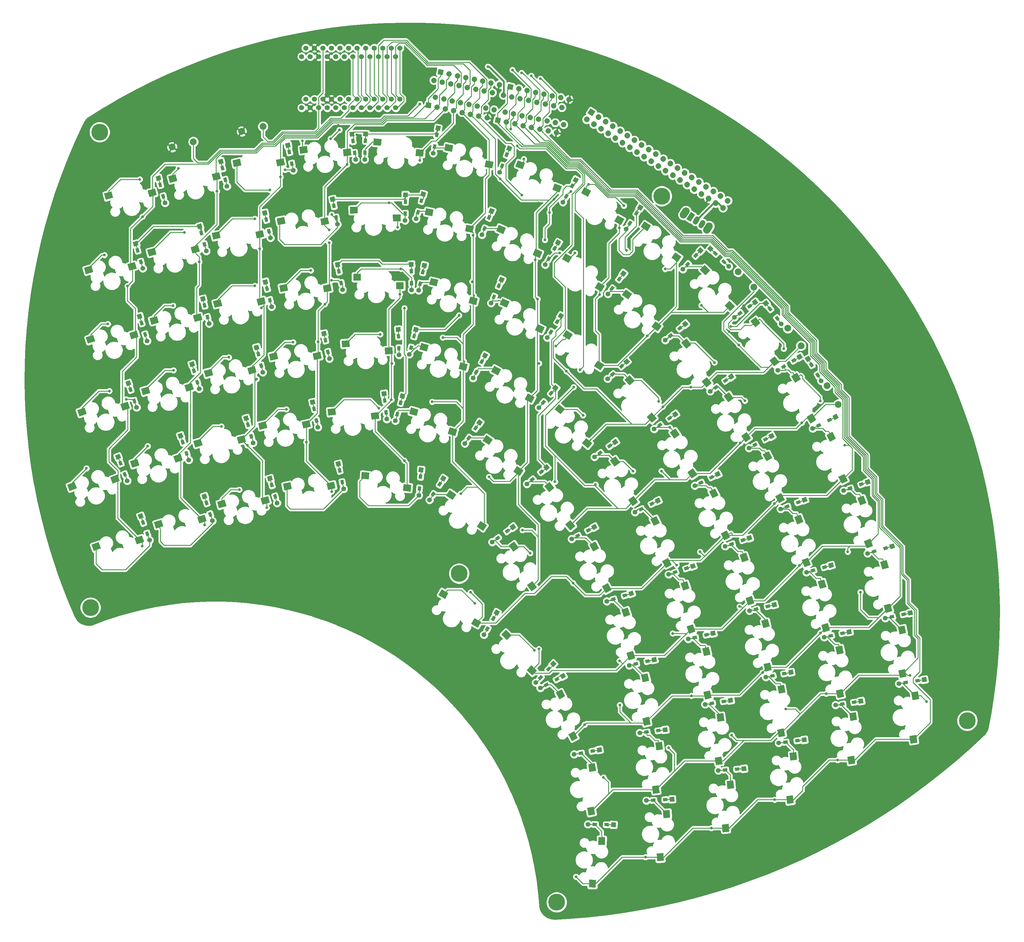
<source format=gtl>
G04 #@! TF.GenerationSoftware,KiCad,Pcbnew,(5.1.5)-3*
G04 #@! TF.CreationDate,2020-02-27T23:56:59+09:00*
G04 #@! TF.ProjectId,fan,66616e2e-6b69-4636-9164-5f7063625858,v1.2*
G04 #@! TF.SameCoordinates,Original*
G04 #@! TF.FileFunction,Copper,L1,Top*
G04 #@! TF.FilePolarity,Positive*
%FSLAX46Y46*%
G04 Gerber Fmt 4.6, Leading zero omitted, Abs format (unit mm)*
G04 Created by KiCad (PCBNEW (5.1.5)-3) date 2020-02-27 23:56:59*
%MOMM*%
%LPD*%
G04 APERTURE LIST*
%ADD10C,1.700000*%
%ADD11C,0.100000*%
%ADD12C,1.397000*%
%ADD13R,2.300000X2.000000*%
%ADD14C,2.000000*%
%ADD15C,5.000000*%
%ADD16C,2.200000*%
%ADD17C,1.500000*%
%ADD18C,1.600000*%
%ADD19C,1.524000*%
%ADD20C,0.800000*%
%ADD21C,0.250000*%
%ADD22C,0.500000*%
%ADD23C,0.254000*%
G04 APERTURE END LIST*
D10*
X272698858Y-118647503D02*
X272698858Y-118647503D01*
X274082242Y-116517280D02*
X274082242Y-116517280D01*
X270568635Y-117264120D02*
X270568635Y-117264120D01*
X271952018Y-115133897D02*
X271952018Y-115133897D01*
X268438412Y-115880737D02*
X268438412Y-115880737D01*
X269821795Y-113750514D02*
X269821795Y-113750514D01*
X266308189Y-114497354D02*
X266308189Y-114497354D01*
X267691572Y-112367130D02*
X267691572Y-112367130D01*
X264177965Y-113113970D02*
X264177965Y-113113970D01*
X265561349Y-110983747D02*
X265561349Y-110983747D01*
X262047742Y-111730587D02*
X262047742Y-111730587D01*
X263431125Y-109600364D02*
X263431125Y-109600364D01*
X259917519Y-110347204D02*
X259917519Y-110347204D01*
X261300902Y-108216981D02*
X261300902Y-108216981D01*
X257787296Y-108963821D02*
X257787296Y-108963821D01*
X259170679Y-106833598D02*
X259170679Y-106833598D01*
X255657073Y-107580438D02*
X255657073Y-107580438D01*
X257040456Y-105450215D02*
X257040456Y-105450215D01*
X253526849Y-106197055D02*
X253526849Y-106197055D01*
X254910232Y-104066831D02*
X254910232Y-104066831D01*
X251396626Y-104813672D02*
X251396626Y-104813672D01*
X252780009Y-102683448D02*
X252780009Y-102683448D01*
X249266403Y-103430288D02*
X249266403Y-103430288D01*
X250649786Y-101300065D02*
X250649786Y-101300065D01*
X247136180Y-102046905D02*
X247136180Y-102046905D01*
X248519563Y-99916682D02*
X248519563Y-99916682D01*
X245005956Y-100663522D02*
X245005956Y-100663522D01*
X246389339Y-98533299D02*
X246389339Y-98533299D01*
X242875733Y-99280139D02*
X242875733Y-99280139D01*
X244259116Y-97149916D02*
X244259116Y-97149916D01*
X240745510Y-97896756D02*
X240745510Y-97896756D01*
X242128893Y-95766533D02*
X242128893Y-95766533D01*
X238615287Y-96513373D02*
X238615287Y-96513373D01*
X239998670Y-94383149D02*
X239998670Y-94383149D01*
X236485063Y-95129990D02*
X236485063Y-95129990D01*
X237868446Y-92999766D02*
X237868446Y-92999766D01*
X234354840Y-93746606D02*
X234354840Y-93746606D01*
X235738223Y-91616383D02*
X235738223Y-91616383D01*
X232224617Y-92363223D02*
X232224617Y-92363223D01*
G04 #@! TA.AperFunction,ComponentPad*
D11*
G36*
X233857927Y-91408813D02*
G01*
X232432187Y-90482927D01*
X233358073Y-89057187D01*
X234783813Y-89983073D01*
X233857927Y-91408813D01*
G37*
G04 #@! TD.AperFunction*
G04 #@! TA.AperFunction,SMDPad,CuDef*
G36*
X209886171Y-245626022D02*
G01*
X208522174Y-247088730D01*
X206840061Y-245520134D01*
X208204058Y-244057426D01*
X209886171Y-245626022D01*
G37*
G04 #@! TD.AperFunction*
G04 #@! TA.AperFunction,SMDPad,CuDef*
G36*
X217442087Y-256145040D02*
G01*
X216078090Y-257607748D01*
X214395977Y-256039152D01*
X215759974Y-254576444D01*
X217442087Y-256145040D01*
G37*
G04 #@! TD.AperFunction*
D12*
X155764144Y-163448742D03*
G04 #@! TA.AperFunction,ComponentPad*
D11*
G36*
X153351394Y-155457248D02*
G01*
X154717866Y-155166796D01*
X155008318Y-156533268D01*
X153641846Y-156823720D01*
X153351394Y-155457248D01*
G37*
G04 #@! TD.AperFunction*
G04 #@! TA.AperFunction,SMDPad,CuDef*
G36*
X154003194Y-157448750D02*
G01*
X154932435Y-157251234D01*
X155202720Y-158522826D01*
X154273479Y-158720342D01*
X154003194Y-157448750D01*
G37*
G04 #@! TD.AperFunction*
G04 #@! TA.AperFunction,SMDPad,CuDef*
G36*
X154741280Y-160921174D02*
G01*
X155670521Y-160723658D01*
X155940806Y-161995250D01*
X155011565Y-162192766D01*
X154741280Y-160921174D01*
G37*
G04 #@! TD.AperFunction*
G04 #@! TA.AperFunction,SMDPad,CuDef*
G36*
X208212906Y-124555175D02*
G01*
X207463693Y-126409542D01*
X205331170Y-125547947D01*
X206080383Y-123693580D01*
X208212906Y-124555175D01*
G37*
G04 #@! TD.AperFunction*
G04 #@! TA.AperFunction,SMDPad,CuDef*
G36*
X219036640Y-131667726D02*
G01*
X218287427Y-133522093D01*
X216154904Y-132660498D01*
X216904117Y-130806131D01*
X219036640Y-131667726D01*
G37*
G04 #@! TD.AperFunction*
G04 #@! TA.AperFunction,SMDPad,CuDef*
G36*
X225757358Y-178464124D02*
G01*
X224471782Y-179996213D01*
X222709880Y-178517802D01*
X223995456Y-176985713D01*
X225757358Y-178464124D01*
G37*
G04 #@! TD.AperFunction*
G04 #@! TA.AperFunction,SMDPad,CuDef*
G36*
X233853442Y-188573280D02*
G01*
X232567866Y-190105369D01*
X230805964Y-188626958D01*
X232091540Y-187094869D01*
X233853442Y-188573280D01*
G37*
G04 #@! TD.AperFunction*
G04 #@! TA.AperFunction,SMDPad,CuDef*
G36*
X327112265Y-245023009D02*
G01*
X325155970Y-245438832D01*
X324677773Y-243189093D01*
X326634068Y-242773270D01*
X327112265Y-245023009D01*
G37*
G04 #@! TD.AperFunction*
G04 #@! TA.AperFunction,SMDPad,CuDef*
G36*
X327268249Y-257973579D02*
G01*
X325311954Y-258389402D01*
X324833757Y-256139663D01*
X326790052Y-255723840D01*
X327268249Y-257973579D01*
G37*
G04 #@! TD.AperFunction*
G04 #@! TA.AperFunction,SMDPad,CuDef*
G36*
X164192884Y-118292341D02*
G01*
X164227789Y-120292036D01*
X161928140Y-120332177D01*
X161893235Y-118332482D01*
X164192884Y-118292341D01*
G37*
G04 #@! TD.AperFunction*
G04 #@! TA.AperFunction,SMDPad,CuDef*
G36*
X176935279Y-120610308D02*
G01*
X176970184Y-122610003D01*
X174670535Y-122650144D01*
X174635630Y-120650449D01*
X176935279Y-120610308D01*
G37*
G04 #@! TD.AperFunction*
D13*
X164018000Y-139256000D03*
X176718000Y-141796000D03*
G04 #@! TA.AperFunction,SMDPad,CuDef*
D11*
G36*
X209317723Y-146501483D02*
G01*
X208472487Y-148314099D01*
X206387979Y-147342077D01*
X207233215Y-145529461D01*
X209317723Y-146501483D01*
G37*
G04 #@! TD.AperFunction*
G04 #@! TA.AperFunction,SMDPad,CuDef*
G36*
X219754382Y-154170757D02*
G01*
X218909146Y-155983373D01*
X216824638Y-155011351D01*
X217669874Y-153198735D01*
X219754382Y-154170757D01*
G37*
G04 #@! TD.AperFunction*
G04 #@! TA.AperFunction,SMDPad,CuDef*
G36*
X91057065Y-113711160D02*
G01*
X91574703Y-115643012D01*
X89353073Y-116238296D01*
X88835435Y-114306444D01*
X91057065Y-113711160D01*
G37*
G04 #@! TD.AperFunction*
G04 #@! TA.AperFunction,SMDPad,CuDef*
G36*
X103981724Y-112877610D02*
G01*
X104499362Y-114809462D01*
X102277732Y-115404746D01*
X101760094Y-113472894D01*
X103981724Y-112877610D01*
G37*
G04 #@! TD.AperFunction*
G04 #@! TA.AperFunction,SMDPad,CuDef*
G36*
X171258532Y-98146259D02*
G01*
X171153860Y-100143518D01*
X168857012Y-100023145D01*
X168961684Y-98025886D01*
X171258532Y-98146259D01*
G37*
G04 #@! TD.AperFunction*
G04 #@! TA.AperFunction,SMDPad,CuDef*
G36*
X183808194Y-101347444D02*
G01*
X183703522Y-103344703D01*
X181406674Y-103224330D01*
X181511346Y-101227071D01*
X183808194Y-101347444D01*
G37*
G04 #@! TD.AperFunction*
G04 #@! TA.AperFunction,SMDPad,CuDef*
G36*
X192563347Y-100030261D02*
G01*
X192181729Y-101993516D01*
X189923987Y-101554655D01*
X190305605Y-99591400D01*
X192563347Y-100030261D01*
G37*
G04 #@! TD.AperFunction*
G04 #@! TA.AperFunction,SMDPad,CuDef*
G36*
X204545357Y-104946868D02*
G01*
X204163739Y-106910123D01*
X201905997Y-106471262D01*
X202287615Y-104508007D01*
X204545357Y-104946868D01*
G37*
G04 #@! TD.AperFunction*
G04 #@! TA.AperFunction,SMDPad,CuDef*
G36*
X237661476Y-307995501D02*
G01*
X235661781Y-307960596D01*
X235701922Y-305660947D01*
X237701617Y-305695852D01*
X237661476Y-307995501D01*
G37*
G04 #@! TD.AperFunction*
G04 #@! TA.AperFunction,SMDPad,CuDef*
G36*
X234900217Y-320649238D02*
G01*
X232900522Y-320614333D01*
X232940663Y-318314684D01*
X234940358Y-318349589D01*
X234900217Y-320649238D01*
G37*
G04 #@! TD.AperFunction*
G04 #@! TA.AperFunction,SMDPad,CuDef*
G36*
X245723219Y-144223393D02*
G01*
X244547648Y-145841427D01*
X242686909Y-144489521D01*
X243862480Y-142871487D01*
X245723219Y-144223393D01*
G37*
G04 #@! TD.AperFunction*
G04 #@! TA.AperFunction,SMDPad,CuDef*
G36*
X254504760Y-153743169D02*
G01*
X253329189Y-155361203D01*
X251468450Y-154009297D01*
X252644021Y-152391263D01*
X254504760Y-153743169D01*
G37*
G04 #@! TD.AperFunction*
G04 #@! TA.AperFunction,SMDPad,CuDef*
G36*
X80035998Y-200114062D02*
G01*
X80752733Y-201981223D01*
X78605498Y-202805470D01*
X77888763Y-200938309D01*
X80035998Y-200114062D01*
G37*
G04 #@! TD.AperFunction*
G04 #@! TA.AperFunction,SMDPad,CuDef*
G36*
X92802724Y-197934083D02*
G01*
X93519459Y-199801244D01*
X91372224Y-200625491D01*
X90655489Y-198758330D01*
X92802724Y-197934083D01*
G37*
G04 #@! TD.AperFunction*
G04 #@! TA.AperFunction,SMDPad,CuDef*
G36*
X188146716Y-140032045D02*
G01*
X187662872Y-141972637D01*
X185431192Y-141416217D01*
X185915036Y-139475625D01*
X188146716Y-140032045D01*
G37*
G04 #@! TD.AperFunction*
G04 #@! TA.AperFunction,SMDPad,CuDef*
G36*
X199854991Y-145569004D02*
G01*
X199371147Y-147509596D01*
X197139467Y-146953176D01*
X197623311Y-145012584D01*
X199854991Y-145569004D01*
G37*
G04 #@! TD.AperFunction*
G04 #@! TA.AperFunction,SMDPad,CuDef*
G36*
X186731347Y-119176261D02*
G01*
X186349729Y-121139516D01*
X184091987Y-120700655D01*
X184473605Y-118737400D01*
X186731347Y-119176261D01*
G37*
G04 #@! TD.AperFunction*
G04 #@! TA.AperFunction,SMDPad,CuDef*
G36*
X198713357Y-124092868D02*
G01*
X198331739Y-126056123D01*
X196073997Y-125617262D01*
X196455615Y-123654007D01*
X198713357Y-124092868D01*
G37*
G04 #@! TD.AperFunction*
G04 #@! TA.AperFunction,SMDPad,CuDef*
G36*
X276014153Y-291167921D02*
G01*
X274021763Y-291342233D01*
X273821305Y-289050985D01*
X275813695Y-288876673D01*
X276014153Y-291167921D01*
G37*
G04 #@! TD.AperFunction*
G04 #@! TA.AperFunction,SMDPad,CuDef*
G36*
X274590697Y-304040969D02*
G01*
X272598307Y-304215281D01*
X272397849Y-301924033D01*
X274390239Y-301749721D01*
X274590697Y-304040969D01*
G37*
G04 #@! TD.AperFunction*
G04 #@! TA.AperFunction,SMDPad,CuDef*
G36*
X306298304Y-187280498D02*
G01*
X304516291Y-188188479D01*
X303472112Y-186139164D01*
X305254125Y-185231183D01*
X306298304Y-187280498D01*
G37*
G04 #@! TD.AperFunction*
G04 #@! TA.AperFunction,SMDPad,CuDef*
G36*
X309800826Y-199749417D02*
G01*
X308018813Y-200657398D01*
X306974634Y-198608083D01*
X308756647Y-197700102D01*
X309800826Y-199749417D01*
G37*
G04 #@! TD.AperFunction*
G04 #@! TA.AperFunction,SMDPad,CuDef*
G36*
X268994618Y-251377916D02*
G01*
X267045878Y-251827818D01*
X266528490Y-249586766D01*
X268477230Y-249136864D01*
X268994618Y-251377916D01*
G37*
G04 #@! TD.AperFunction*
G04 #@! TA.AperFunction,SMDPad,CuDef*
G36*
X269376596Y-264323792D02*
G01*
X267427856Y-264773694D01*
X266910468Y-262532642D01*
X268859208Y-262082740D01*
X269376596Y-264323792D01*
G37*
G04 #@! TD.AperFunction*
G04 #@! TA.AperFunction,SMDPad,CuDef*
G36*
X228117240Y-156216228D02*
G01*
X227027962Y-157893569D01*
X225099020Y-156640900D01*
X226188298Y-154963559D01*
X228117240Y-156216228D01*
G37*
G04 #@! TD.AperFunction*
G04 #@! TA.AperFunction,SMDPad,CuDef*
G36*
X237384973Y-165263367D02*
G01*
X236295695Y-166940708D01*
X234366753Y-165688039D01*
X235456031Y-164010698D01*
X237384973Y-165263367D01*
G37*
G04 #@! TD.AperFunction*
G04 #@! TA.AperFunction,SMDPad,CuDef*
G36*
X149120541Y-100246797D02*
G01*
X149398887Y-102227333D01*
X147121271Y-102547431D01*
X146842925Y-100566895D01*
X149120541Y-100246797D01*
G37*
G04 #@! TD.AperFunction*
G04 #@! TA.AperFunction,SMDPad,CuDef*
G36*
X162050445Y-100994580D02*
G01*
X162328791Y-102975116D01*
X160051175Y-103295214D01*
X159772829Y-101314678D01*
X162050445Y-100994580D01*
G37*
G04 #@! TD.AperFunction*
G04 #@! TA.AperFunction,SMDPad,CuDef*
G36*
X110127592Y-108678535D02*
G01*
X110611436Y-110619127D01*
X108379756Y-111175547D01*
X107895912Y-109234955D01*
X110127592Y-108678535D01*
G37*
G04 #@! TD.AperFunction*
G04 #@! TA.AperFunction,SMDPad,CuDef*
G36*
X123064830Y-108070678D02*
G01*
X123548674Y-110011270D01*
X121316994Y-110567690D01*
X120833150Y-108627098D01*
X123064830Y-108070678D01*
G37*
G04 #@! TD.AperFunction*
G04 #@! TA.AperFunction,SMDPad,CuDef*
G36*
X312533876Y-270824639D02*
G01*
X310558499Y-271137508D01*
X310198700Y-268865825D01*
X312174077Y-268552956D01*
X312533876Y-270824639D01*
G37*
G04 #@! TD.AperFunction*
G04 #@! TA.AperFunction,SMDPad,CuDef*
G36*
X312011865Y-283765624D02*
G01*
X310036488Y-284078493D01*
X309676689Y-281806810D01*
X311652066Y-281493941D01*
X312011865Y-283765624D01*
G37*
G04 #@! TD.AperFunction*
G04 #@! TA.AperFunction,SMDPad,CuDef*
G36*
X257021484Y-299914940D02*
G01*
X255024225Y-300019612D01*
X254903852Y-297722764D01*
X256901111Y-297618092D01*
X257021484Y-299914940D01*
G37*
G04 #@! TD.AperFunction*
G04 #@! TA.AperFunction,SMDPad,CuDef*
G36*
X255149632Y-312730468D02*
G01*
X253152373Y-312835140D01*
X253032000Y-310538292D01*
X255029259Y-310433620D01*
X255149632Y-312730468D01*
G37*
G04 #@! TD.AperFunction*
G04 #@! TA.AperFunction,SMDPad,CuDef*
G36*
X85087359Y-135795228D02*
G01*
X85638633Y-137717752D01*
X83427731Y-138351718D01*
X82876457Y-136429194D01*
X85087359Y-135795228D01*
G37*
G04 #@! TD.AperFunction*
G04 #@! TA.AperFunction,SMDPad,CuDef*
G36*
X97995501Y-134736238D02*
G01*
X98546775Y-136658762D01*
X96335873Y-137292728D01*
X95784599Y-135370204D01*
X97995501Y-134736238D01*
G37*
G04 #@! TD.AperFunction*
G04 #@! TA.AperFunction,SMDPad,CuDef*
G36*
X85646499Y-156406706D02*
G01*
X86231242Y-158319315D01*
X84031741Y-158991770D01*
X83446998Y-157079161D01*
X85646499Y-156406706D01*
G37*
G04 #@! TD.AperFunction*
G04 #@! TA.AperFunction,SMDPad,CuDef*
G36*
X98534193Y-155122600D02*
G01*
X99118936Y-157035209D01*
X96919435Y-157707664D01*
X96334692Y-155795055D01*
X98534193Y-155122600D01*
G37*
G04 #@! TD.AperFunction*
G04 #@! TA.AperFunction,SMDPad,CuDef*
G36*
X222648508Y-201850637D02*
G01*
X221116419Y-203136213D01*
X219638008Y-201374311D01*
X221170097Y-200088735D01*
X222648508Y-201850637D01*
G37*
G04 #@! TD.AperFunction*
G04 #@! TA.AperFunction,SMDPad,CuDef*
G36*
X228866158Y-213212082D02*
G01*
X227334069Y-214497658D01*
X225855658Y-212735756D01*
X227387747Y-211450180D01*
X228866158Y-213212082D01*
G37*
G04 #@! TD.AperFunction*
G04 #@! TA.AperFunction,SMDPad,CuDef*
G36*
X253965304Y-212280498D02*
G01*
X252183291Y-213188479D01*
X251139112Y-211139164D01*
X252921125Y-210231183D01*
X253965304Y-212280498D01*
G37*
G04 #@! TD.AperFunction*
G04 #@! TA.AperFunction,SMDPad,CuDef*
G36*
X257467826Y-224749417D02*
G01*
X255685813Y-225657398D01*
X254641634Y-223608083D01*
X256423647Y-222700102D01*
X257467826Y-224749417D01*
G37*
G04 #@! TD.AperFunction*
G04 #@! TA.AperFunction,SMDPad,CuDef*
G36*
X268880313Y-137201945D02*
G01*
X267490996Y-138640625D01*
X265836515Y-137042911D01*
X267225832Y-135604231D01*
X268880313Y-137201945D01*
G37*
G04 #@! TD.AperFunction*
G04 #@! TA.AperFunction,SMDPad,CuDef*
G36*
X276251496Y-147851229D02*
G01*
X274862179Y-149289909D01*
X273207698Y-147692195D01*
X274597015Y-146253515D01*
X276251496Y-147851229D01*
G37*
G04 #@! TD.AperFunction*
G04 #@! TA.AperFunction,SMDPad,CuDef*
G36*
X227869584Y-133286925D02*
G01*
X226869584Y-135018975D01*
X224877726Y-133868975D01*
X225877726Y-132136925D01*
X227869584Y-133286925D01*
G37*
G04 #@! TD.AperFunction*
G04 #@! TA.AperFunction,SMDPad,CuDef*
G36*
X237598107Y-141836629D02*
G01*
X236598107Y-143568679D01*
X234606249Y-142418679D01*
X235606249Y-140686629D01*
X237598107Y-141836629D01*
G37*
G04 #@! TD.AperFunction*
G04 #@! TA.AperFunction,SMDPad,CuDef*
G36*
X271378304Y-204066498D02*
G01*
X269596291Y-204974479D01*
X268552112Y-202925164D01*
X270334125Y-202017183D01*
X271378304Y-204066498D01*
G37*
G04 #@! TD.AperFunction*
G04 #@! TA.AperFunction,SMDPad,CuDef*
G36*
X274880826Y-216535417D02*
G01*
X273098813Y-217443398D01*
X272054634Y-215394083D01*
X273836647Y-214486102D01*
X274880826Y-216535417D01*
G37*
G04 #@! TD.AperFunction*
G04 #@! TA.AperFunction,SMDPad,CuDef*
G36*
X283860391Y-152899101D02*
G01*
X282263120Y-154102731D01*
X280878945Y-152265869D01*
X282476216Y-151062239D01*
X283860391Y-152899101D01*
G37*
G04 #@! TD.AperFunction*
G04 #@! TA.AperFunction,SMDPad,CuDef*
G36*
X289474908Y-164570382D02*
G01*
X287877637Y-165774012D01*
X286493462Y-163937150D01*
X288090733Y-162733520D01*
X289474908Y-164570382D01*
G37*
G04 #@! TD.AperFunction*
G04 #@! TA.AperFunction,SMDPad,CuDef*
G36*
X259890438Y-186083570D02*
G01*
X258252134Y-187230723D01*
X256932908Y-185346674D01*
X258571212Y-184199521D01*
X259890438Y-186083570D01*
G37*
G04 #@! TD.AperFunction*
G04 #@! TA.AperFunction,SMDPad,CuDef*
G36*
X265094212Y-197943685D02*
G01*
X263455908Y-199090838D01*
X262136682Y-197206789D01*
X263774986Y-196059636D01*
X265094212Y-197943685D01*
G37*
G04 #@! TD.AperFunction*
G04 #@! TA.AperFunction,SMDPad,CuDef*
G36*
X235019924Y-285972398D02*
G01*
X233050309Y-286319694D01*
X232650918Y-284054636D01*
X234620533Y-283707340D01*
X235019924Y-285972398D01*
G37*
G04 #@! TD.AperFunction*
G04 #@! TA.AperFunction,SMDPad,CuDef*
G36*
X234723844Y-298920523D02*
G01*
X232754229Y-299267819D01*
X232354838Y-297002761D01*
X234324453Y-296655465D01*
X234723844Y-298920523D01*
G37*
G04 #@! TD.AperFunction*
G04 #@! TA.AperFunction,SMDPad,CuDef*
G36*
X294734877Y-282639075D02*
G01*
X292749785Y-282882813D01*
X292469485Y-280599957D01*
X294454577Y-280356219D01*
X294734877Y-282639075D01*
G37*
G04 #@! TD.AperFunction*
G04 #@! TA.AperFunction,SMDPad,CuDef*
G36*
X293761550Y-295553959D02*
G01*
X291776458Y-295797697D01*
X291496158Y-293514841D01*
X293481250Y-293271103D01*
X293761550Y-295553959D01*
G37*
G04 #@! TD.AperFunction*
G04 #@! TA.AperFunction,SMDPad,CuDef*
G36*
X287349544Y-193009422D02*
G01*
X285583649Y-193948365D01*
X284503864Y-191917586D01*
X286269759Y-190978643D01*
X287349544Y-193009422D01*
G37*
G04 #@! TD.AperFunction*
G04 #@! TA.AperFunction,SMDPad,CuDef*
G36*
X291069146Y-205415315D02*
G01*
X289303251Y-206354258D01*
X288223466Y-204323479D01*
X289989361Y-203384536D01*
X291069146Y-205415315D01*
G37*
G04 #@! TD.AperFunction*
G04 #@! TA.AperFunction,SMDPad,CuDef*
G36*
X275866438Y-175297570D02*
G01*
X274228134Y-176444723D01*
X272908908Y-174560674D01*
X274547212Y-173413521D01*
X275866438Y-175297570D01*
G37*
G04 #@! TD.AperFunction*
G04 #@! TA.AperFunction,SMDPad,CuDef*
G36*
X281070212Y-187157685D02*
G01*
X279431908Y-188304838D01*
X278112682Y-186420789D01*
X279750986Y-185273636D01*
X281070212Y-187157685D01*
G37*
G04 #@! TD.AperFunction*
G04 #@! TA.AperFunction,SMDPad,CuDef*
G36*
X286608465Y-243064592D02*
G01*
X284667873Y-243548436D01*
X284111453Y-241316756D01*
X286052045Y-240832912D01*
X286608465Y-243064592D01*
G37*
G04 #@! TD.AperFunction*
G04 #@! TA.AperFunction,SMDPad,CuDef*
G36*
X287216322Y-256001830D02*
G01*
X285275730Y-256485674D01*
X284719310Y-254253994D01*
X286659902Y-253770150D01*
X287216322Y-256001830D01*
G37*
G04 #@! TD.AperFunction*
G04 #@! TA.AperFunction,SMDPad,CuDef*
G36*
X235882544Y-219822422D02*
G01*
X234116649Y-220761365D01*
X233036864Y-218730586D01*
X234802759Y-217791643D01*
X235882544Y-219822422D01*
G37*
G04 #@! TD.AperFunction*
G04 #@! TA.AperFunction,SMDPad,CuDef*
G36*
X239602146Y-232228315D02*
G01*
X237836251Y-233167258D01*
X236756466Y-231136479D01*
X238522361Y-230197536D01*
X239602146Y-232228315D01*
G37*
G04 #@! TD.AperFunction*
G04 #@! TA.AperFunction,SMDPad,CuDef*
G36*
X185298010Y-159400907D02*
G01*
X184780372Y-161332759D01*
X182558742Y-160737475D01*
X183076380Y-158805623D01*
X185298010Y-159400907D01*
G37*
G04 #@! TD.AperFunction*
G04 #@! TA.AperFunction,SMDPad,CuDef*
G36*
X196907868Y-165141361D02*
G01*
X196390230Y-167073213D01*
X194168600Y-166477929D01*
X194686238Y-164546077D01*
X196907868Y-165141361D01*
G37*
G04 #@! TD.AperFunction*
G04 #@! TA.AperFunction,SMDPad,CuDef*
G36*
X303427772Y-231332359D02*
G01*
X301505248Y-231883633D01*
X300871282Y-229672731D01*
X302793806Y-229121457D01*
X303427772Y-231332359D01*
G37*
G04 #@! TD.AperFunction*
G04 #@! TA.AperFunction,SMDPad,CuDef*
G36*
X304486762Y-244240501D02*
G01*
X302564238Y-244791775D01*
X301930272Y-242580873D01*
X303852796Y-242029599D01*
X304486762Y-244240501D01*
G37*
G04 #@! TD.AperFunction*
G04 #@! TA.AperFunction,SMDPad,CuDef*
G36*
X144233009Y-200180735D02*
G01*
X144648832Y-202137030D01*
X142399093Y-202615227D01*
X141983270Y-200658932D01*
X144233009Y-200180735D01*
G37*
G04 #@! TD.AperFunction*
G04 #@! TA.AperFunction,SMDPad,CuDef*
G36*
X157183579Y-200024751D02*
G01*
X157599402Y-201981046D01*
X155349663Y-202459243D01*
X154933840Y-200502948D01*
X157183579Y-200024751D01*
G37*
G04 #@! TD.AperFunction*
G04 #@! TA.AperFunction,SMDPad,CuDef*
G36*
X315293727Y-206354235D02*
G01*
X313414342Y-207038276D01*
X312627695Y-204876983D01*
X314507080Y-204192942D01*
X315293727Y-206354235D01*
G37*
G04 #@! TD.AperFunction*
G04 #@! TA.AperFunction,SMDPad,CuDef*
G36*
X317250564Y-219157062D02*
G01*
X315371179Y-219841103D01*
X314584532Y-217679810D01*
X316463917Y-216995769D01*
X317250564Y-219157062D01*
G37*
G04 #@! TD.AperFunction*
G04 #@! TA.AperFunction,SMDPad,CuDef*
G36*
X191149584Y-233141925D02*
G01*
X190149584Y-234873975D01*
X188157726Y-233723975D01*
X189157726Y-231991925D01*
X191149584Y-233141925D01*
G37*
G04 #@! TD.AperFunction*
G04 #@! TA.AperFunction,SMDPad,CuDef*
G36*
X200878107Y-241691629D02*
G01*
X199878107Y-243423679D01*
X197886249Y-242273679D01*
X198886249Y-240541629D01*
X200878107Y-241691629D01*
G37*
G04 #@! TD.AperFunction*
G04 #@! TA.AperFunction,SMDPad,CuDef*
G36*
X245136438Y-239628509D02*
G01*
X243234325Y-240246543D01*
X242523586Y-238059113D01*
X244425699Y-237441079D01*
X245136438Y-239628509D01*
G37*
G04 #@! TD.AperFunction*
G04 #@! TA.AperFunction,SMDPad,CuDef*
G36*
X246645271Y-252491830D02*
G01*
X244743158Y-253109864D01*
X244032419Y-250922434D01*
X245934532Y-250304400D01*
X246645271Y-252491830D01*
G37*
G04 #@! TD.AperFunction*
G04 #@! TA.AperFunction,SMDPad,CuDef*
G36*
X250820618Y-259212916D02*
G01*
X248871878Y-259662818D01*
X248354490Y-257421766D01*
X250303230Y-256971864D01*
X250820618Y-259212916D01*
G37*
G04 #@! TD.AperFunction*
G04 #@! TA.AperFunction,SMDPad,CuDef*
G36*
X251202596Y-272158792D02*
G01*
X249253856Y-272608694D01*
X248736468Y-270367642D01*
X250685208Y-269917740D01*
X251202596Y-272158792D01*
G37*
G04 #@! TD.AperFunction*
G04 #@! TA.AperFunction,SMDPad,CuDef*
G36*
X280319239Y-223325413D02*
G01*
X278428202Y-223976550D01*
X277679395Y-221801857D01*
X279570432Y-221150720D01*
X280319239Y-223325413D01*
G37*
G04 #@! TD.AperFunction*
G04 #@! TA.AperFunction,SMDPad,CuDef*
G36*
X282052337Y-236160442D02*
G01*
X280161300Y-236811579D01*
X279412493Y-234636886D01*
X281303530Y-233985749D01*
X282052337Y-236160442D01*
G37*
G04 #@! TD.AperFunction*
G04 #@! TA.AperFunction,SMDPad,CuDef*
G36*
X263326725Y-159268545D02*
G01*
X261772433Y-160527186D01*
X260324997Y-158739751D01*
X261879289Y-157481110D01*
X263326725Y-159268545D01*
G37*
G04 #@! TD.AperFunction*
G04 #@! TA.AperFunction,SMDPad,CuDef*
G36*
X269345143Y-170736772D02*
G01*
X267790851Y-171995413D01*
X266343415Y-170207978D01*
X267897707Y-168949337D01*
X269345143Y-170736772D01*
G37*
G04 #@! TD.AperFunction*
G04 #@! TA.AperFunction,SMDPad,CuDef*
G36*
X273135876Y-271049639D02*
G01*
X271160499Y-271362508D01*
X270800700Y-269090825D01*
X272776077Y-268777956D01*
X273135876Y-271049639D01*
G37*
G04 #@! TD.AperFunction*
G04 #@! TA.AperFunction,SMDPad,CuDef*
G36*
X272613865Y-283990624D02*
G01*
X270638488Y-284303493D01*
X270278689Y-282031810D01*
X272254066Y-281718941D01*
X272613865Y-283990624D01*
G37*
G04 #@! TD.AperFunction*
G04 #@! TA.AperFunction,SMDPad,CuDef*
G36*
X291274378Y-262675845D02*
G01*
X289311123Y-263057463D01*
X288872262Y-260799721D01*
X290835517Y-260418103D01*
X291274378Y-262675845D01*
G37*
G04 #@! TD.AperFunction*
G04 #@! TA.AperFunction,SMDPad,CuDef*
G36*
X291204319Y-275627165D02*
G01*
X289241064Y-276008783D01*
X288802203Y-273751041D01*
X290765458Y-273369423D01*
X291204319Y-275627165D01*
G37*
G04 #@! TD.AperFunction*
G04 #@! TA.AperFunction,SMDPad,CuDef*
G36*
X251290140Y-123919962D02*
G01*
X250171754Y-125578037D01*
X248264968Y-124291894D01*
X249383354Y-122633819D01*
X251290140Y-123919962D01*
G37*
G04 #@! TD.AperFunction*
G04 #@! TA.AperFunction,SMDPad,CuDef*
G36*
X260398567Y-133127467D02*
G01*
X259280181Y-134785542D01*
X257373395Y-133499399D01*
X258491781Y-131841324D01*
X260398567Y-133127467D01*
G37*
G04 #@! TD.AperFunction*
G04 #@! TA.AperFunction,SMDPad,CuDef*
G36*
X262776239Y-231749413D02*
G01*
X260885202Y-232400550D01*
X260136395Y-230225857D01*
X262027432Y-229574720D01*
X262776239Y-231749413D01*
G37*
G04 #@! TD.AperFunction*
G04 #@! TA.AperFunction,SMDPad,CuDef*
G36*
X264509337Y-244584442D02*
G01*
X262618300Y-245235579D01*
X261869493Y-243060886D01*
X263760530Y-242409749D01*
X264509337Y-244584442D01*
G37*
G04 #@! TD.AperFunction*
G04 #@! TA.AperFunction,SMDPad,CuDef*
G36*
X225867544Y-263793422D02*
G01*
X224101649Y-264732365D01*
X223021864Y-262701586D01*
X224787759Y-261762643D01*
X225867544Y-263793422D01*
G37*
G04 #@! TD.AperFunction*
G04 #@! TA.AperFunction,SMDPad,CuDef*
G36*
X229587146Y-276199315D02*
G01*
X227821251Y-277138258D01*
X226741466Y-275107479D01*
X228507361Y-274168536D01*
X229587146Y-276199315D01*
G37*
G04 #@! TD.AperFunction*
G04 #@! TA.AperFunction,SMDPad,CuDef*
G36*
X296615938Y-211970998D02*
G01*
X294748777Y-212687733D01*
X293924530Y-210540498D01*
X295791691Y-209823763D01*
X296615938Y-211970998D01*
G37*
G04 #@! TD.AperFunction*
G04 #@! TA.AperFunction,SMDPad,CuDef*
G36*
X298795917Y-224737724D02*
G01*
X296928756Y-225454459D01*
X296104509Y-223307224D01*
X297971670Y-222590489D01*
X298795917Y-224737724D01*
G37*
G04 #@! TD.AperFunction*
G04 #@! TA.AperFunction,SMDPad,CuDef*
G36*
X308563265Y-250999009D02*
G01*
X306606970Y-251414832D01*
X306128773Y-249165093D01*
X308085068Y-248749270D01*
X308563265Y-250999009D01*
G37*
G04 #@! TD.AperFunction*
G04 #@! TA.AperFunction,SMDPad,CuDef*
G36*
X308719249Y-263949579D02*
G01*
X306762954Y-264365402D01*
X306284757Y-262115663D01*
X308241052Y-261699840D01*
X308719249Y-263949579D01*
G37*
G04 #@! TD.AperFunction*
G04 #@! TA.AperFunction,SMDPad,CuDef*
G36*
X330977876Y-264626639D02*
G01*
X329002499Y-264939508D01*
X328642700Y-262667825D01*
X330618077Y-262354956D01*
X330977876Y-264626639D01*
G37*
G04 #@! TD.AperFunction*
G04 #@! TA.AperFunction,SMDPad,CuDef*
G36*
X330455865Y-277567624D02*
G01*
X328480488Y-277880493D01*
X328120689Y-275608810D01*
X330096066Y-275295941D01*
X330455865Y-277567624D01*
G37*
G04 #@! TD.AperFunction*
G04 #@! TA.AperFunction,SMDPad,CuDef*
G36*
X242128761Y-194360727D02*
G01*
X240510727Y-195536298D01*
X239158821Y-193675559D01*
X240776855Y-192499988D01*
X242128761Y-194360727D01*
G37*
G04 #@! TD.AperFunction*
G04 #@! TA.AperFunction,SMDPad,CuDef*
G36*
X247538731Y-206128217D02*
G01*
X245920697Y-207303788D01*
X244568791Y-205443049D01*
X246186825Y-204267478D01*
X247538731Y-206128217D01*
G37*
G04 #@! TD.AperFunction*
G04 #@! TA.AperFunction,SMDPad,CuDef*
G36*
X321967772Y-225562359D02*
G01*
X320045248Y-226113633D01*
X319411282Y-223902731D01*
X321333806Y-223351457D01*
X321967772Y-225562359D01*
G37*
G04 #@! TD.AperFunction*
G04 #@! TA.AperFunction,SMDPad,CuDef*
G36*
X323026762Y-238470501D02*
G01*
X321104238Y-239021775D01*
X320470272Y-236810873D01*
X322392796Y-236259599D01*
X323026762Y-238470501D01*
G37*
G04 #@! TD.AperFunction*
G04 #@! TA.AperFunction,SMDPad,CuDef*
G36*
X254878877Y-279630075D02*
G01*
X252893785Y-279873813D01*
X252613485Y-277590957D01*
X254598577Y-277347219D01*
X254878877Y-279630075D01*
G37*
G04 #@! TD.AperFunction*
G04 #@! TA.AperFunction,SMDPad,CuDef*
G36*
X253905550Y-292544959D02*
G01*
X251920458Y-292788697D01*
X251640158Y-290505841D01*
X253625250Y-290262103D01*
X253905550Y-292544959D01*
G37*
G04 #@! TD.AperFunction*
G04 #@! TA.AperFunction,SMDPad,CuDef*
G36*
X246464502Y-170052612D02*
G01*
X244978212Y-171390873D01*
X243439212Y-169681640D01*
X244925502Y-168343379D01*
X246464502Y-170052612D01*
G37*
G04 #@! TD.AperFunction*
G04 #@! TA.AperFunction,SMDPad,CuDef*
G36*
X253074873Y-181190143D02*
G01*
X251588583Y-182528404D01*
X250049583Y-180819171D01*
X251535873Y-179480910D01*
X253074873Y-181190143D01*
G37*
G04 #@! TD.AperFunction*
G04 #@! TA.AperFunction,SMDPad,CuDef*
G36*
X142361845Y-121345622D02*
G01*
X142743463Y-123308877D01*
X140485721Y-123747738D01*
X140104103Y-121784483D01*
X142361845Y-121345622D01*
G37*
G04 #@! TD.AperFunction*
G04 #@! TA.AperFunction,SMDPad,CuDef*
G36*
X155313165Y-121415681D02*
G01*
X155694783Y-123378936D01*
X153437041Y-123817797D01*
X153055423Y-121854542D01*
X155313165Y-121415681D01*
G37*
G04 #@! TD.AperFunction*
G04 #@! TA.AperFunction,SMDPad,CuDef*
G36*
X161747187Y-158003521D02*
G01*
X161816986Y-160002302D01*
X159518387Y-160082571D01*
X159448588Y-158083790D01*
X161747187Y-158003521D01*
G37*
G04 #@! TD.AperFunction*
G04 #@! TA.AperFunction,SMDPad,CuDef*
G36*
X174528095Y-160098750D02*
G01*
X174597894Y-162097531D01*
X172299295Y-162177800D01*
X172229496Y-160179019D01*
X174528095Y-160098750D01*
G37*
G04 #@! TD.AperFunction*
G04 #@! TA.AperFunction,SMDPad,CuDef*
G36*
X193478140Y-203796962D02*
G01*
X192359754Y-205455037D01*
X190452968Y-204168894D01*
X191571354Y-202510819D01*
X193478140Y-203796962D01*
G37*
G04 #@! TD.AperFunction*
G04 #@! TA.AperFunction,SMDPad,CuDef*
G36*
X202586567Y-213004467D02*
G01*
X201468181Y-214662542D01*
X199561395Y-213376399D01*
X200679781Y-211718324D01*
X202586567Y-213004467D01*
G37*
G04 #@! TD.AperFunction*
G04 #@! TA.AperFunction,SMDPad,CuDef*
G36*
X295875921Y-169552275D02*
G01*
X294179825Y-170612114D01*
X292961011Y-168661603D01*
X294657107Y-167601764D01*
X295875921Y-169552275D01*
G37*
G04 #@! TD.AperFunction*
G04 #@! TA.AperFunction,SMDPad,CuDef*
G36*
X300451854Y-181668481D02*
G01*
X298755758Y-182728320D01*
X297536944Y-180777809D01*
X299233040Y-179717970D01*
X300451854Y-181668481D01*
G37*
G04 #@! TD.AperFunction*
G04 #@! TA.AperFunction,SMDPad,CuDef*
G36*
X157508211Y-178169130D02*
G01*
X157717268Y-180158174D01*
X155429867Y-180398590D01*
X155220810Y-178409546D01*
X157508211Y-178169130D01*
G37*
G04 #@! TD.AperFunction*
G04 #@! TA.AperFunction,SMDPad,CuDef*
G36*
X170404142Y-179367704D02*
G01*
X170613199Y-181356748D01*
X168325798Y-181597164D01*
X168116741Y-179608120D01*
X170404142Y-179367704D01*
G37*
G04 #@! TD.AperFunction*
G04 #@! TA.AperFunction,SMDPad,CuDef*
G36*
X123053916Y-125633382D02*
G01*
X123503818Y-127582122D01*
X121262766Y-128099510D01*
X120812864Y-126150770D01*
X123053916Y-125633382D01*
G37*
G04 #@! TD.AperFunction*
G04 #@! TA.AperFunction,SMDPad,CuDef*
G36*
X135999792Y-125251404D02*
G01*
X136449694Y-127200144D01*
X134208642Y-127717532D01*
X133758740Y-125768792D01*
X135999792Y-125251404D01*
G37*
G04 #@! TD.AperFunction*
G04 #@! TA.AperFunction,SMDPad,CuDef*
G36*
X233528515Y-113589443D02*
G01*
X232558896Y-115338683D01*
X230547271Y-114223621D01*
X231516890Y-112474381D01*
X233528515Y-113589443D01*
G37*
G04 #@! TD.AperFunction*
G04 #@! TA.AperFunction,SMDPad,CuDef*
G36*
X243404769Y-121968059D02*
G01*
X242435150Y-123717299D01*
X240423525Y-122602237D01*
X241393144Y-120852997D01*
X243404769Y-121968059D01*
G37*
G04 #@! TD.AperFunction*
G04 #@! TA.AperFunction,SMDPad,CuDef*
G36*
X167666708Y-197330729D02*
G01*
X167492396Y-199323119D01*
X165201148Y-199122661D01*
X165375460Y-197130271D01*
X167666708Y-197330729D01*
G37*
G04 #@! TD.AperFunction*
G04 #@! TA.AperFunction,SMDPad,CuDef*
G36*
X180097005Y-200967942D02*
G01*
X179922693Y-202960332D01*
X177631445Y-202759874D01*
X177805757Y-200767484D01*
X180097005Y-200967942D01*
G37*
G04 #@! TD.AperFunction*
G04 #@! TA.AperFunction,SMDPad,CuDef*
G36*
X143144845Y-141227622D02*
G01*
X143526463Y-143190877D01*
X141268721Y-143629738D01*
X140887103Y-141666483D01*
X143144845Y-141227622D01*
G37*
G04 #@! TD.AperFunction*
G04 #@! TA.AperFunction,SMDPad,CuDef*
G36*
X156096165Y-141297681D02*
G01*
X156477783Y-143260936D01*
X154220041Y-143699797D01*
X153838423Y-141736542D01*
X156096165Y-141297681D01*
G37*
G04 #@! TD.AperFunction*
G04 #@! TA.AperFunction,SMDPad,CuDef*
G36*
X212061761Y-219646727D02*
G01*
X210443727Y-220822298D01*
X209091821Y-218961559D01*
X210709855Y-217785988D01*
X212061761Y-219646727D01*
G37*
G04 #@! TD.AperFunction*
G04 #@! TA.AperFunction,SMDPad,CuDef*
G36*
X217471731Y-231414217D02*
G01*
X215853697Y-232589788D01*
X214501791Y-230729049D01*
X216119825Y-229553478D01*
X217471731Y-231414217D01*
G37*
G04 #@! TD.AperFunction*
G04 #@! TA.AperFunction,SMDPad,CuDef*
G36*
X206746754Y-166657265D02*
G01*
X205807811Y-168423160D01*
X203777032Y-167343375D01*
X204715975Y-165577480D01*
X206746754Y-166657265D01*
G37*
G04 #@! TD.AperFunction*
G04 #@! TA.AperFunction,SMDPad,CuDef*
G36*
X216767731Y-174862241D02*
G01*
X215828788Y-176628136D01*
X213798009Y-175548351D01*
X214736952Y-173782456D01*
X216767731Y-174862241D01*
G37*
G04 #@! TD.AperFunction*
G04 #@! TA.AperFunction,SMDPad,CuDef*
G36*
X98755509Y-193256562D02*
G01*
X99373543Y-195158675D01*
X97186113Y-195869414D01*
X96568079Y-193967301D01*
X98755509Y-193256562D01*
G37*
G04 #@! TD.AperFunction*
G04 #@! TA.AperFunction,SMDPad,CuDef*
G36*
X111618830Y-191747729D02*
G01*
X112236864Y-193649842D01*
X110049434Y-194360581D01*
X109431400Y-192458468D01*
X111618830Y-191747729D01*
G37*
G04 #@! TD.AperFunction*
G04 #@! TA.AperFunction,SMDPad,CuDef*
G36*
X117552359Y-187285228D02*
G01*
X118103633Y-189207752D01*
X115892731Y-189841718D01*
X115341457Y-187919194D01*
X117552359Y-187285228D01*
G37*
G04 #@! TD.AperFunction*
G04 #@! TA.AperFunction,SMDPad,CuDef*
G36*
X130460501Y-186226238D02*
G01*
X131011775Y-188148762D01*
X128800873Y-188782728D01*
X128249599Y-186860204D01*
X130460501Y-186226238D01*
G37*
G04 #@! TD.AperFunction*
G04 #@! TA.AperFunction,SMDPad,CuDef*
G36*
X104572065Y-150820160D02*
G01*
X105089703Y-152752012D01*
X102868073Y-153347296D01*
X102350435Y-151415444D01*
X104572065Y-150820160D01*
G37*
G04 #@! TD.AperFunction*
G04 #@! TA.AperFunction,SMDPad,CuDef*
G36*
X117496724Y-149986610D02*
G01*
X118014362Y-151918462D01*
X115792732Y-152513746D01*
X115275094Y-150581894D01*
X117496724Y-149986610D01*
G37*
G04 #@! TD.AperFunction*
G04 #@! TA.AperFunction,SMDPad,CuDef*
G36*
X124656359Y-205385228D02*
G01*
X125207633Y-207307752D01*
X122996731Y-207941718D01*
X122445457Y-206019194D01*
X124656359Y-205385228D01*
G37*
G04 #@! TD.AperFunction*
G04 #@! TA.AperFunction,SMDPad,CuDef*
G36*
X137564501Y-204326238D02*
G01*
X138115775Y-206248762D01*
X135904873Y-206882728D01*
X135353599Y-204960204D01*
X137564501Y-204326238D01*
G37*
G04 #@! TD.AperFunction*
G04 #@! TA.AperFunction,SMDPad,CuDef*
G36*
X204334140Y-187463962D02*
G01*
X203215754Y-189122037D01*
X201308968Y-187835894D01*
X202427354Y-186177819D01*
X204334140Y-187463962D01*
G37*
G04 #@! TD.AperFunction*
G04 #@! TA.AperFunction,SMDPad,CuDef*
G36*
X213442567Y-196671467D02*
G01*
X212324181Y-198329542D01*
X210417395Y-197043399D01*
X211535781Y-195385324D01*
X213442567Y-196671467D01*
G37*
G04 #@! TD.AperFunction*
G04 #@! TA.AperFunction,SMDPad,CuDef*
G36*
X213911420Y-105318914D02*
G01*
X213194685Y-107186075D01*
X211047450Y-106361828D01*
X211764185Y-104494667D01*
X213911420Y-105318914D01*
G37*
G04 #@! TD.AperFunction*
G04 #@! TA.AperFunction,SMDPad,CuDef*
G36*
X224857637Y-112241481D02*
G01*
X224140902Y-114108642D01*
X221993667Y-113284395D01*
X222710402Y-111417234D01*
X224857637Y-112241481D01*
G37*
G04 #@! TD.AperFunction*
G04 #@! TA.AperFunction,SMDPad,CuDef*
G36*
X140139009Y-161581735D02*
G01*
X140554832Y-163538030D01*
X138305093Y-164016227D01*
X137889270Y-162059932D01*
X140139009Y-161581735D01*
G37*
G04 #@! TD.AperFunction*
G04 #@! TA.AperFunction,SMDPad,CuDef*
G36*
X153089579Y-161425751D02*
G01*
X153505402Y-163382046D01*
X151255663Y-163860243D01*
X150839840Y-161903948D01*
X153089579Y-161425751D01*
G37*
G04 #@! TD.AperFunction*
G04 #@! TA.AperFunction,SMDPad,CuDef*
G36*
X182234160Y-178583928D02*
G01*
X181682886Y-180506452D01*
X179471984Y-179872486D01*
X180023258Y-177949962D01*
X182234160Y-178583928D01*
G37*
G04 #@! TD.AperFunction*
G04 #@! TA.AperFunction,SMDPad,CuDef*
G36*
X193742064Y-184526127D02*
G01*
X193190790Y-186448651D01*
X190979888Y-185814685D01*
X191531162Y-183892161D01*
X193742064Y-184526127D01*
G37*
G04 #@! TD.AperFunction*
G04 #@! TA.AperFunction,SMDPad,CuDef*
G36*
X136865916Y-182113382D02*
G01*
X137315818Y-184062122D01*
X135074766Y-184579510D01*
X134624864Y-182630770D01*
X136865916Y-182113382D01*
G37*
G04 #@! TD.AperFunction*
G04 #@! TA.AperFunction,SMDPad,CuDef*
G36*
X149811792Y-181731404D02*
G01*
X150261694Y-183680144D01*
X148020642Y-184197532D01*
X147570740Y-182248792D01*
X149811792Y-181731404D01*
G37*
G04 #@! TD.AperFunction*
G04 #@! TA.AperFunction,SMDPad,CuDef*
G36*
X87253235Y-217957273D02*
G01*
X87937276Y-219836658D01*
X85775983Y-220623305D01*
X85091942Y-218743920D01*
X87253235Y-217957273D01*
G37*
G04 #@! TD.AperFunction*
G04 #@! TA.AperFunction,SMDPad,CuDef*
G36*
X100056062Y-216000436D02*
G01*
X100740103Y-217879821D01*
X98578810Y-218666468D01*
X97894769Y-216787083D01*
X100056062Y-216000436D01*
G37*
G04 #@! TD.AperFunction*
G04 #@! TA.AperFunction,SMDPad,CuDef*
G36*
X120725065Y-166458160D02*
G01*
X121242703Y-168390012D01*
X119021073Y-168985296D01*
X118503435Y-167053444D01*
X120725065Y-166458160D01*
G37*
G04 #@! TD.AperFunction*
G04 #@! TA.AperFunction,SMDPad,CuDef*
G36*
X133649724Y-165624610D02*
G01*
X134167362Y-167556462D01*
X131945732Y-168151746D01*
X131428094Y-166219894D01*
X133649724Y-165624610D01*
G37*
G04 #@! TD.AperFunction*
G04 #@! TA.AperFunction,SMDPad,CuDef*
G36*
X105816509Y-211350562D02*
G01*
X106434543Y-213252675D01*
X104247113Y-213963414D01*
X103629079Y-212061301D01*
X105816509Y-211350562D01*
G37*
G04 #@! TD.AperFunction*
G04 #@! TA.AperFunction,SMDPad,CuDef*
G36*
X118679830Y-209841729D02*
G01*
X119297864Y-211743842D01*
X117110434Y-212454581D01*
X116492400Y-210552468D01*
X118679830Y-209841729D01*
G37*
G04 #@! TD.AperFunction*
G04 #@! TA.AperFunction,SMDPad,CuDef*
G36*
X123446592Y-145810535D02*
G01*
X123930436Y-147751127D01*
X121698756Y-148307547D01*
X121214912Y-146366955D01*
X123446592Y-145810535D01*
G37*
G04 #@! TD.AperFunction*
G04 #@! TA.AperFunction,SMDPad,CuDef*
G36*
X136383830Y-145202678D02*
G01*
X136867674Y-147143270D01*
X134635994Y-147699690D01*
X134152150Y-145759098D01*
X136383830Y-145202678D01*
G37*
G04 #@! TD.AperFunction*
G04 #@! TA.AperFunction,SMDPad,CuDef*
G36*
X103880065Y-130544160D02*
G01*
X104397703Y-132476012D01*
X102176073Y-133071296D01*
X101658435Y-131139444D01*
X103880065Y-130544160D01*
G37*
G04 #@! TD.AperFunction*
G04 #@! TA.AperFunction,SMDPad,CuDef*
G36*
X116804724Y-129710610D02*
G01*
X117322362Y-131642462D01*
X115100732Y-132237746D01*
X114583094Y-130305894D01*
X116804724Y-129710610D01*
G37*
G04 #@! TD.AperFunction*
G04 #@! TA.AperFunction,SMDPad,CuDef*
G36*
X129230009Y-104052735D02*
G01*
X129645832Y-106009030D01*
X127396093Y-106487227D01*
X126980270Y-104530932D01*
X129230009Y-104052735D01*
G37*
G04 #@! TD.AperFunction*
G04 #@! TA.AperFunction,SMDPad,CuDef*
G36*
X142180579Y-103896751D02*
G01*
X142596402Y-105853046D01*
X140346663Y-106331243D01*
X139930840Y-104374948D01*
X142180579Y-103896751D01*
G37*
G04 #@! TD.AperFunction*
G04 #@! TA.AperFunction,SMDPad,CuDef*
G36*
X102041359Y-171753228D02*
G01*
X102592633Y-173675752D01*
X100381731Y-174309718D01*
X99830457Y-172387194D01*
X102041359Y-171753228D01*
G37*
G04 #@! TD.AperFunction*
G04 #@! TA.AperFunction,SMDPad,CuDef*
G36*
X114949501Y-170694238D02*
G01*
X115500775Y-172616762D01*
X113289873Y-173250728D01*
X112738599Y-171328204D01*
X114949501Y-170694238D01*
G37*
G04 #@! TD.AperFunction*
G04 #@! TA.AperFunction,SMDPad,CuDef*
G36*
X83039413Y-178003761D02*
G01*
X83690550Y-179894798D01*
X81515857Y-180643605D01*
X80864720Y-178752568D01*
X83039413Y-178003761D01*
G37*
G04 #@! TD.AperFunction*
G04 #@! TA.AperFunction,SMDPad,CuDef*
G36*
X95874442Y-176270663D02*
G01*
X96525579Y-178161700D01*
X94350886Y-178910507D01*
X93699749Y-177019470D01*
X95874442Y-176270663D01*
G37*
G04 #@! TD.AperFunction*
D14*
X109059539Y-100575246D03*
X115366461Y-99002754D03*
X129727297Y-95905091D03*
X136060703Y-94442909D03*
X277235146Y-137648360D03*
X281910854Y-142163640D03*
X303601126Y-171491206D03*
X306948874Y-177062794D03*
X291980101Y-154427435D03*
X295891899Y-159618565D03*
D15*
X194309000Y-227330000D03*
X84813000Y-237425000D03*
X223305000Y-325029000D03*
X345273000Y-271053000D03*
X254516000Y-115150000D03*
X87538000Y-96125000D03*
D12*
X256563574Y-227584415D03*
G04 #@! TA.AperFunction,ComponentPad*
D11*
G36*
X264201461Y-224215731D02*
G01*
X264656280Y-225536620D01*
X263335391Y-225991439D01*
X262880572Y-224670550D01*
X264201461Y-224215731D01*
G37*
G04 #@! TD.AperFunction*
G04 #@! TA.AperFunction,SMDPad,CuDef*
G36*
X262304237Y-225105376D02*
G01*
X262613527Y-226003619D01*
X261384353Y-226426858D01*
X261075063Y-225528615D01*
X262304237Y-225105376D01*
G37*
G04 #@! TD.AperFunction*
G04 #@! TA.AperFunction,SMDPad,CuDef*
G36*
X258947647Y-226261142D02*
G01*
X259256937Y-227159385D01*
X258027763Y-227582624D01*
X257718473Y-226684381D01*
X258947647Y-226261142D01*
G37*
G04 #@! TD.AperFunction*
D12*
X218032979Y-178008629D03*
G04 #@! TA.AperFunction,ComponentPad*
D11*
G36*
X222844926Y-171187302D02*
G01*
X223915090Y-172085276D01*
X223017116Y-173155440D01*
X221946952Y-172257466D01*
X222844926Y-171187302D01*
G37*
G04 #@! TD.AperFunction*
G04 #@! TA.AperFunction,SMDPad,CuDef*
G36*
X221676889Y-172927018D02*
G01*
X222404631Y-173537666D01*
X221569007Y-174533524D01*
X220841265Y-173922876D01*
X221676889Y-172927018D01*
G37*
G04 #@! TD.AperFunction*
G04 #@! TA.AperFunction,SMDPad,CuDef*
G36*
X219394993Y-175646476D02*
G01*
X220122735Y-176257124D01*
X219287111Y-177252982D01*
X218559369Y-176642334D01*
X219394993Y-175646476D01*
G37*
G04 #@! TD.AperFunction*
D12*
X247969399Y-274679322D03*
G04 #@! TA.AperFunction,ComponentPad*
D11*
G36*
X256140769Y-272972259D02*
G01*
X256311020Y-274358846D01*
X254924433Y-274529097D01*
X254754182Y-273142510D01*
X256140769Y-272972259D01*
G37*
G04 #@! TD.AperFunction*
G04 #@! TA.AperFunction,SMDPad,CuDef*
G36*
X254100036Y-273448008D02*
G01*
X254215812Y-274390926D01*
X252925502Y-274549356D01*
X252809726Y-273606438D01*
X254100036Y-273448008D01*
G37*
G04 #@! TD.AperFunction*
G04 #@! TA.AperFunction,SMDPad,CuDef*
G36*
X250576498Y-273880644D02*
G01*
X250692274Y-274823562D01*
X249401964Y-274981992D01*
X249286188Y-274039074D01*
X250576498Y-273880644D01*
G37*
G04 #@! TD.AperFunction*
D12*
X306150907Y-266426015D03*
G04 #@! TA.AperFunction,ComponentPad*
D11*
G36*
X314257724Y-264434815D02*
G01*
X314476263Y-265814616D01*
X313096462Y-266033155D01*
X312877923Y-264653354D01*
X314257724Y-264434815D01*
G37*
G04 #@! TD.AperFunction*
G04 #@! TA.AperFunction,SMDPad,CuDef*
G36*
X312234838Y-264981495D02*
G01*
X312383451Y-265919799D01*
X311099456Y-266123163D01*
X310950843Y-265184859D01*
X312234838Y-264981495D01*
G37*
G04 #@! TD.AperFunction*
G04 #@! TA.AperFunction,SMDPad,CuDef*
G36*
X308728544Y-265536837D02*
G01*
X308877157Y-266475141D01*
X307593162Y-266678505D01*
X307444549Y-265740201D01*
X308728544Y-265536837D01*
G37*
G04 #@! TD.AperFunction*
D12*
X289276399Y-277668322D03*
G04 #@! TA.AperFunction,ComponentPad*
D11*
G36*
X297447769Y-275961259D02*
G01*
X297618020Y-277347846D01*
X296231433Y-277518097D01*
X296061182Y-276131510D01*
X297447769Y-275961259D01*
G37*
G04 #@! TD.AperFunction*
G04 #@! TA.AperFunction,SMDPad,CuDef*
G36*
X295407036Y-276437008D02*
G01*
X295522812Y-277379926D01*
X294232502Y-277538356D01*
X294116726Y-276595438D01*
X295407036Y-276437008D01*
G37*
G04 #@! TD.AperFunction*
G04 #@! TA.AperFunction,SMDPad,CuDef*
G36*
X291883498Y-276869644D02*
G01*
X291999274Y-277812562D01*
X290708964Y-277970992D01*
X290593188Y-277028074D01*
X291883498Y-276869644D01*
G37*
G04 #@! TD.AperFunction*
D12*
X249966221Y-294805400D03*
G04 #@! TA.AperFunction,ComponentPad*
D11*
G36*
X258236765Y-293672501D02*
G01*
X258309878Y-295067586D01*
X256914793Y-295140699D01*
X256841680Y-293745614D01*
X258236765Y-293672501D01*
G37*
G04 #@! TD.AperFunction*
G04 #@! TA.AperFunction,SMDPad,CuDef*
G36*
X256167817Y-294004737D02*
G01*
X256217536Y-294953435D01*
X254919317Y-295021471D01*
X254869598Y-294072773D01*
X256167817Y-294004737D01*
G37*
G04 #@! TD.AperFunction*
G04 #@! TA.AperFunction,SMDPad,CuDef*
G36*
X252622683Y-294190529D02*
G01*
X252672402Y-295139227D01*
X251374183Y-295207263D01*
X251324464Y-294258565D01*
X252622683Y-294190529D01*
G37*
G04 #@! TD.AperFunction*
D12*
X182292936Y-143162350D03*
G04 #@! TA.AperFunction,ComponentPad*
D11*
G36*
X183483595Y-134899924D02*
G01*
X184844790Y-135214181D01*
X184530533Y-136575376D01*
X183169338Y-136261119D01*
X183483595Y-134899924D01*
G37*
G04 #@! TD.AperFunction*
G04 #@! TA.AperFunction,SMDPad,CuDef*
G36*
X183232680Y-136980301D02*
G01*
X184158332Y-137194004D01*
X183865896Y-138460685D01*
X182940244Y-138246982D01*
X183232680Y-136980301D01*
G37*
G04 #@! TD.AperFunction*
G04 #@! TA.AperFunction,SMDPad,CuDef*
G36*
X182434104Y-140439315D02*
G01*
X183359756Y-140653018D01*
X183067320Y-141919699D01*
X182141668Y-141705996D01*
X182434104Y-140439315D01*
G37*
G04 #@! TD.AperFunction*
D12*
X201114749Y-126661570D03*
G04 #@! TA.AperFunction,ComponentPad*
D11*
G36*
X203583276Y-118687129D02*
G01*
X204878552Y-119210455D01*
X204355226Y-120505731D01*
X203059950Y-119982405D01*
X203583276Y-118687129D01*
G37*
G04 #@! TD.AperFunction*
G04 #@! TA.AperFunction,SMDPad,CuDef*
G36*
X203010009Y-120702641D02*
G01*
X203890834Y-121058518D01*
X203403845Y-122263857D01*
X202523020Y-121907980D01*
X203010009Y-120702641D01*
G37*
G04 #@! TD.AperFunction*
G04 #@! TA.AperFunction,SMDPad,CuDef*
G36*
X201680155Y-123994143D02*
G01*
X202560980Y-124350020D01*
X202073991Y-125555359D01*
X201193166Y-125199482D01*
X201680155Y-123994143D01*
G37*
G04 #@! TD.AperFunction*
D12*
X186623018Y-102390000D03*
G04 #@! TA.AperFunction,ComponentPad*
D11*
G36*
X187524595Y-94091053D02*
G01*
X188895929Y-94357613D01*
X188629369Y-95728947D01*
X187258035Y-95462387D01*
X187524595Y-94091053D01*
G37*
G04 #@! TD.AperFunction*
G04 #@! TA.AperFunction,SMDPad,CuDef*
G36*
X187346439Y-96178920D02*
G01*
X188278985Y-96360189D01*
X188030933Y-97636304D01*
X187098387Y-97455035D01*
X187346439Y-96178920D01*
G37*
G04 #@! TD.AperFunction*
G04 #@! TA.AperFunction,SMDPad,CuDef*
G36*
X186669067Y-99663696D02*
G01*
X187601613Y-99844965D01*
X187353561Y-101121080D01*
X186421015Y-100939811D01*
X186669067Y-99663696D01*
G37*
G04 #@! TD.AperFunction*
D12*
X232575580Y-301849506D03*
G04 #@! TA.AperFunction,ComponentPad*
D11*
G36*
X240905004Y-301296291D02*
G01*
X240880623Y-302693078D01*
X239483836Y-302668697D01*
X239508217Y-301271910D01*
X240905004Y-301296291D01*
G37*
G04 #@! TD.AperFunction*
G04 #@! TA.AperFunction,SMDPad,CuDef*
G36*
X238817921Y-301483394D02*
G01*
X238801341Y-302433250D01*
X237501539Y-302410562D01*
X237518119Y-301460706D01*
X238817921Y-301483394D01*
G37*
G04 #@! TD.AperFunction*
G04 #@! TA.AperFunction,SMDPad,CuDef*
G36*
X235268461Y-301421438D02*
G01*
X235251881Y-302371294D01*
X233952079Y-302348606D01*
X233968659Y-301398750D01*
X235268461Y-301421438D01*
G37*
G04 #@! TD.AperFunction*
D12*
X217111586Y-259748458D03*
G04 #@! TA.AperFunction,ComponentPad*
D11*
G36*
X222273939Y-253188316D02*
G01*
X223295640Y-254141067D01*
X222342889Y-255162768D01*
X221321188Y-254210017D01*
X222273939Y-253188316D01*
G37*
G04 #@! TD.AperFunction*
G04 #@! TA.AperFunction,SMDPad,CuDef*
G36*
X221016453Y-254864518D02*
G01*
X221711239Y-255512416D01*
X220824641Y-256463176D01*
X220129855Y-255815278D01*
X221016453Y-254864518D01*
G37*
G04 #@! TD.AperFunction*
G04 #@! TA.AperFunction,SMDPad,CuDef*
G36*
X218595359Y-257460824D02*
G01*
X219290145Y-258108722D01*
X218403547Y-259059482D01*
X217708761Y-258411584D01*
X218595359Y-257460824D01*
G37*
G04 #@! TD.AperFunction*
D12*
X214465371Y-200691021D03*
G04 #@! TA.AperFunction,ComponentPad*
D11*
G36*
X220388724Y-194808910D02*
G01*
X221286698Y-195879074D01*
X220216534Y-196777048D01*
X219318560Y-195706884D01*
X220388724Y-194808910D01*
G37*
G04 #@! TD.AperFunction*
G04 #@! TA.AperFunction,SMDPad,CuDef*
G36*
X218936334Y-196319369D02*
G01*
X219546982Y-197047111D01*
X218551124Y-197882735D01*
X217940476Y-197154993D01*
X218936334Y-196319369D01*
G37*
G04 #@! TD.AperFunction*
G04 #@! TA.AperFunction,SMDPad,CuDef*
G36*
X216216876Y-198601265D02*
G01*
X216827524Y-199329007D01*
X215831666Y-200164631D01*
X215221018Y-199436889D01*
X216216876Y-198601265D01*
G37*
G04 #@! TD.AperFunction*
D12*
X238445618Y-169420388D03*
G04 #@! TA.AperFunction,ComponentPad*
D11*
G36*
X244160081Y-163335138D02*
G01*
X245094856Y-164373311D01*
X244056683Y-165308086D01*
X243121908Y-164269913D01*
X244160081Y-163335138D01*
G37*
G04 #@! TD.AperFunction*
G04 #@! TA.AperFunction,SMDPad,CuDef*
G36*
X242761289Y-164895364D02*
G01*
X243396963Y-165601352D01*
X242430875Y-166471222D01*
X241795201Y-165765234D01*
X242761289Y-164895364D01*
G37*
G04 #@! TD.AperFunction*
G04 #@! TA.AperFunction,SMDPad,CuDef*
G36*
X240123125Y-167270778D02*
G01*
X240758799Y-167976766D01*
X239792711Y-168846636D01*
X239157037Y-168140648D01*
X240123125Y-167270778D01*
G37*
G04 #@! TD.AperFunction*
D12*
X219916000Y-135543557D03*
G04 #@! TA.AperFunction,ComponentPad*
D11*
G36*
X223470331Y-127990274D02*
G01*
X224680169Y-128688774D01*
X223981669Y-129898612D01*
X222771831Y-129200112D01*
X223470331Y-127990274D01*
G37*
G04 #@! TD.AperFunction*
G04 #@! TA.AperFunction,SMDPad,CuDef*
G36*
X222622138Y-129906388D02*
G01*
X223444862Y-130381388D01*
X222794862Y-131507222D01*
X221972138Y-131032222D01*
X222622138Y-129906388D01*
G37*
G04 #@! TD.AperFunction*
G04 #@! TA.AperFunction,SMDPad,CuDef*
G36*
X220847138Y-132980778D02*
G01*
X221669862Y-133455778D01*
X221019862Y-134581612D01*
X220197138Y-134106612D01*
X220847138Y-132980778D01*
G37*
G04 #@! TD.AperFunction*
D12*
X175387822Y-181925407D03*
G04 #@! TA.AperFunction,ComponentPad*
D11*
G36*
X177009269Y-173736619D02*
G01*
X178352152Y-174121684D01*
X177967087Y-175464567D01*
X176624204Y-175079502D01*
X177009269Y-173736619D01*
G37*
G04 #@! TD.AperFunction*
G04 #@! TA.AperFunction,SMDPad,CuDef*
G36*
X176649821Y-175801012D02*
G01*
X177563020Y-176062868D01*
X177204691Y-177312508D01*
X176291492Y-177050652D01*
X176649821Y-175801012D01*
G37*
G04 #@! TD.AperFunction*
G04 #@! TA.AperFunction,SMDPad,CuDef*
G36*
X175671309Y-179213492D02*
G01*
X176584508Y-179475348D01*
X176226179Y-180724988D01*
X175312980Y-180463132D01*
X175671309Y-179213492D01*
G37*
G04 #@! TD.AperFunction*
D12*
X163565250Y-104284921D03*
G04 #@! TA.AperFunction,ComponentPad*
D11*
G36*
X161715835Y-96144589D02*
G01*
X163099240Y-95950164D01*
X163293665Y-97333569D01*
X161910260Y-97527994D01*
X161715835Y-96144589D01*
G37*
G04 #@! TD.AperFunction*
G04 #@! TA.AperFunction,SMDPad,CuDef*
G36*
X162227128Y-98176707D02*
G01*
X163167883Y-98044493D01*
X163348808Y-99331841D01*
X162408053Y-99464055D01*
X162227128Y-98176707D01*
G37*
G04 #@! TD.AperFunction*
G04 #@! TA.AperFunction,SMDPad,CuDef*
G36*
X162721192Y-101692159D02*
G01*
X163661947Y-101559945D01*
X163842872Y-102847293D01*
X162902117Y-102979507D01*
X162721192Y-101692159D01*
G37*
G04 #@! TD.AperFunction*
D12*
X178260506Y-122382420D03*
G04 #@! TA.AperFunction,ComponentPad*
D11*
G36*
X177707291Y-114052996D02*
G01*
X179104078Y-114077377D01*
X179079697Y-115474164D01*
X177682910Y-115449783D01*
X177707291Y-114052996D01*
G37*
G04 #@! TD.AperFunction*
G04 #@! TA.AperFunction,SMDPad,CuDef*
G36*
X177894394Y-116140079D02*
G01*
X178844250Y-116156659D01*
X178821562Y-117456461D01*
X177871706Y-117439881D01*
X177894394Y-116140079D01*
G37*
G04 #@! TD.AperFunction*
G04 #@! TA.AperFunction,SMDPad,CuDef*
G36*
X177832438Y-119689539D02*
G01*
X178782294Y-119706119D01*
X178759606Y-121005921D01*
X177809750Y-120989341D01*
X177832438Y-119689539D01*
G37*
G04 #@! TD.AperFunction*
D12*
X260821586Y-136862458D03*
G04 #@! TA.AperFunction,ComponentPad*
D11*
G36*
X265983939Y-130302316D02*
G01*
X267005640Y-131255067D01*
X266052889Y-132276768D01*
X265031188Y-131324017D01*
X265983939Y-130302316D01*
G37*
G04 #@! TD.AperFunction*
G04 #@! TA.AperFunction,SMDPad,CuDef*
G36*
X264726453Y-131978518D02*
G01*
X265421239Y-132626416D01*
X264534641Y-133577176D01*
X263839855Y-132929278D01*
X264726453Y-131978518D01*
G37*
G04 #@! TD.AperFunction*
G04 #@! TA.AperFunction,SMDPad,CuDef*
G36*
X262305359Y-134574824D02*
G01*
X263000145Y-135222722D01*
X262113547Y-136173482D01*
X261418761Y-135525584D01*
X262305359Y-134574824D01*
G37*
G04 #@! TD.AperFunction*
D12*
X201697000Y-245531557D03*
G04 #@! TA.AperFunction,ComponentPad*
D11*
G36*
X205251331Y-237978274D02*
G01*
X206461169Y-238676774D01*
X205762669Y-239886612D01*
X204552831Y-239188112D01*
X205251331Y-237978274D01*
G37*
G04 #@! TD.AperFunction*
G04 #@! TA.AperFunction,SMDPad,CuDef*
G36*
X204403138Y-239894388D02*
G01*
X205225862Y-240369388D01*
X204575862Y-241495222D01*
X203753138Y-241020222D01*
X204403138Y-239894388D01*
G37*
G04 #@! TD.AperFunction*
G04 #@! TA.AperFunction,SMDPad,CuDef*
G36*
X202628138Y-242968778D02*
G01*
X203450862Y-243443778D01*
X202800862Y-244569612D01*
X201978138Y-244094612D01*
X202628138Y-242968778D01*
G37*
G04 #@! TD.AperFunction*
D12*
X185512925Y-205457335D03*
G04 #@! TA.AperFunction,ComponentPad*
D11*
G36*
X189457694Y-198100423D02*
G01*
X190629317Y-198861284D01*
X189868456Y-200032907D01*
X188696833Y-199272046D01*
X189457694Y-198100423D01*
G37*
G04 #@! TD.AperFunction*
G04 #@! TA.AperFunction,SMDPad,CuDef*
G36*
X188510381Y-199969521D02*
G01*
X189307118Y-200486928D01*
X188599087Y-201577199D01*
X187802350Y-201059792D01*
X188510381Y-199969521D01*
G37*
G04 #@! TD.AperFunction*
G04 #@! TA.AperFunction,SMDPad,CuDef*
G36*
X186576913Y-202946801D02*
G01*
X187373650Y-203464208D01*
X186665619Y-204554479D01*
X185868882Y-204037072D01*
X186576913Y-202946801D01*
G37*
G04 #@! TD.AperFunction*
D12*
X225145000Y-116949557D03*
G04 #@! TA.AperFunction,ComponentPad*
D11*
G36*
X228699331Y-109396274D02*
G01*
X229909169Y-110094774D01*
X229210669Y-111304612D01*
X228000831Y-110606112D01*
X228699331Y-109396274D01*
G37*
G04 #@! TD.AperFunction*
G04 #@! TA.AperFunction,SMDPad,CuDef*
G36*
X227851138Y-111312388D02*
G01*
X228673862Y-111787388D01*
X228023862Y-112913222D01*
X227201138Y-112438222D01*
X227851138Y-111312388D01*
G37*
G04 #@! TD.AperFunction*
G04 #@! TA.AperFunction,SMDPad,CuDef*
G36*
X226076138Y-114386778D02*
G01*
X226898862Y-114861778D01*
X226248862Y-115987612D01*
X225426138Y-115512612D01*
X226076138Y-114386778D01*
G37*
G04 #@! TD.AperFunction*
D12*
X206357749Y-108047570D03*
G04 #@! TA.AperFunction,ComponentPad*
D11*
G36*
X208826276Y-100073129D02*
G01*
X210121552Y-100596455D01*
X209598226Y-101891731D01*
X208302950Y-101368405D01*
X208826276Y-100073129D01*
G37*
G04 #@! TD.AperFunction*
G04 #@! TA.AperFunction,SMDPad,CuDef*
G36*
X208253009Y-102088641D02*
G01*
X209133834Y-102444518D01*
X208646845Y-103649857D01*
X207766020Y-103293980D01*
X208253009Y-102088641D01*
G37*
G04 #@! TD.AperFunction*
G04 #@! TA.AperFunction,SMDPad,CuDef*
G36*
X206923155Y-105380143D02*
G01*
X207803980Y-105736020D01*
X207316991Y-106941359D01*
X206436166Y-106585482D01*
X206923155Y-105380143D01*
G37*
G04 #@! TD.AperFunction*
D12*
X158181982Y-123526000D03*
G04 #@! TA.AperFunction,ComponentPad*
D11*
G36*
X155909071Y-115493613D02*
G01*
X157280405Y-115227053D01*
X157546965Y-116598387D01*
X156175631Y-116864947D01*
X155909071Y-115493613D01*
G37*
G04 #@! TD.AperFunction*
G04 #@! TA.AperFunction,SMDPad,CuDef*
G36*
X156526015Y-117496189D02*
G01*
X157458561Y-117314920D01*
X157706613Y-118591035D01*
X156774067Y-118772304D01*
X156526015Y-117496189D01*
G37*
G04 #@! TD.AperFunction*
G04 #@! TA.AperFunction,SMDPad,CuDef*
G36*
X157203387Y-120980965D02*
G01*
X158135933Y-120799696D01*
X158383985Y-122075811D01*
X157451439Y-122257080D01*
X157203387Y-120980965D01*
G37*
G04 #@! TD.AperFunction*
D12*
X182349937Y-204063502D03*
G04 #@! TA.AperFunction,ComponentPad*
D11*
G36*
X182379099Y-195715778D02*
G01*
X183770783Y-195837534D01*
X183649027Y-197229218D01*
X182257343Y-197107462D01*
X182379099Y-195715778D01*
G37*
G04 #@! TD.AperFunction*
G04 #@! TA.AperFunction,SMDPad,CuDef*
G36*
X182420160Y-197810828D02*
G01*
X183366545Y-197893626D01*
X183253242Y-199188680D01*
X182306857Y-199105882D01*
X182420160Y-197810828D01*
G37*
G04 #@! TD.AperFunction*
G04 #@! TA.AperFunction,SMDPad,CuDef*
G36*
X182110758Y-201347320D02*
G01*
X183057143Y-201430118D01*
X182943840Y-202725172D01*
X181997455Y-202642374D01*
X182110758Y-201347320D01*
G37*
G04 #@! TD.AperFunction*
D12*
X255570074Y-157929711D03*
G04 #@! TA.AperFunction,ComponentPad*
D11*
G36*
X261595182Y-152151872D02*
G01*
X262474343Y-153237545D01*
X261388670Y-154116706D01*
X260509509Y-153031033D01*
X261595182Y-152151872D01*
G37*
G04 #@! TD.AperFunction*
G04 #@! TA.AperFunction,SMDPad,CuDef*
G36*
X260116652Y-153636753D02*
G01*
X260714506Y-154375042D01*
X259704216Y-155193159D01*
X259106362Y-154454870D01*
X260116652Y-153636753D01*
G37*
G04 #@! TD.AperFunction*
G04 #@! TA.AperFunction,SMDPad,CuDef*
G36*
X257357784Y-155870841D02*
G01*
X257955638Y-156609130D01*
X256945348Y-157427247D01*
X256347494Y-156688958D01*
X257357784Y-155870841D01*
G37*
G04 #@! TD.AperFunction*
D12*
X238522085Y-144225801D03*
G04 #@! TA.AperFunction,ComponentPad*
D11*
G36*
X242970436Y-137161984D02*
G01*
X244086130Y-138002720D01*
X243245394Y-139118414D01*
X242129700Y-138277678D01*
X242970436Y-137161984D01*
G37*
G04 #@! TD.AperFunction*
G04 #@! TA.AperFunction,SMDPad,CuDef*
G36*
X241895050Y-138960447D02*
G01*
X242653754Y-139532171D01*
X241871394Y-140570397D01*
X241112690Y-139998673D01*
X241895050Y-138960447D01*
G37*
G04 #@! TD.AperFunction*
G04 #@! TA.AperFunction,SMDPad,CuDef*
G36*
X239758606Y-141795603D02*
G01*
X240517310Y-142367327D01*
X239734950Y-143405553D01*
X238976246Y-142833829D01*
X239758606Y-141795603D01*
G37*
G04 #@! TD.AperFunction*
D12*
X145033144Y-107489742D03*
G04 #@! TA.AperFunction,ComponentPad*
D11*
G36*
X142620394Y-99498248D02*
G01*
X143986866Y-99207796D01*
X144277318Y-100574268D01*
X142910846Y-100864720D01*
X142620394Y-99498248D01*
G37*
G04 #@! TD.AperFunction*
G04 #@! TA.AperFunction,SMDPad,CuDef*
G36*
X143272194Y-101489750D02*
G01*
X144201435Y-101292234D01*
X144471720Y-102563826D01*
X143542479Y-102761342D01*
X143272194Y-101489750D01*
G37*
G04 #@! TD.AperFunction*
G04 #@! TA.AperFunction,SMDPad,CuDef*
G36*
X144010280Y-104962174D02*
G01*
X144939521Y-104764658D01*
X145209806Y-106036250D01*
X144280565Y-106233766D01*
X144010280Y-104962174D01*
G37*
G04 #@! TD.AperFunction*
D12*
X159676982Y-142990000D03*
G04 #@! TA.AperFunction,ComponentPad*
D11*
G36*
X157404071Y-134957613D02*
G01*
X158775405Y-134691053D01*
X159041965Y-136062387D01*
X157670631Y-136328947D01*
X157404071Y-134957613D01*
G37*
G04 #@! TD.AperFunction*
G04 #@! TA.AperFunction,SMDPad,CuDef*
G36*
X158021015Y-136960189D02*
G01*
X158953561Y-136778920D01*
X159201613Y-138055035D01*
X158269067Y-138236304D01*
X158021015Y-136960189D01*
G37*
G04 #@! TD.AperFunction*
G04 #@! TA.AperFunction,SMDPad,CuDef*
G36*
X158698387Y-140444965D02*
G01*
X159630933Y-140263696D01*
X159878985Y-141539811D01*
X158946439Y-141721080D01*
X158698387Y-140444965D01*
G37*
G04 #@! TD.AperFunction*
D12*
X220510008Y-157219063D03*
G04 #@! TA.AperFunction,ComponentPad*
D11*
G36*
X224325779Y-149794427D02*
G01*
X225510502Y-150534724D01*
X224770205Y-151719447D01*
X223585482Y-150979150D01*
X224325779Y-149794427D01*
G37*
G04 #@! TD.AperFunction*
G04 #@! TA.AperFunction,SMDPad,CuDef*
G36*
X223411232Y-151679772D02*
G01*
X224216877Y-152183195D01*
X223527982Y-153285658D01*
X222722337Y-152782235D01*
X223411232Y-151679772D01*
G37*
G04 #@! TD.AperFunction*
G04 #@! TA.AperFunction,SMDPad,CuDef*
G36*
X221530018Y-154690342D02*
G01*
X222335663Y-155193765D01*
X221646768Y-156296228D01*
X220841123Y-155792805D01*
X221530018Y-154690342D01*
G37*
G04 #@! TD.AperFunction*
D12*
X203832333Y-146934608D03*
G04 #@! TA.AperFunction,ComponentPad*
D11*
G36*
X206577661Y-139051175D02*
G01*
X207853884Y-139619386D01*
X207285673Y-140895609D01*
X206009450Y-140327398D01*
X206577661Y-139051175D01*
G37*
G04 #@! TD.AperFunction*
G04 #@! TA.AperFunction,SMDPad,CuDef*
G36*
X205934403Y-141045453D02*
G01*
X206802271Y-141431852D01*
X206273513Y-142619461D01*
X205405645Y-142233062D01*
X205934403Y-141045453D01*
G37*
G04 #@! TD.AperFunction*
G04 #@! TA.AperFunction,SMDPad,CuDef*
G36*
X204490487Y-144288539D02*
G01*
X205358355Y-144674938D01*
X204829597Y-145862547D01*
X203961729Y-145476148D01*
X204490487Y-144288539D01*
G37*
G04 #@! TD.AperFunction*
D12*
X180216494Y-143059420D03*
G04 #@! TA.AperFunction,ComponentPad*
D11*
G36*
X179372922Y-134754377D02*
G01*
X180769709Y-134729996D01*
X180794090Y-136126783D01*
X179397303Y-136151164D01*
X179372922Y-134754377D01*
G37*
G04 #@! TD.AperFunction*
G04 #@! TA.AperFunction,SMDPad,CuDef*
G36*
X179632750Y-136833659D02*
G01*
X180582606Y-136817079D01*
X180605294Y-138116881D01*
X179655438Y-138133461D01*
X179632750Y-136833659D01*
G37*
G04 #@! TD.AperFunction*
G04 #@! TA.AperFunction,SMDPad,CuDef*
G36*
X179694706Y-140383119D02*
G01*
X180644562Y-140366539D01*
X180667250Y-141666341D01*
X179717394Y-141682921D01*
X179694706Y-140383119D01*
G37*
G04 #@! TD.AperFunction*
D12*
X176485967Y-162388679D03*
G04 #@! TA.AperFunction,ComponentPad*
D11*
G36*
X175497581Y-154099624D02*
G01*
X176893730Y-154050869D01*
X176942485Y-155447018D01*
X175546336Y-155495773D01*
X175497581Y-154099624D01*
G37*
G04 #@! TD.AperFunction*
G04 #@! TA.AperFunction,SMDPad,CuDef*
G36*
X175793658Y-156174054D02*
G01*
X176743079Y-156140900D01*
X176788448Y-157440108D01*
X175839027Y-157473262D01*
X175793658Y-156174054D01*
G37*
G04 #@! TD.AperFunction*
G04 #@! TA.AperFunction,SMDPad,CuDef*
G36*
X175917552Y-159721892D02*
G01*
X176866973Y-159688738D01*
X176912342Y-160987946D01*
X175962921Y-161021100D01*
X175917552Y-159721892D01*
G37*
G04 #@! TD.AperFunction*
D12*
X172813253Y-181441128D03*
G04 #@! TA.AperFunction,ComponentPad*
D11*
G36*
X171249060Y-173241212D02*
G01*
X172638407Y-173095185D01*
X172784434Y-174484532D01*
X171395087Y-174630559D01*
X171249060Y-173241212D01*
G37*
G04 #@! TD.AperFunction*
G04 #@! TA.AperFunction,SMDPad,CuDef*
G36*
X171689121Y-175289936D02*
G01*
X172633916Y-175190634D01*
X172769803Y-176483512D01*
X171825008Y-176582814D01*
X171689121Y-175289936D01*
G37*
G04 #@! TD.AperFunction*
G04 #@! TA.AperFunction,SMDPad,CuDef*
G36*
X172060197Y-178820488D02*
G01*
X173004992Y-178721186D01*
X173140879Y-180014064D01*
X172196084Y-180113366D01*
X172060197Y-178820488D01*
G37*
G04 #@! TD.AperFunction*
D12*
X166277033Y-104269679D03*
G04 #@! TA.AperFunction,ComponentPad*
D11*
G36*
X165869270Y-95931869D02*
G01*
X167265419Y-95980624D01*
X167216664Y-97376773D01*
X165820515Y-97328018D01*
X165869270Y-95931869D01*
G37*
G04 #@! TD.AperFunction*
G04 #@! TA.AperFunction,SMDPad,CuDef*
G36*
X166019921Y-98021900D02*
G01*
X166969342Y-98055054D01*
X166923973Y-99354262D01*
X165974552Y-99321108D01*
X166019921Y-98021900D01*
G37*
G04 #@! TD.AperFunction*
G04 #@! TA.AperFunction,SMDPad,CuDef*
G36*
X165896027Y-101569738D02*
G01*
X166845448Y-101602892D01*
X166800079Y-102902100D01*
X165850658Y-102868946D01*
X165896027Y-101569738D01*
G37*
G04 #@! TD.AperFunction*
D12*
X285430000Y-258116982D03*
G04 #@! TA.AperFunction,ComponentPad*
D11*
G36*
X293462387Y-255844071D02*
G01*
X293728947Y-257215405D01*
X292357613Y-257481965D01*
X292091053Y-256110631D01*
X293462387Y-255844071D01*
G37*
G04 #@! TD.AperFunction*
G04 #@! TA.AperFunction,SMDPad,CuDef*
G36*
X291459811Y-256461015D02*
G01*
X291641080Y-257393561D01*
X290364965Y-257641613D01*
X290183696Y-256709067D01*
X291459811Y-256461015D01*
G37*
G04 #@! TD.AperFunction*
G04 #@! TA.AperFunction,SMDPad,CuDef*
G36*
X287975035Y-257138387D02*
G01*
X288156304Y-258070933D01*
X286880189Y-258318985D01*
X286698920Y-257386439D01*
X287975035Y-257138387D01*
G37*
G04 #@! TD.AperFunction*
D12*
X267410907Y-266202015D03*
G04 #@! TA.AperFunction,ComponentPad*
D11*
G36*
X275517724Y-264210815D02*
G01*
X275736263Y-265590616D01*
X274356462Y-265809155D01*
X274137923Y-264429354D01*
X275517724Y-264210815D01*
G37*
G04 #@! TD.AperFunction*
G04 #@! TA.AperFunction,SMDPad,CuDef*
G36*
X273494838Y-264757495D02*
G01*
X273643451Y-265695799D01*
X272359456Y-265899163D01*
X272210843Y-264960859D01*
X273494838Y-264757495D01*
G37*
G04 #@! TD.AperFunction*
G04 #@! TA.AperFunction,SMDPad,CuDef*
G36*
X269988544Y-265312837D02*
G01*
X270137157Y-266251141D01*
X268853162Y-266454505D01*
X268704549Y-265516201D01*
X269988544Y-265312837D01*
G37*
G04 #@! TD.AperFunction*
D12*
X228490882Y-281048600D03*
G04 #@! TA.AperFunction,ComponentPad*
D11*
G36*
X236561713Y-278916219D02*
G01*
X236804299Y-280291995D01*
X235428523Y-280534581D01*
X235185937Y-279158805D01*
X236561713Y-278916219D01*
G37*
G04 #@! TD.AperFunction*
G04 #@! TA.AperFunction,SMDPad,CuDef*
G36*
X234548676Y-279498119D02*
G01*
X234713642Y-280433686D01*
X233433392Y-280659429D01*
X233268426Y-279723862D01*
X234548676Y-279498119D01*
G37*
G04 #@! TD.AperFunction*
G04 #@! TA.AperFunction,SMDPad,CuDef*
G36*
X231052608Y-280114571D02*
G01*
X231217574Y-281050138D01*
X229937324Y-281275881D01*
X229772358Y-280340314D01*
X231052608Y-280114571D01*
G37*
G04 #@! TD.AperFunction*
D12*
X276104645Y-151146462D03*
G04 #@! TA.AperFunction,ComponentPad*
D11*
G36*
X282423885Y-145691872D02*
G01*
X283245021Y-146822068D01*
X282114825Y-147643204D01*
X281293689Y-146513008D01*
X282423885Y-145691872D01*
G37*
G04 #@! TD.AperFunction*
G04 #@! TA.AperFunction,SMDPad,CuDef*
G36*
X280869668Y-147097338D02*
G01*
X281428064Y-147865904D01*
X280376342Y-148630024D01*
X279817946Y-147861458D01*
X280869668Y-147097338D01*
G37*
G04 #@! TD.AperFunction*
G04 #@! TA.AperFunction,SMDPad,CuDef*
G36*
X277997658Y-149183976D02*
G01*
X278556054Y-149952542D01*
X277504332Y-150716662D01*
X276945936Y-149948096D01*
X277997658Y-149183976D01*
G37*
G04 #@! TD.AperFunction*
D12*
X196018674Y-188667969D03*
G04 #@! TA.AperFunction,ComponentPad*
D11*
G36*
X200217791Y-181453210D02*
G01*
X201362147Y-182254496D01*
X200560861Y-183398852D01*
X199416505Y-182597566D01*
X200217791Y-181453210D01*
G37*
G04 #@! TD.AperFunction*
G04 #@! TA.AperFunction,SMDPad,CuDef*
G36*
X199205825Y-183288107D02*
G01*
X199984020Y-183833005D01*
X199238371Y-184897903D01*
X198460176Y-184353005D01*
X199205825Y-183288107D01*
G37*
G04 #@! TD.AperFunction*
G04 #@! TA.AperFunction,SMDPad,CuDef*
G36*
X197169629Y-186196097D02*
G01*
X197947824Y-186740995D01*
X197202175Y-187805893D01*
X196423980Y-187260995D01*
X197169629Y-186196097D01*
G37*
G04 #@! TD.AperFunction*
D12*
X179504899Y-162159177D03*
G04 #@! TA.AperFunction,ComponentPad*
D11*
G36*
X180983187Y-153943339D02*
G01*
X182332585Y-154304909D01*
X181971015Y-155654307D01*
X180621617Y-155292737D01*
X180983187Y-153943339D01*
G37*
G04 #@! TD.AperFunction*
G04 #@! TA.AperFunction,SMDPad,CuDef*
G36*
X180659822Y-156013691D02*
G01*
X181577451Y-156259569D01*
X181240986Y-157515273D01*
X180323357Y-157269395D01*
X180659822Y-156013691D01*
G37*
G04 #@! TD.AperFunction*
G04 #@! TA.AperFunction,SMDPad,CuDef*
G36*
X179741014Y-159442727D02*
G01*
X180658643Y-159688605D01*
X180322178Y-160944309D01*
X179404549Y-160698431D01*
X179741014Y-159442727D01*
G37*
G04 #@! TD.AperFunction*
D12*
X243955925Y-124909335D03*
G04 #@! TA.AperFunction,ComponentPad*
D11*
G36*
X247900694Y-117552423D02*
G01*
X249072317Y-118313284D01*
X248311456Y-119484907D01*
X247139833Y-118724046D01*
X247900694Y-117552423D01*
G37*
G04 #@! TD.AperFunction*
G04 #@! TA.AperFunction,SMDPad,CuDef*
G36*
X246953381Y-119421521D02*
G01*
X247750118Y-119938928D01*
X247042087Y-121029199D01*
X246245350Y-120511792D01*
X246953381Y-119421521D01*
G37*
G04 #@! TD.AperFunction*
G04 #@! TA.AperFunction,SMDPad,CuDef*
G36*
X245019913Y-122398801D02*
G01*
X245816650Y-122916208D01*
X245108619Y-124006479D01*
X244311882Y-123489072D01*
X245019913Y-122398801D01*
G37*
G04 #@! TD.AperFunction*
D12*
X181564822Y-121865407D03*
G04 #@! TA.AperFunction,ComponentPad*
D11*
G36*
X183186269Y-113676619D02*
G01*
X184529152Y-114061684D01*
X184144087Y-115404567D01*
X182801204Y-115019502D01*
X183186269Y-113676619D01*
G37*
G04 #@! TD.AperFunction*
G04 #@! TA.AperFunction,SMDPad,CuDef*
G36*
X182826821Y-115741012D02*
G01*
X183740020Y-116002868D01*
X183381691Y-117252508D01*
X182468492Y-116990652D01*
X182826821Y-115741012D01*
G37*
G04 #@! TD.AperFunction*
G04 #@! TA.AperFunction,SMDPad,CuDef*
G36*
X181848309Y-119153492D02*
G01*
X182761508Y-119415348D01*
X182403179Y-120664988D01*
X181489980Y-120403132D01*
X181848309Y-119153492D01*
G37*
G04 #@! TD.AperFunction*
D12*
X198452313Y-169249030D03*
G04 #@! TA.AperFunction,ComponentPad*
D11*
G36*
X201740874Y-161576305D02*
G01*
X202974352Y-162232157D01*
X202318500Y-163465635D01*
X201085022Y-162809783D01*
X201740874Y-161576305D01*
G37*
G04 #@! TD.AperFunction*
G04 #@! TA.AperFunction,SMDPad,CuDef*
G36*
X200960068Y-163520853D02*
G01*
X201798869Y-163966851D01*
X201188556Y-165114683D01*
X200349755Y-164668685D01*
X200960068Y-163520853D01*
G37*
G04 #@! TD.AperFunction*
G04 #@! TA.AperFunction,SMDPad,CuDef*
G36*
X199293444Y-166655317D02*
G01*
X200132245Y-167101315D01*
X199521932Y-168249147D01*
X198683131Y-167803149D01*
X199293444Y-166655317D01*
G37*
G04 #@! TD.AperFunction*
D12*
X271330281Y-285848772D03*
G04 #@! TA.AperFunction,ComponentPad*
D11*
G36*
X279579793Y-284571705D02*
G01*
X279677242Y-285965302D01*
X278283645Y-286062751D01*
X278186196Y-284669154D01*
X279579793Y-284571705D01*
G37*
G04 #@! TD.AperFunction*
G04 #@! TA.AperFunction,SMDPad,CuDef*
G36*
X277516958Y-284939997D02*
G01*
X277583227Y-285887683D01*
X276286394Y-285978367D01*
X276220125Y-285030681D01*
X277516958Y-284939997D01*
G37*
G04 #@! TD.AperFunction*
G04 #@! TA.AperFunction,SMDPad,CuDef*
G36*
X273975606Y-285187633D02*
G01*
X274041875Y-286135319D01*
X272745042Y-286226003D01*
X272678773Y-285278317D01*
X273975606Y-285187633D01*
G37*
G04 #@! TD.AperFunction*
D12*
X290012915Y-153097801D03*
G04 #@! TA.AperFunction,ComponentPad*
D11*
G36*
X284448870Y-146874720D02*
G01*
X285564564Y-146033984D01*
X286405300Y-147149678D01*
X285289606Y-147990414D01*
X284448870Y-146874720D01*
G37*
G04 #@! TD.AperFunction*
G04 #@! TA.AperFunction,SMDPad,CuDef*
G36*
X285881246Y-148404171D02*
G01*
X286639950Y-147832447D01*
X287422310Y-148870673D01*
X286663606Y-149442397D01*
X285881246Y-148404171D01*
G37*
G04 #@! TD.AperFunction*
G04 #@! TA.AperFunction,SMDPad,CuDef*
G36*
X288017690Y-151239327D02*
G01*
X288776394Y-150667603D01*
X289558754Y-151705829D01*
X288800050Y-152277553D01*
X288017690Y-151239327D01*
G37*
G04 #@! TD.AperFunction*
D12*
X301870295Y-170046807D03*
G04 #@! TA.AperFunction,ComponentPad*
D11*
G36*
X296987220Y-163276216D02*
G01*
X298184682Y-162556708D01*
X298904190Y-163754170D01*
X297706728Y-164473678D01*
X296987220Y-163276216D01*
G37*
G04 #@! TD.AperFunction*
G04 #@! TA.AperFunction,SMDPad,CuDef*
G36*
X298251878Y-164947012D02*
G01*
X299066187Y-164457726D01*
X299735736Y-165572044D01*
X298921427Y-166061330D01*
X298251878Y-164947012D01*
G37*
G04 #@! TD.AperFunction*
G04 #@! TA.AperFunction,SMDPad,CuDef*
G36*
X300080264Y-167989956D02*
G01*
X300894573Y-167500670D01*
X301564122Y-168614988D01*
X300749813Y-169104274D01*
X300080264Y-167989956D01*
G37*
G04 #@! TD.AperFunction*
D12*
X262368650Y-246791064D03*
G04 #@! TA.AperFunction,ComponentPad*
D11*
G36*
X270316819Y-244239210D02*
G01*
X270631076Y-245600405D01*
X269269881Y-245914662D01*
X268955624Y-244553467D01*
X270316819Y-244239210D01*
G37*
G04 #@! TD.AperFunction*
G04 #@! TA.AperFunction,SMDPad,CuDef*
G36*
X268336996Y-244925668D02*
G01*
X268550699Y-245851320D01*
X267284018Y-246143756D01*
X267070315Y-245218104D01*
X268336996Y-244925668D01*
G37*
G04 #@! TD.AperFunction*
G04 #@! TA.AperFunction,SMDPad,CuDef*
G36*
X264877982Y-245724244D02*
G01*
X265091685Y-246649896D01*
X263825004Y-246942332D01*
X263611301Y-246016680D01*
X264877982Y-245724244D01*
G37*
G04 #@! TD.AperFunction*
D12*
X324978907Y-260042015D03*
G04 #@! TA.AperFunction,ComponentPad*
D11*
G36*
X333085724Y-258050815D02*
G01*
X333304263Y-259430616D01*
X331924462Y-259649155D01*
X331705923Y-258269354D01*
X333085724Y-258050815D01*
G37*
G04 #@! TD.AperFunction*
G04 #@! TA.AperFunction,SMDPad,CuDef*
G36*
X331062838Y-258597495D02*
G01*
X331211451Y-259535799D01*
X329927456Y-259739163D01*
X329778843Y-258800859D01*
X331062838Y-258597495D01*
G37*
G04 #@! TD.AperFunction*
G04 #@! TA.AperFunction,SMDPad,CuDef*
G36*
X327556544Y-259152837D02*
G01*
X327705157Y-260091141D01*
X326421162Y-260294505D01*
X326272549Y-259356201D01*
X327556544Y-259152837D01*
G37*
G04 #@! TD.AperFunction*
D12*
X289842059Y-208131382D03*
G04 #@! TA.AperFunction,ComponentPad*
D11*
G36*
X297357727Y-204498192D02*
G01*
X297858367Y-205802404D01*
X296554155Y-206303044D01*
X296053515Y-204998832D01*
X297357727Y-204498192D01*
G37*
G04 #@! TD.AperFunction*
G04 #@! TA.AperFunction,SMDPad,CuDef*
G36*
X295492708Y-205453507D02*
G01*
X295833157Y-206340409D01*
X294619502Y-206806287D01*
X294279053Y-205919385D01*
X295492708Y-205453507D01*
G37*
G04 #@! TD.AperFunction*
G04 #@! TA.AperFunction,SMDPad,CuDef*
G36*
X292178498Y-206725713D02*
G01*
X292518947Y-207612615D01*
X291305292Y-208078493D01*
X290964843Y-207191591D01*
X292178498Y-206725713D01*
G37*
G04 #@! TD.AperFunction*
D12*
X274451685Y-136042648D03*
G04 #@! TA.AperFunction,ComponentPad*
D11*
G36*
X267982637Y-130766592D02*
G01*
X268953075Y-129761674D01*
X269957993Y-130732112D01*
X268987555Y-131737030D01*
X267982637Y-130766592D01*
G37*
G04 #@! TD.AperFunction*
G04 #@! TA.AperFunction,SMDPad,CuDef*
G36*
X269636638Y-132053139D02*
G01*
X270296564Y-131369767D01*
X271231706Y-132272823D01*
X270571780Y-132956195D01*
X269636638Y-132053139D01*
G37*
G04 #@! TD.AperFunction*
G04 #@! TA.AperFunction,SMDPad,CuDef*
G36*
X272190294Y-134519177D02*
G01*
X272850220Y-133835805D01*
X273785362Y-134738861D01*
X273125436Y-135422233D01*
X272190294Y-134519177D01*
G37*
G04 #@! TD.AperFunction*
D12*
X264339265Y-201230704D03*
G04 #@! TA.AperFunction,ComponentPad*
D11*
G36*
X271433991Y-196831816D02*
G01*
X272068215Y-198076552D01*
X270823479Y-198710776D01*
X270189255Y-197466040D01*
X271433991Y-196831816D01*
G37*
G04 #@! TD.AperFunction*
G04 #@! TA.AperFunction,SMDPad,CuDef*
G36*
X269679046Y-197976845D02*
G01*
X270110337Y-198823301D01*
X268952028Y-199413489D01*
X268520737Y-198567033D01*
X269679046Y-197976845D01*
G37*
G04 #@! TD.AperFunction*
G04 #@! TA.AperFunction,SMDPad,CuDef*
G36*
X266515972Y-199588511D02*
G01*
X266947263Y-200434967D01*
X265788954Y-201025155D01*
X265357663Y-200178699D01*
X266515972Y-199588511D01*
G37*
G04 #@! TD.AperFunction*
D12*
X246585265Y-209113704D03*
G04 #@! TA.AperFunction,ComponentPad*
D11*
G36*
X253679991Y-204714816D02*
G01*
X254314215Y-205959552D01*
X253069479Y-206593776D01*
X252435255Y-205349040D01*
X253679991Y-204714816D01*
G37*
G04 #@! TD.AperFunction*
G04 #@! TA.AperFunction,SMDPad,CuDef*
G36*
X251925046Y-205859845D02*
G01*
X252356337Y-206706301D01*
X251198028Y-207296489D01*
X250766737Y-206450033D01*
X251925046Y-205859845D01*
G37*
G04 #@! TD.AperFunction*
G04 #@! TA.AperFunction,SMDPad,CuDef*
G36*
X248761972Y-207471511D02*
G01*
X249193263Y-208317967D01*
X248034954Y-208908155D01*
X247603663Y-208061699D01*
X248761972Y-207471511D01*
G37*
G04 #@! TD.AperFunction*
D12*
X315657593Y-221326178D03*
G04 #@! TA.AperFunction,ComponentPad*
D11*
G36*
X323461316Y-218361848D02*
G01*
X323846381Y-219704731D01*
X322503498Y-220089796D01*
X322118433Y-218746913D01*
X323461316Y-218361848D01*
G37*
G04 #@! TD.AperFunction*
G04 #@! TA.AperFunction,SMDPad,CuDef*
G36*
X321520132Y-219150980D02*
G01*
X321781988Y-220064179D01*
X320532348Y-220422508D01*
X320270492Y-219509309D01*
X321520132Y-219150980D01*
G37*
G04 #@! TD.AperFunction*
G04 #@! TA.AperFunction,SMDPad,CuDef*
G36*
X318107652Y-220129492D02*
G01*
X318369508Y-221042691D01*
X317119868Y-221401020D01*
X316858012Y-220487821D01*
X318107652Y-220129492D01*
G37*
G04 #@! TD.AperFunction*
D12*
X302750258Y-246245144D03*
G04 #@! TA.AperFunction,ComponentPad*
D11*
G36*
X310741752Y-243832394D02*
G01*
X311032204Y-245198866D01*
X309665732Y-245489318D01*
X309375280Y-244122846D01*
X310741752Y-243832394D01*
G37*
G04 #@! TD.AperFunction*
G04 #@! TA.AperFunction,SMDPad,CuDef*
G36*
X308750250Y-244484194D02*
G01*
X308947766Y-245413435D01*
X307676174Y-245683720D01*
X307478658Y-244754479D01*
X308750250Y-244484194D01*
G37*
G04 #@! TD.AperFunction*
G04 #@! TA.AperFunction,SMDPad,CuDef*
G36*
X305277826Y-245222280D02*
G01*
X305475342Y-246151521D01*
X304203750Y-246421806D01*
X304006234Y-245492565D01*
X305277826Y-245222280D01*
G37*
G04 #@! TD.AperFunction*
D12*
X227760970Y-217062687D03*
G04 #@! TA.AperFunction,ComponentPad*
D11*
G36*
X234777843Y-212540648D02*
G01*
X235433695Y-213774126D01*
X234200217Y-214429978D01*
X233544365Y-213196500D01*
X234777843Y-212540648D01*
G37*
G04 #@! TD.AperFunction*
G04 #@! TA.AperFunction,SMDPad,CuDef*
G36*
X233043149Y-213716131D02*
G01*
X233489147Y-214554932D01*
X232341315Y-215165245D01*
X231895317Y-214326444D01*
X233043149Y-213716131D01*
G37*
G04 #@! TD.AperFunction*
G04 #@! TA.AperFunction,SMDPad,CuDef*
G36*
X229908685Y-215382755D02*
G01*
X230354683Y-216221556D01*
X229206851Y-216831869D01*
X228760853Y-215993068D01*
X229908685Y-215382755D01*
G37*
G04 #@! TD.AperFunction*
D12*
X273356574Y-219215415D03*
G04 #@! TA.AperFunction,ComponentPad*
D11*
G36*
X280994461Y-215846731D02*
G01*
X281449280Y-217167620D01*
X280128391Y-217622439D01*
X279673572Y-216301550D01*
X280994461Y-215846731D01*
G37*
G04 #@! TD.AperFunction*
G04 #@! TA.AperFunction,SMDPad,CuDef*
G36*
X279097237Y-216736376D02*
G01*
X279406527Y-217634619D01*
X278177353Y-218057858D01*
X277868063Y-217159615D01*
X279097237Y-216736376D01*
G37*
G04 #@! TD.AperFunction*
G04 #@! TA.AperFunction,SMDPad,CuDef*
G36*
X275740647Y-217892142D02*
G01*
X276049937Y-218790385D01*
X274820763Y-219213624D01*
X274511473Y-218315381D01*
X275740647Y-217892142D01*
G37*
G04 #@! TD.AperFunction*
D12*
X268916031Y-173153326D03*
G04 #@! TA.AperFunction,ComponentPad*
D11*
G36*
X275329504Y-167809853D02*
G01*
X276130790Y-168954209D01*
X274986434Y-169755495D01*
X274185148Y-168611139D01*
X275329504Y-167809853D01*
G37*
G04 #@! TD.AperFunction*
G04 #@! TA.AperFunction,SMDPad,CuDef*
G36*
X273750995Y-169187980D02*
G01*
X274295893Y-169966175D01*
X273230995Y-170711824D01*
X272686097Y-169933629D01*
X273750995Y-169187980D01*
G37*
G04 #@! TD.AperFunction*
G04 #@! TA.AperFunction,SMDPad,CuDef*
G36*
X270843005Y-171224176D02*
G01*
X271387903Y-172002371D01*
X270323005Y-172748020D01*
X269778107Y-171969825D01*
X270843005Y-171224176D01*
G37*
G04 #@! TD.AperFunction*
D12*
X280410970Y-190044687D03*
G04 #@! TA.AperFunction,ComponentPad*
D11*
G36*
X287427843Y-185522648D02*
G01*
X288083695Y-186756126D01*
X286850217Y-187411978D01*
X286194365Y-186178500D01*
X287427843Y-185522648D01*
G37*
G04 #@! TD.AperFunction*
G04 #@! TA.AperFunction,SMDPad,CuDef*
G36*
X285693149Y-186698131D02*
G01*
X286139147Y-187536932D01*
X284991315Y-188147245D01*
X284545317Y-187308444D01*
X285693149Y-186698131D01*
G37*
G04 #@! TD.AperFunction*
G04 #@! TA.AperFunction,SMDPad,CuDef*
G36*
X282558685Y-188364755D02*
G01*
X283004683Y-189203556D01*
X281856851Y-189813869D01*
X281410853Y-188975068D01*
X282558685Y-188364755D01*
G37*
G04 #@! TD.AperFunction*
D12*
X234526645Y-192680462D03*
G04 #@! TA.AperFunction,ComponentPad*
D11*
G36*
X240845885Y-187225872D02*
G01*
X241667021Y-188356068D01*
X240536825Y-189177204D01*
X239715689Y-188047008D01*
X240845885Y-187225872D01*
G37*
G04 #@! TD.AperFunction*
G04 #@! TA.AperFunction,SMDPad,CuDef*
G36*
X239291668Y-188631338D02*
G01*
X239850064Y-189399904D01*
X238798342Y-190164024D01*
X238239946Y-189395458D01*
X239291668Y-188631338D01*
G37*
G04 #@! TD.AperFunction*
G04 #@! TA.AperFunction,SMDPad,CuDef*
G36*
X236419658Y-190717976D02*
G01*
X236978054Y-191486542D01*
X235926332Y-192250662D01*
X235367936Y-191482096D01*
X236419658Y-190717976D01*
G37*
G04 #@! TD.AperFunction*
D12*
X252278031Y-184345326D03*
G04 #@! TA.AperFunction,ComponentPad*
D11*
G36*
X258691504Y-179001853D02*
G01*
X259492790Y-180146209D01*
X258348434Y-180947495D01*
X257547148Y-179803139D01*
X258691504Y-179001853D01*
G37*
G04 #@! TD.AperFunction*
G04 #@! TA.AperFunction,SMDPad,CuDef*
G36*
X257112995Y-180379980D02*
G01*
X257657893Y-181158175D01*
X256592995Y-181903824D01*
X256048097Y-181125629D01*
X257112995Y-180379980D01*
G37*
G04 #@! TD.AperFunction*
G04 #@! TA.AperFunction,SMDPad,CuDef*
G36*
X254205005Y-182416176D02*
G01*
X254749903Y-183194371D01*
X253685005Y-183940020D01*
X253140107Y-183161825D01*
X254205005Y-182416176D01*
G37*
G04 #@! TD.AperFunction*
D12*
X238217475Y-235571355D03*
G04 #@! TA.AperFunction,ComponentPad*
D11*
G36*
X245912990Y-232336484D02*
G01*
X246344686Y-233665110D01*
X245016060Y-234096806D01*
X244584364Y-232768180D01*
X245912990Y-232336484D01*
G37*
G04 #@! TD.AperFunction*
G04 #@! TA.AperFunction,SMDPad,CuDef*
G36*
X244000529Y-233192882D02*
G01*
X244294095Y-234096386D01*
X243057721Y-234498108D01*
X242764155Y-233594604D01*
X244000529Y-233192882D01*
G37*
G04 #@! TD.AperFunction*
G04 #@! TA.AperFunction,SMDPad,CuDef*
G36*
X240624279Y-234289892D02*
G01*
X240917845Y-235193396D01*
X239681471Y-235595118D01*
X239387905Y-234691614D01*
X240624279Y-234289892D01*
G37*
G04 #@! TD.AperFunction*
D12*
X297496593Y-226965178D03*
G04 #@! TA.AperFunction,ComponentPad*
D11*
G36*
X305300316Y-224000848D02*
G01*
X305685381Y-225343731D01*
X304342498Y-225728796D01*
X303957433Y-224385913D01*
X305300316Y-224000848D01*
G37*
G04 #@! TD.AperFunction*
G04 #@! TA.AperFunction,SMDPad,CuDef*
G36*
X303359132Y-224789980D02*
G01*
X303620988Y-225703179D01*
X302371348Y-226061508D01*
X302109492Y-225148309D01*
X303359132Y-224789980D01*
G37*
G04 #@! TD.AperFunction*
G04 #@! TA.AperFunction,SMDPad,CuDef*
G36*
X299946652Y-225768492D02*
G01*
X300208508Y-226681691D01*
X298958868Y-227040020D01*
X298697012Y-226126821D01*
X299946652Y-225768492D01*
G37*
G04 #@! TD.AperFunction*
D12*
X204139645Y-217967462D03*
G04 #@! TA.AperFunction,ComponentPad*
D11*
G36*
X210458885Y-212512872D02*
G01*
X211280021Y-213643068D01*
X210149825Y-214464204D01*
X209328689Y-213334008D01*
X210458885Y-212512872D01*
G37*
G04 #@! TD.AperFunction*
G04 #@! TA.AperFunction,SMDPad,CuDef*
G36*
X208904668Y-213918338D02*
G01*
X209463064Y-214686904D01*
X208411342Y-215451024D01*
X207852946Y-214682458D01*
X208904668Y-213918338D01*
G37*
G04 #@! TD.AperFunction*
G04 #@! TA.AperFunction,SMDPad,CuDef*
G36*
X206032658Y-216004976D02*
G01*
X206591054Y-216773542D01*
X205539332Y-217537662D01*
X204980936Y-216769096D01*
X206032658Y-216004976D01*
G37*
G04 #@! TD.AperFunction*
D12*
X308559771Y-202681097D03*
G04 #@! TA.AperFunction,ComponentPad*
D11*
G36*
X316137703Y-199179627D02*
G01*
X316615505Y-200492377D01*
X315302755Y-200970179D01*
X314824953Y-199657429D01*
X316137703Y-199179627D01*
G37*
G04 #@! TD.AperFunction*
G04 #@! TA.AperFunction,SMDPad,CuDef*
G36*
X314256295Y-200102247D02*
G01*
X314581214Y-200994955D01*
X313359613Y-201439581D01*
X313034694Y-200546873D01*
X314256295Y-200102247D01*
G37*
G04 #@! TD.AperFunction*
G04 #@! TA.AperFunction,SMDPad,CuDef*
G36*
X310920387Y-201316419D02*
G01*
X311245306Y-202209127D01*
X310023705Y-202653753D01*
X309698786Y-201761045D01*
X310920387Y-201316419D01*
G37*
G04 #@! TD.AperFunction*
D12*
X244851650Y-254641064D03*
G04 #@! TA.AperFunction,ComponentPad*
D11*
G36*
X252799819Y-252089210D02*
G01*
X253114076Y-253450405D01*
X251752881Y-253764662D01*
X251438624Y-252403467D01*
X252799819Y-252089210D01*
G37*
G04 #@! TD.AperFunction*
G04 #@! TA.AperFunction,SMDPad,CuDef*
G36*
X250819996Y-252775668D02*
G01*
X251033699Y-253701320D01*
X249767018Y-253993756D01*
X249553315Y-253068104D01*
X250819996Y-252775668D01*
G37*
G04 #@! TD.AperFunction*
G04 #@! TA.AperFunction,SMDPad,CuDef*
G36*
X247360982Y-253574244D02*
G01*
X247574685Y-254499896D01*
X246308004Y-254792332D01*
X246094301Y-253866680D01*
X247360982Y-253574244D01*
G37*
G04 #@! TD.AperFunction*
D12*
X320910258Y-240606144D03*
G04 #@! TA.AperFunction,ComponentPad*
D11*
G36*
X328901752Y-238193394D02*
G01*
X329192204Y-239559866D01*
X327825732Y-239850318D01*
X327535280Y-238483846D01*
X328901752Y-238193394D01*
G37*
G04 #@! TD.AperFunction*
G04 #@! TA.AperFunction,SMDPad,CuDef*
G36*
X326910250Y-238845194D02*
G01*
X327107766Y-239774435D01*
X325836174Y-240044720D01*
X325638658Y-239115479D01*
X326910250Y-238845194D01*
G37*
G04 #@! TD.AperFunction*
G04 #@! TA.AperFunction,SMDPad,CuDef*
G36*
X323437826Y-239583280D02*
G01*
X323635342Y-240512521D01*
X322363750Y-240782806D01*
X322166234Y-239853565D01*
X323437826Y-239583280D01*
G37*
G04 #@! TD.AperFunction*
D12*
X289011937Y-166924992D03*
G04 #@! TA.AperFunction,ComponentPad*
D11*
G36*
X295696276Y-161924498D02*
G01*
X296436573Y-163109221D01*
X295251850Y-163849518D01*
X294511553Y-162664795D01*
X295696276Y-161924498D01*
G37*
G04 #@! TD.AperFunction*
G04 #@! TA.AperFunction,SMDPad,CuDef*
G36*
X294047805Y-163218123D02*
G01*
X294551228Y-164023768D01*
X293448765Y-164712663D01*
X292945342Y-163907018D01*
X294047805Y-163218123D01*
G37*
G04 #@! TD.AperFunction*
G04 #@! TA.AperFunction,SMDPad,CuDef*
G36*
X291037235Y-165099337D02*
G01*
X291540658Y-165904982D01*
X290438195Y-166593877D01*
X289934772Y-165788232D01*
X291037235Y-165099337D01*
G37*
G04 #@! TD.AperFunction*
D12*
X218445970Y-261350687D03*
G04 #@! TA.AperFunction,ComponentPad*
D11*
G36*
X225462843Y-256828648D02*
G01*
X226118695Y-258062126D01*
X224885217Y-258717978D01*
X224229365Y-257484500D01*
X225462843Y-256828648D01*
G37*
G04 #@! TD.AperFunction*
G04 #@! TA.AperFunction,SMDPad,CuDef*
G36*
X223728149Y-258004131D02*
G01*
X224174147Y-258842932D01*
X223026315Y-259453245D01*
X222580317Y-258614444D01*
X223728149Y-258004131D01*
G37*
G04 #@! TD.AperFunction*
G04 #@! TA.AperFunction,SMDPad,CuDef*
G36*
X220593685Y-259670755D02*
G01*
X221039683Y-260509556D01*
X219891851Y-261119869D01*
X219445853Y-260281068D01*
X220593685Y-259670755D01*
G37*
G04 #@! TD.AperFunction*
D12*
X280589173Y-238409722D03*
G04 #@! TA.AperFunction,ComponentPad*
D11*
G36*
X288491596Y-235719544D02*
G01*
X288829561Y-237075047D01*
X287474058Y-237413012D01*
X287136093Y-236057509D01*
X288491596Y-235719544D01*
G37*
G04 #@! TD.AperFunction*
G04 #@! TA.AperFunction,SMDPad,CuDef*
G36*
X286524054Y-236440449D02*
G01*
X286753880Y-237362230D01*
X285492496Y-237676729D01*
X285262670Y-236754948D01*
X286524054Y-236440449D01*
G37*
G04 #@! TD.AperFunction*
G04 #@! TA.AperFunction,SMDPad,CuDef*
G36*
X283079504Y-237299271D02*
G01*
X283309330Y-238221052D01*
X282047946Y-238535551D01*
X281818120Y-237613770D01*
X283079504Y-237299271D01*
G37*
G04 #@! TD.AperFunction*
D12*
X299355265Y-184217704D03*
G04 #@! TA.AperFunction,ComponentPad*
D11*
G36*
X306449991Y-179818816D02*
G01*
X307084215Y-181063552D01*
X305839479Y-181697776D01*
X305205255Y-180453040D01*
X306449991Y-179818816D01*
G37*
G04 #@! TD.AperFunction*
G04 #@! TA.AperFunction,SMDPad,CuDef*
G36*
X304695046Y-180963845D02*
G01*
X305126337Y-181810301D01*
X303968028Y-182400489D01*
X303536737Y-181554033D01*
X304695046Y-180963845D01*
G37*
G04 #@! TD.AperFunction*
G04 #@! TA.AperFunction,SMDPad,CuDef*
G36*
X301531972Y-182575511D02*
G01*
X301963263Y-183421967D01*
X300804954Y-184012155D01*
X300373663Y-183165699D01*
X301531972Y-182575511D01*
G37*
G04 #@! TD.AperFunction*
D12*
X114016415Y-193561426D03*
G04 #@! TA.AperFunction,ComponentPad*
D11*
G36*
X110647731Y-185923539D02*
G01*
X111968620Y-185468720D01*
X112423439Y-186789609D01*
X111102550Y-187244428D01*
X110647731Y-185923539D01*
G37*
G04 #@! TD.AperFunction*
G04 #@! TA.AperFunction,SMDPad,CuDef*
G36*
X111537376Y-187820763D02*
G01*
X112435619Y-187511473D01*
X112858858Y-188740647D01*
X111960615Y-189049937D01*
X111537376Y-187820763D01*
G37*
G04 #@! TD.AperFunction*
G04 #@! TA.AperFunction,SMDPad,CuDef*
G36*
X112693142Y-191177353D02*
G01*
X113591385Y-190868063D01*
X114014624Y-192097237D01*
X113116381Y-192406527D01*
X112693142Y-191177353D01*
G37*
G04 #@! TD.AperFunction*
D12*
X102354097Y-217408229D03*
G04 #@! TA.AperFunction,ComponentPad*
D11*
G36*
X98852627Y-209830297D02*
G01*
X100165377Y-209352495D01*
X100643179Y-210665245D01*
X99330429Y-211143047D01*
X98852627Y-209830297D01*
G37*
G04 #@! TD.AperFunction*
G04 #@! TA.AperFunction,SMDPad,CuDef*
G36*
X99775247Y-211711705D02*
G01*
X100667955Y-211386786D01*
X101112581Y-212608387D01*
X100219873Y-212933306D01*
X99775247Y-211711705D01*
G37*
G04 #@! TD.AperFunction*
G04 #@! TA.AperFunction,SMDPad,CuDef*
G36*
X100989419Y-215047613D02*
G01*
X101882127Y-214722694D01*
X102326753Y-215944295D01*
X101434045Y-216269214D01*
X100989419Y-215047613D01*
G37*
G04 #@! TD.AperFunction*
D12*
X133144178Y-188486407D03*
G04 #@! TA.AperFunction,ComponentPad*
D11*
G36*
X130179848Y-180682684D02*
G01*
X131522731Y-180297619D01*
X131907796Y-181640502D01*
X130564913Y-182025567D01*
X130179848Y-180682684D01*
G37*
G04 #@! TD.AperFunction*
G04 #@! TA.AperFunction,SMDPad,CuDef*
G36*
X130968980Y-182623868D02*
G01*
X131882179Y-182362012D01*
X132240508Y-183611652D01*
X131327309Y-183873508D01*
X130968980Y-182623868D01*
G37*
G04 #@! TD.AperFunction*
G04 #@! TA.AperFunction,SMDPad,CuDef*
G36*
X131947492Y-186036348D02*
G01*
X132860691Y-185774492D01*
X133219020Y-187024132D01*
X132305821Y-187285988D01*
X131947492Y-186036348D01*
G37*
G04 #@! TD.AperFunction*
D12*
X117086178Y-172425407D03*
G04 #@! TA.AperFunction,ComponentPad*
D11*
G36*
X114121848Y-164621684D02*
G01*
X115464731Y-164236619D01*
X115849796Y-165579502D01*
X114506913Y-165964567D01*
X114121848Y-164621684D01*
G37*
G04 #@! TD.AperFunction*
G04 #@! TA.AperFunction,SMDPad,CuDef*
G36*
X114910980Y-166562868D02*
G01*
X115824179Y-166301012D01*
X116182508Y-167550652D01*
X115269309Y-167812508D01*
X114910980Y-166562868D01*
G37*
G04 #@! TD.AperFunction*
G04 #@! TA.AperFunction,SMDPad,CuDef*
G36*
X115889492Y-169975348D02*
G01*
X116802691Y-169713492D01*
X117161020Y-170963132D01*
X116247821Y-171224988D01*
X115889492Y-169975348D01*
G37*
G04 #@! TD.AperFunction*
D12*
X152375144Y-183830742D03*
G04 #@! TA.AperFunction,ComponentPad*
D11*
G36*
X149962394Y-175839248D02*
G01*
X151328866Y-175548796D01*
X151619318Y-176915268D01*
X150252846Y-177205720D01*
X149962394Y-175839248D01*
G37*
G04 #@! TD.AperFunction*
G04 #@! TA.AperFunction,SMDPad,CuDef*
G36*
X150614194Y-177830750D02*
G01*
X151543435Y-177633234D01*
X151813720Y-178904826D01*
X150884479Y-179102342D01*
X150614194Y-177830750D01*
G37*
G04 #@! TD.AperFunction*
G04 #@! TA.AperFunction,SMDPad,CuDef*
G36*
X151352280Y-181303174D02*
G01*
X152281521Y-181105658D01*
X152551806Y-182377250D01*
X151622565Y-182574766D01*
X151352280Y-181303174D01*
G37*
G04 #@! TD.AperFunction*
D12*
X121004355Y-211666525D03*
G04 #@! TA.AperFunction,ComponentPad*
D11*
G36*
X117769484Y-203971010D02*
G01*
X119098110Y-203539314D01*
X119529806Y-204867940D01*
X118201180Y-205299636D01*
X117769484Y-203971010D01*
G37*
G04 #@! TD.AperFunction*
G04 #@! TA.AperFunction,SMDPad,CuDef*
G36*
X118625882Y-205883471D02*
G01*
X119529386Y-205589905D01*
X119931108Y-206826279D01*
X119027604Y-207119845D01*
X118625882Y-205883471D01*
G37*
G04 #@! TD.AperFunction*
G04 #@! TA.AperFunction,SMDPad,CuDef*
G36*
X119722892Y-209259721D02*
G01*
X120626396Y-208966155D01*
X121028118Y-210202529D01*
X120124614Y-210496095D01*
X119722892Y-209259721D01*
G37*
G04 #@! TD.AperFunction*
D12*
X98518415Y-177951426D03*
G04 #@! TA.AperFunction,ComponentPad*
D11*
G36*
X95149731Y-170313539D02*
G01*
X96470620Y-169858720D01*
X96925439Y-171179609D01*
X95604550Y-171634428D01*
X95149731Y-170313539D01*
G37*
G04 #@! TD.AperFunction*
G04 #@! TA.AperFunction,SMDPad,CuDef*
G36*
X96039376Y-172210763D02*
G01*
X96937619Y-171901473D01*
X97360858Y-173130647D01*
X96462615Y-173439937D01*
X96039376Y-172210763D01*
G37*
G04 #@! TD.AperFunction*
G04 #@! TA.AperFunction,SMDPad,CuDef*
G36*
X97195142Y-175567353D02*
G01*
X98093385Y-175258063D01*
X98516624Y-176487237D01*
X97618381Y-176796527D01*
X97195142Y-175567353D01*
G37*
G04 #@! TD.AperFunction*
D12*
X106956101Y-117168177D03*
G04 #@! TA.AperFunction,ComponentPad*
D11*
G36*
X104128415Y-109313909D02*
G01*
X105477813Y-108952339D01*
X105839383Y-110301737D01*
X104489985Y-110663307D01*
X104128415Y-109313909D01*
G37*
G04 #@! TD.AperFunction*
G04 #@! TA.AperFunction,SMDPad,CuDef*
G36*
X104883549Y-111268569D02*
G01*
X105801178Y-111022691D01*
X106137643Y-112278395D01*
X105220014Y-112524273D01*
X104883549Y-111268569D01*
G37*
G04 #@! TD.AperFunction*
G04 #@! TA.AperFunction,SMDPad,CuDef*
G36*
X105802357Y-114697605D02*
G01*
X106719986Y-114451727D01*
X107056451Y-115707431D01*
X106138822Y-115953309D01*
X105802357Y-114697605D01*
G37*
G04 #@! TD.AperFunction*
D12*
X136009722Y-167500827D03*
G04 #@! TA.AperFunction,ComponentPad*
D11*
G36*
X133319544Y-159598404D02*
G01*
X134675047Y-159260439D01*
X135013012Y-160615942D01*
X133657509Y-160953907D01*
X133319544Y-159598404D01*
G37*
G04 #@! TD.AperFunction*
G04 #@! TA.AperFunction,SMDPad,CuDef*
G36*
X134040449Y-161565946D02*
G01*
X134962230Y-161336120D01*
X135276729Y-162597504D01*
X134354948Y-162827330D01*
X134040449Y-161565946D01*
G37*
G04 #@! TD.AperFunction*
G04 #@! TA.AperFunction,SMDPad,CuDef*
G36*
X134899271Y-165010496D02*
G01*
X135821052Y-164780670D01*
X136135551Y-166042054D01*
X135213770Y-166271880D01*
X134899271Y-165010496D01*
G37*
G04 #@! TD.AperFunction*
D12*
X160006144Y-202165742D03*
G04 #@! TA.AperFunction,ComponentPad*
D11*
G36*
X157593394Y-194174248D02*
G01*
X158959866Y-193883796D01*
X159250318Y-195250268D01*
X157883846Y-195540720D01*
X157593394Y-194174248D01*
G37*
G04 #@! TD.AperFunction*
G04 #@! TA.AperFunction,SMDPad,CuDef*
G36*
X158245194Y-196165750D02*
G01*
X159174435Y-195968234D01*
X159444720Y-197239826D01*
X158515479Y-197437342D01*
X158245194Y-196165750D01*
G37*
G04 #@! TD.AperFunction*
G04 #@! TA.AperFunction,SMDPad,CuDef*
G36*
X158983280Y-199638174D02*
G01*
X159912521Y-199440658D01*
X160182806Y-200712250D01*
X159253565Y-200909766D01*
X158983280Y-199638174D01*
G37*
G04 #@! TD.AperFunction*
D12*
X120060722Y-153055827D03*
G04 #@! TA.AperFunction,ComponentPad*
D11*
G36*
X117370544Y-145153404D02*
G01*
X118726047Y-144815439D01*
X119064012Y-146170942D01*
X117708509Y-146508907D01*
X117370544Y-145153404D01*
G37*
G04 #@! TD.AperFunction*
G04 #@! TA.AperFunction,SMDPad,CuDef*
G36*
X118091449Y-147120946D02*
G01*
X119013230Y-146891120D01*
X119327729Y-148152504D01*
X118405948Y-148382330D01*
X118091449Y-147120946D01*
G37*
G04 #@! TD.AperFunction*
G04 #@! TA.AperFunction,SMDPad,CuDef*
G36*
X118950271Y-150565496D02*
G01*
X119872052Y-150335670D01*
X120186551Y-151597054D01*
X119264770Y-151826880D01*
X118950271Y-150565496D01*
G37*
G04 #@! TD.AperFunction*
D12*
X140215178Y-206370407D03*
G04 #@! TA.AperFunction,ComponentPad*
D11*
G36*
X137250848Y-198566684D02*
G01*
X138593731Y-198181619D01*
X138978796Y-199524502D01*
X137635913Y-199909567D01*
X137250848Y-198566684D01*
G37*
G04 #@! TD.AperFunction*
G04 #@! TA.AperFunction,SMDPad,CuDef*
G36*
X138039980Y-200507868D02*
G01*
X138953179Y-200246012D01*
X139311508Y-201495652D01*
X138398309Y-201757508D01*
X138039980Y-200507868D01*
G37*
G04 #@! TD.AperFunction*
G04 #@! TA.AperFunction,SMDPad,CuDef*
G36*
X139018492Y-203920348D02*
G01*
X139931691Y-203658492D01*
X140290020Y-204908132D01*
X139376821Y-205169988D01*
X139018492Y-203920348D01*
G37*
G04 #@! TD.AperFunction*
D12*
X95729382Y-199734941D03*
G04 #@! TA.AperFunction,ComponentPad*
D11*
G36*
X92096192Y-192219273D02*
G01*
X93400404Y-191718633D01*
X93901044Y-193022845D01*
X92596832Y-193523485D01*
X92096192Y-192219273D01*
G37*
G04 #@! TD.AperFunction*
G04 #@! TA.AperFunction,SMDPad,CuDef*
G36*
X93051507Y-194084292D02*
G01*
X93938409Y-193743843D01*
X94404287Y-194957498D01*
X93517385Y-195297947D01*
X93051507Y-194084292D01*
G37*
G04 #@! TD.AperFunction*
G04 #@! TA.AperFunction,SMDPad,CuDef*
G36*
X94323713Y-197398502D02*
G01*
X95210615Y-197058053D01*
X95676493Y-198271708D01*
X94789591Y-198612157D01*
X94323713Y-197398502D01*
G37*
G04 #@! TD.AperFunction*
D12*
X101642936Y-158192521D03*
G04 #@! TA.AperFunction,ComponentPad*
D11*
G36*
X98542863Y-150441722D02*
G01*
X99878821Y-150033278D01*
X100287265Y-151369236D01*
X98951307Y-151777680D01*
X98542863Y-150441722D01*
G37*
G04 #@! TD.AperFunction*
G04 #@! TA.AperFunction,SMDPad,CuDef*
G36*
X99365754Y-152368837D02*
G01*
X100274243Y-152091084D01*
X100654326Y-153334281D01*
X99745837Y-153612034D01*
X99365754Y-152368837D01*
G37*
G04 #@! TD.AperFunction*
G04 #@! TA.AperFunction,SMDPad,CuDef*
G36*
X100403674Y-155763719D02*
G01*
X101312163Y-155485966D01*
X101692246Y-156729163D01*
X100783757Y-157006916D01*
X100403674Y-155763719D01*
G37*
G04 #@! TD.AperFunction*
D12*
X100342178Y-136629407D03*
G04 #@! TA.AperFunction,ComponentPad*
D11*
G36*
X97377848Y-128825684D02*
G01*
X98720731Y-128440619D01*
X99105796Y-129783502D01*
X97762913Y-130168567D01*
X97377848Y-128825684D01*
G37*
G04 #@! TD.AperFunction*
G04 #@! TA.AperFunction,SMDPad,CuDef*
G36*
X98166980Y-130766868D02*
G01*
X99080179Y-130505012D01*
X99438508Y-131754652D01*
X98525309Y-132016508D01*
X98166980Y-130766868D01*
G37*
G04 #@! TD.AperFunction*
G04 #@! TA.AperFunction,SMDPad,CuDef*
G36*
X99145492Y-134179348D02*
G01*
X100058691Y-133917492D01*
X100417020Y-135167132D01*
X99503821Y-135428988D01*
X99145492Y-134179348D01*
G37*
G04 #@! TD.AperFunction*
D12*
X138288064Y-127569350D03*
G04 #@! TA.AperFunction,ComponentPad*
D11*
G36*
X135736210Y-119621181D02*
G01*
X137097405Y-119306924D01*
X137411662Y-120668119D01*
X136050467Y-120982376D01*
X135736210Y-119621181D01*
G37*
G04 #@! TD.AperFunction*
G04 #@! TA.AperFunction,SMDPad,CuDef*
G36*
X136422668Y-121601004D02*
G01*
X137348320Y-121387301D01*
X137640756Y-122653982D01*
X136715104Y-122867685D01*
X136422668Y-121601004D01*
G37*
G04 #@! TD.AperFunction*
G04 #@! TA.AperFunction,SMDPad,CuDef*
G36*
X137221244Y-125060018D02*
G01*
X138146896Y-124846315D01*
X138439332Y-126112996D01*
X137513680Y-126326699D01*
X137221244Y-125060018D01*
G37*
G04 #@! TD.AperFunction*
D12*
X125360722Y-112246827D03*
G04 #@! TA.AperFunction,ComponentPad*
D11*
G36*
X122670544Y-104344404D02*
G01*
X124026047Y-104006439D01*
X124364012Y-105361942D01*
X123008509Y-105699907D01*
X122670544Y-104344404D01*
G37*
G04 #@! TD.AperFunction*
G04 #@! TA.AperFunction,SMDPad,CuDef*
G36*
X123391449Y-106311946D02*
G01*
X124313230Y-106082120D01*
X124627729Y-107343504D01*
X123705948Y-107573330D01*
X123391449Y-106311946D01*
G37*
G04 #@! TD.AperFunction*
G04 #@! TA.AperFunction,SMDPad,CuDef*
G36*
X124250271Y-109756496D02*
G01*
X125172052Y-109526670D01*
X125486551Y-110788054D01*
X124564770Y-111017880D01*
X124250271Y-109756496D01*
G37*
G04 #@! TD.AperFunction*
D12*
X138606722Y-148034827D03*
G04 #@! TA.AperFunction,ComponentPad*
D11*
G36*
X135916544Y-140132404D02*
G01*
X137272047Y-139794439D01*
X137610012Y-141149942D01*
X136254509Y-141487907D01*
X135916544Y-140132404D01*
G37*
G04 #@! TD.AperFunction*
G04 #@! TA.AperFunction,SMDPad,CuDef*
G36*
X136637449Y-142099946D02*
G01*
X137559230Y-141870120D01*
X137873729Y-143131504D01*
X136951948Y-143361330D01*
X136637449Y-142099946D01*
G37*
G04 #@! TD.AperFunction*
G04 #@! TA.AperFunction,SMDPad,CuDef*
G36*
X137496271Y-145544496D02*
G01*
X138418052Y-145314670D01*
X138732551Y-146576054D01*
X137810770Y-146805880D01*
X137496271Y-145544496D01*
G37*
G04 #@! TD.AperFunction*
D12*
X119201101Y-131477177D03*
G04 #@! TA.AperFunction,ComponentPad*
D11*
G36*
X116373415Y-123622909D02*
G01*
X117722813Y-123261339D01*
X118084383Y-124610737D01*
X116734985Y-124972307D01*
X116373415Y-123622909D01*
G37*
G04 #@! TD.AperFunction*
G04 #@! TA.AperFunction,SMDPad,CuDef*
G36*
X117128549Y-125577569D02*
G01*
X118046178Y-125331691D01*
X118382643Y-126587395D01*
X117465014Y-126833273D01*
X117128549Y-125577569D01*
G37*
G04 #@! TD.AperFunction*
G04 #@! TA.AperFunction,SMDPad,CuDef*
G36*
X118047357Y-129006605D02*
G01*
X118964986Y-128760727D01*
X119301451Y-130016431D01*
X118383822Y-130262309D01*
X118047357Y-129006605D01*
G37*
G04 #@! TD.AperFunction*
D16*
X268585905Y-124076162D02*
X267877875Y-125166434D01*
X261708807Y-119610122D02*
X261000777Y-120700394D01*
D17*
X266743002Y-123058221D02*
X266198362Y-123896891D01*
X265065661Y-121968943D02*
X264521021Y-122807613D01*
G04 #@! TA.AperFunction,ComponentPad*
D11*
G36*
X261806198Y-121938859D02*
G01*
X263167796Y-119842183D01*
X264425802Y-120659141D01*
X263064204Y-122755817D01*
X261806198Y-121938859D01*
G37*
G04 #@! TD.AperFunction*
G04 #@! TA.AperFunction,ComponentPad*
G36*
X185825402Y-89095579D02*
G01*
X184260366Y-88762921D01*
X184593024Y-87197885D01*
X186158060Y-87530543D01*
X185825402Y-89095579D01*
G37*
G04 #@! TD.AperFunction*
D18*
X204184965Y-84389917D02*
X204184965Y-84389917D01*
X187693708Y-88674828D02*
X187693708Y-88674828D01*
X201700470Y-83861822D02*
X201700470Y-83861822D01*
X190178203Y-89202923D02*
X190178203Y-89202923D01*
X199215975Y-83333726D02*
X199215975Y-83333726D01*
X192662698Y-89731019D02*
X192662698Y-89731019D01*
X196731480Y-82805630D02*
X196731480Y-82805630D01*
X195147193Y-90259115D02*
X195147193Y-90259115D01*
X194246985Y-82277534D02*
X194246985Y-82277534D01*
X197631688Y-90787211D02*
X197631688Y-90787211D01*
X191762490Y-81749439D02*
X191762490Y-81749439D01*
X200116183Y-91315306D02*
X200116183Y-91315306D01*
X189277995Y-81221343D02*
X189277995Y-81221343D01*
X202600677Y-91843402D02*
X202600677Y-91843402D01*
X186793500Y-80693247D02*
X186793500Y-80693247D01*
G04 #@! TA.AperFunction,ComponentPad*
D11*
G36*
X206466402Y-93517579D02*
G01*
X204901366Y-93184921D01*
X205234024Y-91619885D01*
X206799060Y-91952543D01*
X206466402Y-93517579D01*
G37*
G04 #@! TD.AperFunction*
D18*
X224825965Y-88811917D02*
X224825965Y-88811917D01*
X208334708Y-93096828D02*
X208334708Y-93096828D01*
X222341470Y-88283822D02*
X222341470Y-88283822D01*
X210819203Y-93624923D02*
X210819203Y-93624923D01*
X219856975Y-87755726D02*
X219856975Y-87755726D01*
X213303698Y-94153019D02*
X213303698Y-94153019D01*
X217372480Y-87227630D02*
X217372480Y-87227630D01*
X215788193Y-94681115D02*
X215788193Y-94681115D01*
X214887985Y-86699534D02*
X214887985Y-86699534D01*
X218272688Y-95209211D02*
X218272688Y-95209211D01*
X212403490Y-86171439D02*
X212403490Y-86171439D01*
X220757183Y-95737306D02*
X220757183Y-95737306D01*
X209918995Y-85643343D02*
X209918995Y-85643343D01*
X223241677Y-96265402D02*
X223241677Y-96265402D01*
X207434500Y-85115247D02*
X207434500Y-85115247D01*
G04 #@! TA.AperFunction,ComponentPad*
D11*
G36*
X188222571Y-77337593D02*
G01*
X189787607Y-77670251D01*
X189454949Y-79235287D01*
X187889913Y-78902629D01*
X188222571Y-77337593D01*
G37*
G04 #@! TD.AperFunction*
D18*
X204645937Y-89436594D02*
X204645937Y-89436594D01*
X191323255Y-78814536D02*
X191323255Y-78814536D01*
X202161442Y-88908499D02*
X202161442Y-88908499D01*
X193807749Y-79342631D02*
X193807749Y-79342631D01*
X199676947Y-88380403D02*
X199676947Y-88380403D01*
X196292244Y-79870727D02*
X196292244Y-79870727D01*
X197192452Y-87852307D02*
X197192452Y-87852307D01*
X198776739Y-80398823D02*
X198776739Y-80398823D01*
X194707957Y-87324212D02*
X194707957Y-87324212D01*
X201261234Y-80926918D02*
X201261234Y-80926918D01*
X192223462Y-86796116D02*
X192223462Y-86796116D01*
X203745729Y-81455014D02*
X203745729Y-81455014D01*
X189738967Y-86268020D02*
X189738967Y-86268020D01*
X206230224Y-81983110D02*
X206230224Y-81983110D01*
X187254473Y-85739925D02*
X187254473Y-85739925D01*
G04 #@! TA.AperFunction,ComponentPad*
D11*
G36*
X208922571Y-81731593D02*
G01*
X210487607Y-82064251D01*
X210154949Y-83629287D01*
X208589913Y-83296629D01*
X208922571Y-81731593D01*
G37*
G04 #@! TD.AperFunction*
D18*
X225345937Y-93830594D02*
X225345937Y-93830594D01*
X212023255Y-83208536D02*
X212023255Y-83208536D01*
X222861442Y-93302499D02*
X222861442Y-93302499D01*
X214507749Y-83736631D02*
X214507749Y-83736631D01*
X220376947Y-92774403D02*
X220376947Y-92774403D01*
X216992244Y-84264727D02*
X216992244Y-84264727D01*
X217892452Y-92246307D02*
X217892452Y-92246307D01*
X219476739Y-84792823D02*
X219476739Y-84792823D01*
X215407957Y-91718212D02*
X215407957Y-91718212D01*
X221961234Y-85320918D02*
X221961234Y-85320918D01*
X212923462Y-91190116D02*
X212923462Y-91190116D01*
X224445729Y-85849014D02*
X224445729Y-85849014D01*
X210438967Y-90662020D02*
X210438967Y-90662020D01*
X226930224Y-86377110D02*
X226930224Y-86377110D01*
X207954473Y-90133925D02*
X207954473Y-90133925D01*
D19*
X147547000Y-88883600D03*
X150087000Y-88883600D03*
X152627000Y-88883600D03*
X155167000Y-88883600D03*
X157707000Y-88883600D03*
X160247000Y-88883600D03*
X162787000Y-88883600D03*
X165327000Y-88883600D03*
X167867000Y-88883600D03*
X170407000Y-88883600D03*
X172947000Y-88883600D03*
X175487000Y-88883600D03*
X175487000Y-73663600D03*
X172947000Y-73663600D03*
X170407000Y-73663600D03*
X167867000Y-73663600D03*
X165327000Y-73663600D03*
X162787000Y-73663600D03*
X160247000Y-73663600D03*
X157707000Y-73663600D03*
X155167000Y-73663600D03*
X152627000Y-73663600D03*
X150087000Y-73663600D03*
X147547000Y-73663600D03*
X148772000Y-71141400D03*
X151312000Y-71141400D03*
X153852000Y-71141400D03*
X156392000Y-71141400D03*
X158932000Y-71141400D03*
X161472000Y-71141400D03*
X164012000Y-71141400D03*
X166552000Y-71141400D03*
X169092000Y-71141400D03*
X171632000Y-71141400D03*
X174172000Y-71141400D03*
X176712000Y-71141400D03*
X176712000Y-86361400D03*
X174172000Y-86361400D03*
X171632000Y-86361400D03*
X169092000Y-86361400D03*
X166552000Y-86361400D03*
X164012000Y-86361400D03*
X161472000Y-86361400D03*
X158932000Y-86361400D03*
X156392000Y-86361400D03*
X153852000Y-86361400D03*
X151312000Y-86361400D03*
X148772000Y-86361400D03*
D20*
X275050000Y-153850000D03*
X158755000Y-95455000D03*
X156150000Y-98050000D03*
X244020000Y-131300000D03*
X255610000Y-144750000D03*
X200550000Y-74650000D03*
X206750000Y-75150000D03*
X204550000Y-87250000D03*
X224050000Y-91050000D03*
X226760000Y-97560000D03*
X205850000Y-95350000D03*
X181950000Y-78550000D03*
X195052000Y-95206000D03*
X222210000Y-104862000D03*
X189972000Y-94444000D03*
X182510000Y-83732000D03*
X215775000Y-103100000D03*
X226450000Y-109050000D03*
X241225000Y-111125000D03*
X171210000Y-111412000D03*
X160210000Y-112662000D03*
X90575000Y-147250000D03*
X107850000Y-142775000D03*
X160060000Y-148262000D03*
X163700000Y-129875000D03*
X174350000Y-130350000D03*
X188775000Y-131875000D03*
X163325000Y-169275000D03*
X106875000Y-182425000D03*
X88775000Y-210100000D03*
X96000000Y-208100000D03*
X98125000Y-189525000D03*
X103325000Y-148475000D03*
X158275000Y-129175000D03*
X156950000Y-138125000D03*
X190725000Y-137375000D03*
X255975000Y-138150000D03*
X244210000Y-133970000D03*
X245200000Y-141475000D03*
X110375000Y-122150000D03*
X131100000Y-116625000D03*
X126150000Y-137050000D03*
X141204000Y-132544000D03*
X127000000Y-156800000D03*
X143900000Y-152250000D03*
X144175000Y-171700000D03*
X125850000Y-177650000D03*
X185350000Y-172125000D03*
X180950000Y-150975000D03*
X189972000Y-150578000D03*
X201525000Y-150400000D03*
X201800000Y-140175000D03*
X200100000Y-133225000D03*
X208625000Y-116325000D03*
X152275000Y-111350000D03*
X117425000Y-184200000D03*
X205720000Y-161754000D03*
X201425000Y-176800000D03*
X196275000Y-184375000D03*
X216134000Y-187050000D03*
X219450000Y-167300000D03*
X232125000Y-176375000D03*
X232910000Y-152362000D03*
X249675000Y-165300000D03*
X279600000Y-172675000D03*
X272800000Y-190025000D03*
X246675000Y-189625000D03*
X240900000Y-213275000D03*
X230725000Y-202000000D03*
X224550000Y-219250000D03*
X275775000Y-196800000D03*
X296000000Y-188550000D03*
X290970000Y-163060000D03*
X260480000Y-141200000D03*
X235100000Y-133380000D03*
X293975000Y-199325000D03*
X302100000Y-199925000D03*
X305450000Y-207450000D03*
X285825000Y-214275000D03*
X277925000Y-208525000D03*
X267175000Y-217275000D03*
X257282000Y-212554000D03*
X271900000Y-236275000D03*
X265000000Y-230100000D03*
X160210000Y-84162000D03*
X252950000Y-257400000D03*
X258550000Y-254375000D03*
X278375000Y-255800000D03*
X296175000Y-246200000D03*
X310525000Y-225375000D03*
X315425000Y-238150000D03*
X304925000Y-228800000D03*
X290725000Y-234550000D03*
X275350000Y-245475000D03*
X297600000Y-254375000D03*
X310825000Y-248625000D03*
X317150000Y-247200000D03*
X317425000Y-260250000D03*
X319150000Y-270900000D03*
X299625000Y-279225000D03*
X283675000Y-282950000D03*
X281525000Y-265000000D03*
X276200000Y-268725000D03*
X327710000Y-226162000D03*
X215300000Y-218275000D03*
X210525000Y-200575000D03*
X224516000Y-169882000D03*
X206825000Y-100800000D03*
X219350000Y-122225000D03*
X234650000Y-127175000D03*
X269175000Y-157125000D03*
X264525000Y-181250000D03*
X258825000Y-205550000D03*
X284625000Y-150125000D03*
X270500000Y-152270000D03*
X274550000Y-155425000D03*
X278825000Y-147725000D03*
X226450000Y-121150000D03*
X222510000Y-123262000D03*
X244600000Y-128050000D03*
X263400000Y-129950000D03*
X269675000Y-134825000D03*
X278575000Y-143475000D03*
X284475000Y-144475000D03*
X223175000Y-126500000D03*
X218810000Y-126662000D03*
X215375000Y-125650000D03*
X240775000Y-123850000D03*
X249125000Y-129800000D03*
X251700000Y-122450000D03*
X245125000Y-119100000D03*
X244710000Y-116162000D03*
X226825000Y-116900000D03*
X183622000Y-94190000D03*
X189210000Y-99016000D03*
X201148000Y-99016000D03*
X173460000Y-95162000D03*
X144275000Y-118675000D03*
X178400000Y-111775000D03*
X276425000Y-130000000D03*
X302810000Y-158212000D03*
X289925000Y-141125000D03*
X311925000Y-184675000D03*
X321525000Y-212475000D03*
X324725000Y-215775000D03*
X319510000Y-203162000D03*
X313150000Y-195550000D03*
X316450000Y-204925000D03*
X331825000Y-239300000D03*
X331360000Y-243460000D03*
X334400000Y-254350000D03*
X336350000Y-269175000D03*
X318750000Y-278450000D03*
X304700000Y-285375000D03*
X283800000Y-296525000D03*
X264100000Y-305000000D03*
X243050000Y-313900000D03*
X262325000Y-296200000D03*
X245010000Y-303062000D03*
X242375000Y-280950000D03*
X263100000Y-274475000D03*
X225950000Y-312725000D03*
X229775000Y-301250000D03*
X224950000Y-280325000D03*
X217575000Y-263975000D03*
X201025000Y-248925000D03*
X236210000Y-259662000D03*
X203650000Y-235350000D03*
X209575000Y-232100000D03*
X212475000Y-211575000D03*
X207750000Y-206975000D03*
X205225000Y-212775000D03*
X185575000Y-200475000D03*
X194500000Y-201075000D03*
X190525000Y-193025000D03*
X162900000Y-189725000D03*
X162550000Y-197575000D03*
X144400000Y-197700000D03*
X141750000Y-191575000D03*
X116566000Y-199346000D03*
X124725000Y-201700000D03*
X141225000Y-211525000D03*
X121850000Y-216175000D03*
X102925000Y-221500000D03*
X107375000Y-207075000D03*
X106450000Y-201350000D03*
X81225000Y-215150000D03*
X87275000Y-190700000D03*
X81600000Y-171275000D03*
X91025000Y-167525000D03*
X104800000Y-161800000D03*
X82800000Y-151725000D03*
X91875000Y-127625000D03*
X100325000Y-106075000D03*
X125400000Y-96375000D03*
X143500000Y-88550000D03*
X150450000Y-79350000D03*
X159375000Y-77800000D03*
X166850000Y-68725000D03*
X185575000Y-70900000D03*
X235460000Y-104912000D03*
X189675000Y-111600000D03*
X196575000Y-118125000D03*
X300310000Y-170840000D03*
X296040000Y-166300000D03*
X286950000Y-168750000D03*
X290390000Y-181300000D03*
X302080000Y-214180000D03*
X285390000Y-226480000D03*
X242300000Y-225290000D03*
X248720000Y-240050000D03*
X272670000Y-251240000D03*
X290120000Y-242390000D03*
X216134000Y-194774000D03*
X175840000Y-168770000D03*
X222738000Y-189948000D03*
X224780000Y-196540000D03*
X237590000Y-283910000D03*
X255640000Y-276010000D03*
X236720000Y-299360000D03*
X293820000Y-261170000D03*
X276640000Y-282430000D03*
X242540000Y-157970000D03*
X239620000Y-163080000D03*
X143890000Y-113090000D03*
X292190000Y-164710000D03*
X271150000Y-169770000D03*
X229160000Y-152060000D03*
X261160000Y-148150000D03*
X328030000Y-242100000D03*
X325210000Y-237662000D03*
X326460000Y-231162000D03*
X154380000Y-91692000D03*
X170732000Y-90920000D03*
X161670000Y-90972000D03*
X158420000Y-94112000D03*
X160960000Y-94672000D03*
X164550000Y-90992000D03*
X163660000Y-94922000D03*
X159302000Y-97778000D03*
X138310000Y-96922000D03*
X121620000Y-99972000D03*
X182670000Y-207760000D03*
X160826000Y-207252000D03*
X175812000Y-185408000D03*
X200704000Y-217412000D03*
X190544000Y-230112000D03*
X293960000Y-148912000D03*
X319560000Y-194662000D03*
X191210000Y-159162000D03*
X197960000Y-161812000D03*
X167310000Y-153962000D03*
X138156000Y-158960000D03*
X152110000Y-147212000D03*
X123360000Y-143612000D03*
X182210000Y-128662000D03*
X196210000Y-223662000D03*
X182210000Y-213662000D03*
X162210000Y-211662000D03*
X230210000Y-239662000D03*
X258044000Y-121368000D03*
X265710000Y-119162000D03*
X268460000Y-121662000D03*
X261960000Y-132912000D03*
X229210000Y-123662000D03*
X186416000Y-106128000D03*
X180460000Y-97662000D03*
X178460000Y-88912000D03*
X190460000Y-91912000D03*
X102710000Y-128912000D03*
X155210000Y-79362000D03*
X150540000Y-94242000D03*
X237310000Y-152262000D03*
X222560000Y-116012000D03*
X223710000Y-117412000D03*
X217910000Y-117262000D03*
X163910000Y-96862000D03*
X179830000Y-94422000D03*
X225950000Y-84012000D03*
X211700000Y-81412000D03*
X211816000Y-141942000D03*
X218674000Y-137624000D03*
X212578000Y-138132000D03*
X219436000Y-191218000D03*
X218928000Y-187662000D03*
X212578000Y-187662000D03*
X209022000Y-189186000D03*
X238232000Y-185630000D03*
X242296000Y-181566000D03*
X115804000Y-206204000D03*
X154412000Y-196298000D03*
X97770000Y-180550000D03*
X101326000Y-204934000D03*
X133076000Y-195536000D03*
X120376000Y-164040000D03*
X100564000Y-169120000D03*
X142982000Y-138640000D03*
X186162000Y-95206000D03*
X185908000Y-97746000D03*
X185400000Y-101048000D03*
X224262000Y-80728000D03*
X250170000Y-114002000D03*
X271252000Y-125432000D03*
X194290000Y-155150000D03*
X195814000Y-151848000D03*
X219436000Y-159976000D03*
X215372000Y-159468000D03*
X229050000Y-317450000D03*
X249665000Y-311635000D03*
X269217000Y-302983000D03*
X288050000Y-294550000D03*
X306750000Y-282750000D03*
X221150000Y-120050000D03*
X219810000Y-128162000D03*
X291399600Y-267593000D03*
X303367000Y-263033000D03*
X328240000Y-257640000D03*
X237210000Y-287912000D03*
X275310000Y-275362000D03*
X256520000Y-279102000D03*
X194290000Y-150578000D03*
X313520600Y-232856200D03*
X284487800Y-256743400D03*
X301659000Y-244959000D03*
X263309994Y-263662000D03*
X231561298Y-272256902D03*
X242042000Y-266402000D03*
X178050000Y-148450000D03*
X309758400Y-220857700D03*
X241969200Y-253240900D03*
X277638200Y-237114300D03*
X257759000Y-245117200D03*
X295451000Y-224951000D03*
X218010000Y-249762000D03*
X258901900Y-224803500D03*
X265894800Y-220857700D03*
X287958000Y-206558000D03*
X308924998Y-189225000D03*
X197710000Y-232911978D03*
X228157101Y-230157001D03*
X100250000Y-121250000D03*
X182650000Y-87750000D03*
X100210000Y-219162000D03*
X95810000Y-141862000D03*
X254409900Y-196860700D03*
X234831400Y-200860200D03*
X277850000Y-188550000D03*
X296119000Y-182519000D03*
X230250000Y-166750000D03*
X222819200Y-200041300D03*
X228326000Y-171914000D03*
X122350000Y-113650000D03*
X117110000Y-134660000D03*
X118710000Y-212912000D03*
X254833000Y-177733000D03*
X226200000Y-167200000D03*
X211575000Y-100225000D03*
X263121000Y-171879000D03*
X277425000Y-159350000D03*
X209638968Y-95211032D03*
X131421100Y-189213700D03*
X134134700Y-169513800D03*
X135550800Y-148384700D03*
X137150000Y-207750000D03*
X135104000Y-130796000D03*
X141264000Y-109436000D03*
X156450000Y-202950000D03*
X161051000Y-105749000D03*
X154410000Y-147262000D03*
X148916000Y-188268000D03*
X152410000Y-158422000D03*
X155682000Y-125178000D03*
X155681976Y-128988000D03*
X174329400Y-164889700D03*
X176718000Y-144343000D03*
X182650000Y-104555000D03*
X174210000Y-175661986D03*
X178044998Y-193746998D03*
X176002000Y-124416018D03*
X198187000Y-140550700D03*
X194795000Y-203571500D03*
X198497000Y-126803000D03*
X186310000Y-176262000D03*
X189464000Y-157182000D03*
X218043600Y-164864700D03*
X206499998Y-109999998D03*
X213150000Y-214425000D03*
X216910000Y-134062000D03*
X217596000Y-145775998D03*
X203180000Y-198584000D03*
X250250000Y-156650000D03*
X236102000Y-144398000D03*
X212950000Y-114850000D03*
X241914000Y-124586000D03*
X266275000Y-147625000D03*
X255510000Y-136820000D03*
X99460046Y-110162000D03*
X202850000Y-76650000D03*
X210150000Y-77650000D03*
X212850000Y-78550000D03*
X218450000Y-80250000D03*
X215730720Y-79381051D03*
X88960000Y-132661994D03*
X110960000Y-106912000D03*
X112710000Y-125912000D03*
X138074000Y-113323000D03*
X142612500Y-107327000D03*
X133644600Y-121897700D03*
X147725000Y-98700000D03*
X156444000Y-120606012D03*
X173510000Y-117162000D03*
X213550000Y-104125000D03*
X301635200Y-176025100D03*
X333195100Y-265386000D03*
X89960000Y-153162006D03*
X95445700Y-175567100D03*
X90409998Y-173062000D03*
X83610000Y-196062000D03*
X109300000Y-147680000D03*
X109460008Y-166912000D03*
X101810000Y-189462000D03*
X133644600Y-141816700D03*
X125910000Y-163062000D03*
X123678016Y-183598000D03*
X129012000Y-202394000D03*
X150254400Y-137244000D03*
X156407010Y-140135200D03*
X145010000Y-158562000D03*
X142981990Y-178518000D03*
X177000000Y-136740000D03*
X170877200Y-156213100D03*
X170460000Y-178161990D03*
X215400000Y-221250000D03*
X227477000Y-113792500D03*
X232768800Y-111672900D03*
X243282200Y-118002600D03*
X224210000Y-132062000D03*
X228710002Y-132062000D03*
X223009200Y-159761300D03*
X290748600Y-160506800D03*
X270178300Y-164602800D03*
X253577600Y-176189700D03*
X231120000Y-180296000D03*
X279210000Y-175962000D03*
X256931300Y-183889400D03*
X245959700Y-196860700D03*
X198960000Y-236161934D03*
X216710000Y-250161992D03*
D21*
X311667100Y-265552300D02*
X312755800Y-265379900D01*
X312755800Y-265379900D02*
X312755800Y-265380000D01*
X312755800Y-265380000D02*
X313531100Y-265380000D01*
X313531100Y-265380000D02*
X313677100Y-265234000D01*
X203206900Y-121483200D02*
X203693400Y-120279000D01*
X203693400Y-120279000D02*
X203693500Y-120279000D01*
X203693500Y-120279000D02*
X203969300Y-120003200D01*
X203969300Y-120003200D02*
X203969300Y-119596400D01*
X178358000Y-116798300D02*
X178358000Y-116798000D01*
X157116300Y-118043600D02*
X156900500Y-116933400D01*
X156900500Y-116933400D02*
X156900600Y-116933400D01*
X156900600Y-116933400D02*
X156900600Y-116218600D01*
X156900600Y-116218600D02*
X156728000Y-116046000D01*
X248105700Y-118518300D02*
X248106000Y-118518000D01*
X246998000Y-120962800D02*
X246998000Y-119627000D01*
X246998000Y-119627000D02*
X248105700Y-118518300D01*
X248106100Y-118518700D02*
X248105700Y-118518300D01*
X285426900Y-147012000D02*
X285427100Y-147012200D01*
X285426900Y-147012000D02*
X283588000Y-147012000D01*
X283588000Y-147012000D02*
X276750000Y-153850000D01*
X276750000Y-153850000D02*
X275050000Y-153850000D01*
X285427000Y-147012000D02*
X285426900Y-147012000D01*
X183664800Y-114540200D02*
X183665000Y-114540000D01*
X183665000Y-114540000D02*
X183665000Y-115936000D01*
X183665000Y-115936000D02*
X183104300Y-116496700D01*
X178394000Y-114763000D02*
X183442000Y-114763000D01*
X183442000Y-114763000D02*
X183664800Y-114540200D01*
X183665200Y-114540600D02*
X183664800Y-114540200D01*
X178376000Y-114781000D02*
X178376100Y-114781000D01*
X178376100Y-114781000D02*
X178393500Y-114763600D01*
X178376000Y-114781000D02*
X178394000Y-114763000D01*
X178358000Y-115498000D02*
X178358000Y-114799000D01*
X178358000Y-114799000D02*
X178376000Y-114781000D01*
X286651800Y-148637400D02*
X285997100Y-147768700D01*
X285997100Y-147768700D02*
X285427100Y-147198700D01*
X285427100Y-147198700D02*
X285427100Y-147012200D01*
X295056100Y-206129900D02*
X296253600Y-205670200D01*
X296253600Y-205670200D02*
X296686300Y-205670200D01*
X296686300Y-205670200D02*
X296955900Y-205400600D01*
X308213200Y-245084000D02*
X309333700Y-244845800D01*
X309333700Y-244845800D02*
X309333700Y-244845900D01*
X309333700Y-244845900D02*
X310018700Y-244845900D01*
X310018700Y-244845900D02*
X310203700Y-244660900D01*
X285342200Y-187422700D02*
X286419400Y-186849900D01*
X286419400Y-186849900D02*
X286756400Y-186849900D01*
X286756400Y-186849900D02*
X287139000Y-186467300D01*
X302865200Y-225425700D02*
X304023400Y-225093600D01*
X304023400Y-225093600D02*
X304023400Y-225093700D01*
X304023400Y-225093700D02*
X304592500Y-225093700D01*
X304592500Y-225093700D02*
X304821400Y-224864800D01*
X293748300Y-163965400D02*
X294732100Y-163350600D01*
X294732100Y-163350600D02*
X294732200Y-163350700D01*
X294732200Y-163350700D02*
X295010400Y-163350700D01*
X295010400Y-163350700D02*
X295474100Y-162887000D01*
X137031700Y-122127500D02*
X136770700Y-120997100D01*
X136770700Y-120997100D02*
X136770600Y-120997100D01*
X136770600Y-120997100D02*
X136573900Y-120800400D01*
X136573900Y-120800400D02*
X136573900Y-120144700D01*
X157458000Y-96752500D02*
X157447500Y-96752500D01*
X157447500Y-96752500D02*
X156150000Y-98050000D01*
X157458000Y-96752500D02*
X156161000Y-98050000D01*
X158755000Y-95455000D02*
X157458000Y-96752500D01*
X246998000Y-120962800D02*
X246997700Y-120962500D01*
X246997700Y-120962500D02*
X246997700Y-120225400D01*
X183104300Y-116496700D02*
X183104300Y-116496800D01*
X183104300Y-116496700D02*
X183104000Y-116497000D01*
X165327400Y-88884000D02*
X165327000Y-88883600D01*
X165327400Y-88884000D02*
X165327000Y-88884000D01*
X166552000Y-71141000D02*
X166552000Y-71141400D01*
X178358000Y-116798000D02*
X178358000Y-115498000D01*
X178358000Y-115498000D02*
X178394000Y-115462000D01*
X178394000Y-115462000D02*
X178394000Y-114763000D01*
X156728000Y-116046000D02*
X177810000Y-116046000D01*
X177810000Y-116046000D02*
X178358000Y-115498000D01*
X246998000Y-120962800D02*
X246998000Y-124002000D01*
X243620001Y-130900001D02*
X244020000Y-131300000D01*
X243620001Y-127379999D02*
X243620001Y-130900001D01*
X246998000Y-124002000D02*
X243620001Y-127379999D01*
X98470600Y-130102600D02*
X98802700Y-131260800D01*
X117755600Y-126162000D02*
X117710000Y-126162000D01*
X117710000Y-124162000D02*
X103460000Y-124162000D01*
X117447700Y-124933200D02*
X117755600Y-126162000D01*
X98241800Y-129304600D02*
X98241800Y-129873800D01*
X103460000Y-124162000D02*
X98317400Y-129304600D01*
X117228900Y-124714500D02*
X117447600Y-124933200D01*
X117228900Y-124116800D02*
X117228900Y-124714500D01*
X117710000Y-126162000D02*
X117710000Y-124162000D01*
X117447600Y-124933200D02*
X117447700Y-124933200D01*
X98317400Y-129304600D02*
X98241800Y-129304600D01*
X98241800Y-129873800D02*
X98470600Y-130102600D01*
X165888000Y-88884000D02*
X165327400Y-88884000D01*
X167810000Y-85862000D02*
X167810000Y-86962000D01*
X167810000Y-86962000D02*
X165888000Y-88884000D01*
X166552000Y-71141400D02*
X166552000Y-84604000D01*
X166552000Y-84604000D02*
X167810000Y-85862000D01*
X187689000Y-96459000D02*
X187688700Y-96459300D01*
X187688700Y-96459300D02*
X187688700Y-96907600D01*
X187689000Y-96459000D02*
X187689000Y-96010000D01*
X187689000Y-96908000D02*
X187689000Y-96459000D01*
X264630500Y-132777800D02*
X265314700Y-132044100D01*
X265314700Y-132044100D02*
X266018400Y-131340400D01*
X266018400Y-131340400D02*
X266018400Y-131289500D01*
X208449900Y-102869200D02*
X208936400Y-101665000D01*
X208936400Y-101665000D02*
X208936500Y-101665000D01*
X208936500Y-101665000D02*
X209212300Y-101389200D01*
X209212300Y-101389200D02*
X209212300Y-100982400D01*
X143872000Y-102026800D02*
X143633800Y-100906300D01*
X143633800Y-100906300D02*
X143448900Y-100721400D01*
X143448900Y-100721400D02*
X143448900Y-100036300D01*
X187689000Y-96010000D02*
X187016000Y-96683000D01*
X187016000Y-96683000D02*
X166511000Y-96683000D01*
X166511000Y-96683000D02*
X166510900Y-96683100D01*
X166511000Y-96683300D02*
X166510900Y-96683200D01*
X166510900Y-96683200D02*
X166510900Y-96683100D01*
X298993800Y-165259500D02*
X298388800Y-164252400D01*
X298388800Y-164252400D02*
X297945700Y-163809300D01*
X297945700Y-163809300D02*
X297945700Y-163515200D01*
X330495100Y-259168300D02*
X331583800Y-258995900D01*
X331583800Y-258995900D02*
X331583800Y-258996000D01*
X331583800Y-258996000D02*
X332359100Y-258996000D01*
X332359100Y-258996000D02*
X332505100Y-258850000D01*
X268970300Y-130749400D02*
X269719600Y-131473000D01*
X270434200Y-132163000D02*
X269722600Y-131475800D01*
X269722600Y-131475800D02*
X269722400Y-131475800D01*
X269722400Y-131475800D02*
X269719600Y-131473000D01*
X321026200Y-219786700D02*
X322184400Y-219454600D01*
X322184400Y-219454600D02*
X322184400Y-219454700D01*
X322184400Y-219454700D02*
X322753500Y-219454700D01*
X322753500Y-219454700D02*
X322982400Y-219225800D01*
X313808000Y-200770900D02*
X314998200Y-200337700D01*
X314998200Y-200337700D02*
X314998200Y-200337800D01*
X314998200Y-200337800D02*
X315457300Y-200337800D01*
X315457300Y-200337800D02*
X315720200Y-200074900D01*
X326373200Y-239445000D02*
X327493700Y-239206800D01*
X327493700Y-239206800D02*
X327493700Y-239206900D01*
X327493700Y-239206900D02*
X328178700Y-239206900D01*
X328178700Y-239206900D02*
X328363700Y-239021900D01*
X304331500Y-181682200D02*
X305432300Y-181121300D01*
X305432300Y-181121300D02*
X305781700Y-181121300D01*
X305781700Y-181121300D02*
X306144700Y-180758300D01*
X105510600Y-111773500D02*
X105202700Y-110624200D01*
X105202700Y-110624200D02*
X105202600Y-110624200D01*
X105202600Y-110624200D02*
X104983900Y-110405500D01*
X104983900Y-110405500D02*
X104983900Y-109807800D01*
X124009600Y-106827700D02*
X123725400Y-105687700D01*
X123725400Y-105687700D02*
X123725300Y-105687700D01*
X123725300Y-105687700D02*
X123517300Y-105479700D01*
X123517300Y-105479700D02*
X123517300Y-104853200D01*
X162787400Y-88884000D02*
X162787000Y-88883600D01*
X162787400Y-88884000D02*
X162787000Y-88884000D01*
X164126000Y-71255000D02*
X164125600Y-71255000D01*
X164125600Y-71255000D02*
X164012000Y-71141400D01*
X164012000Y-71141000D02*
X164126000Y-71255000D01*
X187689000Y-96010000D02*
X187689000Y-95298000D01*
X187689000Y-95298000D02*
X188077000Y-94910000D01*
X188077000Y-94910000D02*
X188077000Y-95622000D01*
X188077000Y-95622000D02*
X187689000Y-96010000D01*
X166439947Y-96754341D02*
X166510967Y-96683321D01*
X166439947Y-98717081D02*
X166439947Y-96754341D01*
X162949968Y-97118297D02*
X162666750Y-96835079D01*
X162949968Y-98850274D02*
X162949968Y-97118297D01*
X163099000Y-88884000D02*
X162787400Y-88884000D01*
X165210000Y-86773000D02*
X163099000Y-88884000D01*
X164126000Y-71255000D02*
X164240000Y-71369000D01*
X165210000Y-85951000D02*
X165210000Y-86773000D01*
X164240000Y-71369000D02*
X164240000Y-84981000D01*
X164240000Y-84981000D02*
X165210000Y-85951000D01*
X162504750Y-96739079D02*
X162570779Y-96739079D01*
X162570779Y-96739079D02*
X162666800Y-96835100D01*
X163181829Y-96062000D02*
X162504750Y-96739079D01*
X166510900Y-96683100D02*
X165889800Y-96062000D01*
X165889800Y-96062000D02*
X163181829Y-96062000D01*
X204150001Y-87649999D02*
X204550000Y-87250000D01*
X203425000Y-88375000D02*
X204150001Y-87649999D01*
X203425000Y-89887709D02*
X203425000Y-88375000D01*
X202600677Y-91843402D02*
X202600677Y-90712032D01*
X202600677Y-90712032D02*
X203425000Y-89887709D01*
X273494300Y-302983000D02*
X269217000Y-302983000D01*
X288050000Y-294534000D02*
X282947000Y-294534000D01*
X282947000Y-294534000D02*
X274498000Y-302983000D01*
X274498000Y-302983000D02*
X273494300Y-302983000D01*
X273494300Y-302982500D02*
X273494300Y-302983000D01*
X310844300Y-282786000D02*
X306750000Y-282786000D01*
X329288300Y-276588000D02*
X318055000Y-276588000D01*
X318055000Y-276588000D02*
X311857000Y-282786000D01*
X311857000Y-282786000D02*
X310844300Y-282786000D01*
X310844300Y-282786200D02*
X310844300Y-282786000D01*
X306750000Y-282786000D02*
X304254000Y-282786000D01*
X304254000Y-282786000D02*
X296392000Y-290648000D01*
X296392000Y-290648000D02*
X296392000Y-291779000D01*
X296392000Y-291779000D02*
X293637000Y-294534000D01*
X293637000Y-294534000D02*
X292628900Y-294534000D01*
X306750000Y-282750000D02*
X306750000Y-282786000D01*
X254090800Y-311635000D02*
X255092000Y-311635000D01*
X255092000Y-311635000D02*
X263744000Y-302983000D01*
X263744000Y-302983000D02*
X269217000Y-302983000D01*
X249665000Y-311635000D02*
X254090800Y-311635000D01*
X254090800Y-311634400D02*
X254090800Y-311635000D01*
X292628900Y-294534000D02*
X288050000Y-294534000D01*
X292628900Y-294534400D02*
X292628900Y-294534000D01*
X288050000Y-294550000D02*
X288050000Y-294534000D01*
X329288300Y-276588200D02*
X329288300Y-276588000D01*
X218172700Y-95153200D02*
X218172800Y-95153200D01*
X218172800Y-95153200D02*
X218173300Y-95153700D01*
X233920400Y-319482000D02*
X231082000Y-319482000D01*
X231082000Y-319482000D02*
X229050000Y-317450000D01*
X233920400Y-319482000D02*
X234921000Y-319482000D01*
X234921000Y-319482000D02*
X242768000Y-311635000D01*
X242768000Y-311635000D02*
X249665000Y-311635000D01*
X219225000Y-94102000D02*
X218173300Y-95153700D01*
X221802100Y-85292900D02*
X221802000Y-85293000D01*
X219225000Y-92074000D02*
X219225000Y-94102000D01*
X221802200Y-85292900D02*
X221802100Y-85292900D01*
X221100000Y-90199000D02*
X219225000Y-92074000D01*
X221802000Y-85293000D02*
X221802000Y-86424000D01*
X221802000Y-86424000D02*
X221100000Y-87126000D01*
X221100000Y-87126000D02*
X221100000Y-90199000D01*
X329289000Y-276588000D02*
X329288300Y-276588000D01*
X334250000Y-271627000D02*
X329289000Y-276588000D01*
X334250000Y-264800000D02*
X334250000Y-271627000D01*
X329165003Y-259715003D02*
X334250000Y-264800000D01*
X329165003Y-258464997D02*
X329165003Y-259715003D01*
X331120011Y-256509989D02*
X329165003Y-258464997D01*
X331120011Y-246513600D02*
X331120011Y-256509989D01*
X330100011Y-245493600D02*
X331120011Y-246513600D01*
X327960000Y-235983589D02*
X330100011Y-238123600D01*
X320150000Y-213249999D02*
X326186978Y-219286977D01*
X318360000Y-203512000D02*
X320150000Y-205301999D01*
X326186978Y-227388978D02*
X327960000Y-229162000D01*
X274046000Y-131274000D02*
X275527860Y-131274000D01*
X292060000Y-147806140D02*
X292060000Y-149662000D01*
X218173300Y-95153700D02*
X218173000Y-95154000D01*
X269671979Y-126899979D02*
X274046000Y-131274000D01*
X260795622Y-126899979D02*
X269671979Y-126899979D01*
X330100011Y-238123600D02*
X330100011Y-245493600D01*
X300462000Y-158064000D02*
X300462000Y-161754000D01*
X247195643Y-113300000D02*
X260795622Y-126899979D01*
X315702000Y-191979999D02*
X315702000Y-196044000D01*
X275527860Y-131274000D02*
X292060000Y-147806140D01*
X227281000Y-104262000D02*
X230380822Y-104262000D01*
X320150000Y-205301999D02*
X320150000Y-213249999D01*
X218173000Y-95154000D02*
X227281000Y-104262000D01*
X239418822Y-113300000D02*
X247195643Y-113300000D01*
X292060000Y-149662000D02*
X300462000Y-158064000D01*
X230380822Y-104262000D02*
X239418822Y-113300000D01*
X300462000Y-161754000D02*
X303256000Y-164547999D01*
X303256000Y-164547999D02*
X303256000Y-166580000D01*
X303256000Y-166580000D02*
X307828000Y-171151999D01*
X307828000Y-171151999D02*
X307828000Y-172676000D01*
X307828000Y-172676000D02*
X310114000Y-174962000D01*
X327960000Y-229162000D02*
X327960000Y-235983589D01*
X310114000Y-174962000D02*
X310114000Y-186392000D01*
X310114000Y-186392000D02*
X315702000Y-191979999D01*
X315702000Y-196044000D02*
X318360000Y-198701999D01*
X326186978Y-219286977D02*
X326186978Y-227388978D01*
X318360000Y-198701999D02*
X318360000Y-203512000D01*
X294819800Y-276987700D02*
X295885300Y-276856800D01*
X295885300Y-276856800D02*
X295885300Y-276856900D01*
X295885300Y-276856900D02*
X296722400Y-276856900D01*
X296722400Y-276856900D02*
X296839600Y-276739700D01*
X228954800Y-110350200D02*
X228955000Y-110350000D01*
X228955000Y-110350400D02*
X228954800Y-110350200D01*
X206104000Y-141832500D02*
X206625600Y-140660800D01*
X206625600Y-140660800D02*
X206931700Y-140354700D01*
X206931700Y-140354700D02*
X206931700Y-139973400D01*
X290912400Y-257051300D02*
X292022600Y-256835500D01*
X292022600Y-256835500D02*
X292022600Y-256835600D01*
X292022600Y-256835600D02*
X292737400Y-256835600D01*
X292737400Y-256835600D02*
X292910000Y-256663000D01*
X280623000Y-147863700D02*
X281514600Y-147215800D01*
X281514600Y-147215800D02*
X281514700Y-147215900D01*
X281514700Y-147215900D02*
X281721000Y-147215900D01*
X281721000Y-147215900D02*
X282269400Y-146667500D01*
X269315500Y-198695200D02*
X270416300Y-198134300D01*
X270416300Y-198134300D02*
X270765700Y-198134300D01*
X270765700Y-198134300D02*
X271128700Y-197771300D01*
X278637300Y-217397100D02*
X279820000Y-216989800D01*
X279820000Y-216989800D02*
X279820000Y-216989900D01*
X279820000Y-216989900D02*
X280306100Y-216989900D01*
X280306100Y-216989900D02*
X280561400Y-216734600D01*
X273491000Y-169949900D02*
X274405500Y-169309500D01*
X274405500Y-169309500D02*
X274405600Y-169309600D01*
X274405600Y-169309600D02*
X274631100Y-169309600D01*
X274631100Y-169309600D02*
X275158000Y-168782700D01*
X286008300Y-237058600D02*
X287148300Y-236774400D01*
X287148300Y-236774400D02*
X287774700Y-236774400D01*
X287774700Y-236774400D02*
X287982800Y-236566300D01*
X180083100Y-135441000D02*
X180083500Y-135440600D01*
X180084000Y-135441000D02*
X180083100Y-135441000D01*
X118709600Y-147636700D02*
X118425400Y-146496700D01*
X118425400Y-146496700D02*
X118425300Y-146496700D01*
X118425300Y-146496700D02*
X118217300Y-146288700D01*
X118217300Y-146288700D02*
X118217300Y-145662200D01*
X100010000Y-152851600D02*
X99653200Y-151684800D01*
X99653200Y-151684800D02*
X99415100Y-151446700D01*
X99415100Y-151446700D02*
X99415100Y-150905500D01*
X137255600Y-142615700D02*
X136971400Y-141475700D01*
X136971400Y-141475700D02*
X136971300Y-141475700D01*
X136971300Y-141475700D02*
X136763300Y-141267700D01*
X136763300Y-141267700D02*
X136763300Y-140641200D01*
X167867400Y-88884000D02*
X167867000Y-88883600D01*
X167867400Y-88884000D02*
X167867000Y-88884000D01*
X169092000Y-71141000D02*
X169092000Y-71141400D01*
X180083506Y-137439754D02*
X180119022Y-137475270D01*
X180083506Y-135440580D02*
X180083506Y-137439754D01*
X183549288Y-136990712D02*
X183549288Y-137720493D01*
X184007100Y-135737700D02*
X184007100Y-136532900D01*
X184007100Y-136532900D02*
X183549288Y-136990712D01*
X219810000Y-124662000D02*
X219810000Y-128162000D01*
X221150000Y-120050000D02*
X221150000Y-123322000D01*
X221150000Y-123322000D02*
X219810000Y-124662000D01*
X168488000Y-88884000D02*
X167867400Y-88884000D01*
X170310000Y-85862000D02*
X170310000Y-87062000D01*
X170310000Y-87062000D02*
X168488000Y-88884000D01*
X169092000Y-71141400D02*
X169092000Y-84644000D01*
X169092000Y-84644000D02*
X170310000Y-85862000D01*
X228954800Y-111095505D02*
X228954800Y-110350200D01*
X227937500Y-112112805D02*
X228954800Y-111095505D01*
X225110000Y-113262000D02*
X226259195Y-112112805D01*
X226259195Y-112112805D02*
X227937500Y-112112805D01*
X225110000Y-114562000D02*
X225110000Y-113262000D01*
X221150000Y-120050000D02*
X221150000Y-118522000D01*
X221150000Y-118522000D02*
X225110000Y-114562000D01*
X158395500Y-136397400D02*
X158611300Y-137507600D01*
X158223000Y-136224900D02*
X158395500Y-136397400D01*
X158223000Y-135510000D02*
X158223000Y-136224900D01*
X179980100Y-135338000D02*
X171430000Y-135338000D01*
X171430000Y-135338000D02*
X170414000Y-134322000D01*
X159411000Y-134322000D02*
X158223000Y-135510000D01*
X170414000Y-134322000D02*
X159411000Y-134322000D01*
X180083100Y-135441000D02*
X179980100Y-135338000D01*
X238671900Y-292829100D02*
X234306900Y-297194100D01*
X252772900Y-291525000D02*
X239976000Y-291525000D01*
X239976000Y-291525000D02*
X238671900Y-292829100D01*
X234306900Y-297194100D02*
X234306800Y-297194100D01*
X234306800Y-297194100D02*
X233539300Y-297961600D01*
X234306900Y-297194100D02*
X233540000Y-297961000D01*
X271446100Y-283011000D02*
X271446300Y-283011200D01*
X271446100Y-283011000D02*
X261286000Y-283011000D01*
X261286000Y-283011000D02*
X258272900Y-286024400D01*
X295625900Y-269066500D02*
X290003000Y-274689000D01*
X290003000Y-274689000D02*
X289078700Y-274689000D01*
X303367000Y-263033000D02*
X301660000Y-263033000D01*
X301660000Y-263033000D02*
X295625900Y-269066500D01*
X291399600Y-267593000D02*
X294152400Y-267593000D01*
X294152400Y-267593000D02*
X295625900Y-269066500D01*
X326051200Y-257056800D02*
X326051000Y-257057000D01*
X326051000Y-257056600D02*
X326051200Y-257056800D01*
X307502000Y-263033000D02*
X303367000Y-263033000D01*
X307502000Y-263032600D02*
X307502000Y-263033000D01*
X258272900Y-286024400D02*
X252773000Y-291525000D01*
X252773000Y-291525000D02*
X252772900Y-291525000D01*
X252772900Y-291525400D02*
X252772900Y-291525000D01*
X289078700Y-274689000D02*
X290003200Y-274689000D01*
X290003200Y-274689000D02*
X290003300Y-274689100D01*
X215688200Y-94625200D02*
X215688200Y-94625100D01*
X215688000Y-94625000D02*
X215688200Y-94625200D01*
X216700000Y-91587000D02*
X216700000Y-93613000D01*
X218600000Y-89687000D02*
X216700000Y-91587000D01*
X218600000Y-87000000D02*
X218600000Y-89687000D01*
X219317700Y-84764800D02*
X219317800Y-84764800D01*
X219318000Y-84765000D02*
X219318000Y-86282000D01*
X216700000Y-93613000D02*
X215688000Y-94625000D01*
X219317800Y-84764800D02*
X219318000Y-84765000D01*
X219318000Y-86282000D02*
X218600000Y-87000000D01*
X237609999Y-288311999D02*
X237210000Y-287912000D01*
X238671900Y-289373900D02*
X237609999Y-288311999D01*
X238671900Y-292829100D02*
X238671900Y-289373900D01*
X276710000Y-276862000D02*
X275310000Y-275462000D01*
X289078700Y-274689000D02*
X286905700Y-276862000D01*
X275310000Y-275462000D02*
X275310000Y-275362000D01*
X286905700Y-276862000D02*
X276710000Y-276862000D01*
X272761000Y-283011000D02*
X271446100Y-283011000D01*
X278910000Y-276862000D02*
X272761000Y-283011000D01*
X286905700Y-276862000D02*
X278910000Y-276862000D01*
X290003261Y-274689103D02*
X289078597Y-274689103D01*
X289078597Y-274689103D02*
X286905700Y-276862000D01*
X313023000Y-257512000D02*
X307502000Y-263033000D01*
X326051003Y-257056621D02*
X325595624Y-257512000D01*
X325595624Y-257512000D02*
X313023000Y-257512000D01*
X327674315Y-257640000D02*
X328240000Y-257640000D01*
X326051003Y-257056621D02*
X327090936Y-257056621D01*
X327090936Y-257056621D02*
X327674315Y-257640000D01*
X258272900Y-286024400D02*
X258272900Y-280854900D01*
X258272900Y-280854900D02*
X256919999Y-279501999D01*
X256919999Y-279501999D02*
X256520000Y-279102000D01*
X309663989Y-186578400D02*
X315251989Y-192166399D01*
X317909989Y-203698400D02*
X319699989Y-205488399D01*
X319699989Y-205488399D02*
X319699989Y-213436399D01*
X215688200Y-94625200D02*
X219762968Y-98699968D01*
X275341461Y-131724011D02*
X291609989Y-147992540D01*
X317909989Y-198888399D02*
X317909989Y-203698400D01*
X315251989Y-196230400D02*
X317909989Y-198888399D01*
X300011989Y-161940400D02*
X302805989Y-164734399D01*
X269535568Y-127399978D02*
X273859600Y-131724011D01*
X330670000Y-246700000D02*
X330670000Y-252437000D01*
X219762968Y-98699968D02*
X221082557Y-98699968D01*
X309663989Y-175148400D02*
X309663989Y-186578400D01*
X327509989Y-229348400D02*
X327509989Y-236169989D01*
X315251989Y-192166399D02*
X315251989Y-196230400D01*
X330670000Y-252437000D02*
X326894000Y-256213000D01*
X326894000Y-256213000D02*
X326051200Y-257056800D01*
X329650000Y-245680000D02*
X330670000Y-246700000D01*
X329650000Y-238310000D02*
X329650000Y-245680000D01*
X327509989Y-236169989D02*
X329650000Y-238310000D01*
X325736967Y-227575378D02*
X327509989Y-229348400D01*
X325736967Y-219473377D02*
X325736967Y-227575378D01*
X319699989Y-213436399D02*
X325736967Y-219473377D01*
X307377989Y-172862400D02*
X309663989Y-175148400D01*
X307377989Y-171338399D02*
X307377989Y-172862400D01*
X302805989Y-166766400D02*
X307377989Y-171338399D01*
X302805989Y-164734399D02*
X302805989Y-166766400D01*
X300011989Y-158250400D02*
X300011989Y-161940400D01*
X291609989Y-149848400D02*
X300011989Y-158250400D01*
X291609989Y-147992540D02*
X291609989Y-149848400D01*
X273859600Y-131724011D02*
X275341461Y-131724011D01*
X260659210Y-127399978D02*
X269535568Y-127399978D01*
X247009243Y-113750011D02*
X260659210Y-127399978D01*
X239232422Y-113750011D02*
X247009243Y-113750011D01*
X230194422Y-104712011D02*
X239232422Y-113750011D01*
X227094600Y-104712011D02*
X230194422Y-104712011D01*
X221082557Y-98699968D02*
X227094600Y-104712011D01*
X261844300Y-225766100D02*
X263027000Y-225358800D01*
X263027000Y-225358800D02*
X263027000Y-225358900D01*
X263027000Y-225358900D02*
X263513100Y-225358900D01*
X263513100Y-225358900D02*
X263768400Y-225103600D01*
X222708500Y-130706800D02*
X223303400Y-129676400D01*
X223303400Y-129676400D02*
X223726000Y-129253800D01*
X223726000Y-129253800D02*
X223726000Y-128944400D01*
X176291100Y-156807100D02*
X176256100Y-155804400D01*
X176256100Y-155804400D02*
X176256000Y-155804400D01*
X176256000Y-155804400D02*
X176220000Y-155768400D01*
X176220000Y-155768400D02*
X176220000Y-154773300D01*
X272927100Y-265328300D02*
X274015800Y-265155900D01*
X274015800Y-265155900D02*
X274015800Y-265156000D01*
X274015800Y-265156000D02*
X274791100Y-265156000D01*
X274791100Y-265156000D02*
X274937100Y-265010000D01*
X180950400Y-156764500D02*
X181258300Y-155615200D01*
X181258300Y-155615200D02*
X181258400Y-155615200D01*
X181258400Y-155615200D02*
X181477100Y-155396500D01*
X181477100Y-155396500D02*
X181477100Y-154798800D01*
X201074300Y-164317800D02*
X201647100Y-163240600D01*
X201647100Y-163240600D02*
X202029700Y-162858000D01*
X202029700Y-162858000D02*
X202029700Y-162521000D01*
X276901700Y-285459200D02*
X277930400Y-285387200D01*
X277930400Y-285387200D02*
X277930400Y-285387300D01*
X277930400Y-285387300D02*
X278861600Y-285387300D01*
X278861600Y-285387300D02*
X278931700Y-285317200D01*
X267810500Y-245534700D02*
X268940900Y-245273700D01*
X268940900Y-245273700D02*
X269596500Y-245273700D01*
X269596500Y-245273700D02*
X269793300Y-245076900D01*
X251561500Y-206578200D02*
X252662300Y-206017300D01*
X252662300Y-206017300D02*
X253011700Y-206017300D01*
X253011700Y-206017300D02*
X253374700Y-205654300D01*
X256853000Y-181141900D02*
X257767500Y-180501500D01*
X257767500Y-180501500D02*
X257767600Y-180501600D01*
X257767600Y-180501600D02*
X257993100Y-180501600D01*
X257993100Y-180501600D02*
X258520000Y-179974700D01*
X115546700Y-167056800D02*
X115214600Y-165898600D01*
X115214600Y-165898600D02*
X114985800Y-165669800D01*
X114985800Y-165669800D02*
X114985800Y-165100600D01*
X96700100Y-172670700D02*
X96292800Y-171488000D01*
X96292800Y-171488000D02*
X96037600Y-171232800D01*
X96037600Y-171232800D02*
X96037600Y-170746600D01*
X134658600Y-162081700D02*
X134374400Y-160941700D01*
X134374400Y-160941700D02*
X134374300Y-160941700D01*
X134374300Y-160941700D02*
X134166300Y-160733700D01*
X134166300Y-160733700D02*
X134166300Y-160107200D01*
X154603000Y-157985800D02*
X154364800Y-156865300D01*
X154364800Y-156865300D02*
X154179900Y-156680400D01*
X154179900Y-156680400D02*
X154179900Y-155995300D01*
X259910400Y-154415000D02*
X260733800Y-153748200D01*
X260733800Y-153748200D02*
X260733900Y-153748300D01*
X260733900Y-153748300D02*
X260877900Y-153748300D01*
X260877900Y-153748300D02*
X261491900Y-153134300D01*
X170407400Y-88884000D02*
X170407000Y-88883600D01*
X170407400Y-88884000D02*
X170407000Y-88884000D01*
X171632000Y-71141000D02*
X171632000Y-71141400D01*
X170888000Y-88884000D02*
X170407400Y-88884000D01*
X172810000Y-86962000D02*
X170888000Y-88884000D01*
X172810000Y-85762000D02*
X172810000Y-86962000D01*
X171632000Y-71141400D02*
X171632000Y-84584000D01*
X171632000Y-84584000D02*
X172810000Y-85762000D01*
X193890001Y-150977999D02*
X194290000Y-150578000D01*
X190069177Y-154798823D02*
X193890001Y-150977999D01*
X181477101Y-154798823D02*
X190069177Y-154798823D01*
X316834100Y-242555800D02*
X315979000Y-243411000D01*
X315979000Y-243411000D02*
X303208500Y-243411000D01*
X321748400Y-237640600D02*
X316834100Y-242555800D01*
X284487800Y-256608000D02*
X277667000Y-263428000D01*
X277667000Y-263428000D02*
X268143500Y-263428000D01*
X268143500Y-263428200D02*
X268143500Y-263428000D01*
X285967900Y-255128100D02*
X284487800Y-256608000D01*
X301659000Y-244959000D02*
X291491000Y-255128000D01*
X291491000Y-255128000D02*
X285968000Y-255128000D01*
X285968000Y-255128000D02*
X285967900Y-255128100D01*
X285967800Y-255127900D02*
X285967900Y-255128000D01*
X285967900Y-255128000D02*
X285967900Y-255128100D01*
X284487800Y-256743400D02*
X284487800Y-256608000D01*
X303208500Y-243411000D02*
X303208000Y-243411000D01*
X303208000Y-243411000D02*
X301659000Y-244959000D01*
X303208500Y-243410700D02*
X303208500Y-243411000D01*
X249969500Y-271263200D02*
X249969500Y-271263000D01*
X228164300Y-275653400D02*
X228164400Y-275653400D01*
X228164400Y-275653400D02*
X228165000Y-275654000D01*
X231561300Y-272256900D02*
X228165000Y-275654000D01*
X321748500Y-237640700D02*
X321748400Y-237640600D01*
X213203700Y-94097000D02*
X213204000Y-94097000D01*
X214200000Y-93101000D02*
X213204000Y-94097000D01*
X216833200Y-85766800D02*
X216175000Y-86425000D01*
X214200000Y-91074000D02*
X214200000Y-93101000D01*
X216833200Y-84236700D02*
X216833200Y-85766800D01*
X216175000Y-89099000D02*
X214200000Y-91074000D01*
X216175000Y-86425000D02*
X216175000Y-89099000D01*
X313520600Y-238070600D02*
X313520600Y-232856200D01*
X315900000Y-240450000D02*
X313520600Y-238070600D01*
X318939204Y-240450000D02*
X321748517Y-237640687D01*
X315900000Y-240450000D02*
X318939204Y-240450000D01*
X249970000Y-271263000D02*
X249969500Y-271263000D01*
X257571000Y-263662000D02*
X249970000Y-271263000D01*
X268143532Y-263428217D02*
X267909749Y-263662000D01*
X267909749Y-263662000D02*
X257571000Y-263662000D01*
X268143500Y-263428000D02*
X267909500Y-263662000D01*
X263875679Y-263662000D02*
X263309994Y-263662000D01*
X267909500Y-263662000D02*
X263875679Y-263662000D01*
X231561300Y-272256900D02*
X231561298Y-272256902D01*
X232082200Y-271736000D02*
X231561300Y-272256900D01*
X245297400Y-271736000D02*
X232082200Y-271736000D01*
X249496500Y-271736000D02*
X245297400Y-271736000D01*
X249969500Y-271263000D02*
X249496500Y-271736000D01*
X242042000Y-266967685D02*
X242042000Y-266402000D01*
X242042000Y-268434000D02*
X242042000Y-266967685D01*
X245297400Y-271736000D02*
X245320700Y-271712700D01*
X245320700Y-271712700D02*
X242042000Y-268434000D01*
X226908200Y-105162022D02*
X230008022Y-105162022D01*
X314801978Y-196416800D02*
X317459978Y-199074799D01*
X319249978Y-213622799D02*
X325286956Y-219659777D01*
X309213978Y-175334800D02*
X309213978Y-186764800D01*
X269349169Y-127849989D02*
X273673200Y-132174022D01*
X309213978Y-186764800D02*
X314801978Y-192352799D01*
X314801978Y-192352799D02*
X314801978Y-196416800D01*
X317459978Y-199074799D02*
X317459978Y-203884800D01*
X317459978Y-203884800D02*
X319249978Y-205674799D01*
X325286956Y-219659777D02*
X325286956Y-234102044D01*
X325286956Y-234102044D02*
X321748400Y-237640600D01*
X302355978Y-164920799D02*
X302355978Y-166952800D01*
X299561978Y-162126800D02*
X302355978Y-164920799D01*
X302355978Y-166952800D02*
X306927978Y-171524799D01*
X246822843Y-114200022D02*
X260472810Y-127849989D01*
X260472810Y-127849989D02*
X269349169Y-127849989D01*
X306927978Y-171524799D02*
X306927978Y-173048800D01*
X273673200Y-132174022D02*
X275155061Y-132174022D01*
X239046022Y-114200022D02*
X246822843Y-114200022D01*
X218256979Y-99149979D02*
X220896157Y-99149979D01*
X299561978Y-158436800D02*
X299561978Y-162126800D01*
X291159978Y-150034800D02*
X299561978Y-158436800D01*
X291159978Y-148178940D02*
X291159978Y-150034800D01*
X275155061Y-132174022D02*
X291159978Y-148178940D01*
X230008022Y-105162022D02*
X239046022Y-114200022D01*
X220896157Y-99149979D02*
X226908200Y-105162022D01*
X213204000Y-94097000D02*
X218256979Y-99149979D01*
X306927978Y-173048800D02*
X309213978Y-175334800D01*
X319249978Y-205674799D02*
X319249978Y-213622799D01*
X253512800Y-273998700D02*
X254578300Y-273867800D01*
X254578300Y-273867800D02*
X254578300Y-273867900D01*
X254578300Y-273867900D02*
X255415400Y-273867900D01*
X255415400Y-273867900D02*
X255532600Y-273750700D01*
X255543600Y-294513100D02*
X256559400Y-294459900D01*
X256559400Y-294459900D02*
X257522500Y-294459900D01*
X257522500Y-294459900D02*
X257575800Y-294406600D01*
X242596100Y-165683300D02*
X243352000Y-165002600D01*
X243352000Y-165002600D02*
X243352100Y-165002700D01*
X243352100Y-165002700D02*
X243427300Y-165002700D01*
X243427300Y-165002700D02*
X244108400Y-164321600D01*
X176927300Y-176556800D02*
X177259400Y-175398600D01*
X177259400Y-175398600D02*
X177488200Y-175169800D01*
X177488200Y-175169800D02*
X177488200Y-174600600D01*
X241883200Y-139765400D02*
X242537900Y-138896700D01*
X242537900Y-138896700D02*
X243107900Y-138326700D01*
X243107900Y-138326700D02*
X243107900Y-138140200D01*
X172229500Y-175886700D02*
X172118800Y-174833000D01*
X172118800Y-174833000D02*
X172118700Y-174833000D01*
X172118700Y-174833000D02*
X172016700Y-174731000D01*
X172016700Y-174731000D02*
X172016700Y-173862900D01*
X199222100Y-184093000D02*
X199862500Y-183178500D01*
X199862500Y-183178500D02*
X200389300Y-182651700D01*
X200389300Y-182651700D02*
X200389300Y-182426000D01*
X232692200Y-214440700D02*
X233769400Y-213867900D01*
X233769400Y-213867900D02*
X234106400Y-213867900D01*
X234106400Y-213867900D02*
X234489000Y-213485300D01*
X239045000Y-189397700D02*
X239936600Y-188749800D01*
X239936600Y-188749800D02*
X239936700Y-188749900D01*
X239936700Y-188749900D02*
X240143000Y-188749900D01*
X240143000Y-188749900D02*
X240691400Y-188201500D01*
X243529100Y-233845500D02*
X244704000Y-233463800D01*
X244704000Y-233463800D02*
X245217300Y-233463800D01*
X245217300Y-233463800D02*
X245464500Y-233216600D01*
X250293500Y-253384700D02*
X251423900Y-253123700D01*
X251423900Y-253123700D02*
X252079500Y-253123700D01*
X252079500Y-253123700D02*
X252276300Y-252926900D01*
X112198100Y-188280700D02*
X111790800Y-187098000D01*
X111790800Y-187098000D02*
X111535600Y-186842800D01*
X111535600Y-186842800D02*
X111535600Y-186356600D01*
X131604700Y-183117800D02*
X131272600Y-181959600D01*
X131272600Y-181959600D02*
X131043800Y-181730800D01*
X131043800Y-181730800D02*
X131043800Y-181161600D01*
X151214000Y-178367800D02*
X150975800Y-177247300D01*
X150975800Y-177247300D02*
X150790900Y-177062400D01*
X150790900Y-177062400D02*
X150790900Y-176377300D01*
X93727900Y-194520900D02*
X93268200Y-193323400D01*
X93268200Y-193323400D02*
X93268100Y-193323400D01*
X93268100Y-193323400D02*
X92998600Y-193053900D01*
X92998600Y-193053900D02*
X92998600Y-192621100D01*
X177770500Y-174318500D02*
X177770300Y-174318500D01*
X177770300Y-174318500D02*
X177488200Y-174600600D01*
X177488000Y-174601000D02*
X177770500Y-174318500D01*
X172947400Y-88884000D02*
X172947000Y-88883600D01*
X172947400Y-88884000D02*
X172947000Y-88884000D01*
X174172000Y-71141000D02*
X174172000Y-71141400D01*
X177770500Y-174318500D02*
X178520000Y-173569000D01*
X178000000Y-148500000D02*
X178050000Y-148450000D01*
X178000000Y-162169060D02*
X178000000Y-148500000D01*
X178520000Y-162689060D02*
X178000000Y-162169060D01*
X178520000Y-173569000D02*
X178520000Y-162689060D01*
X175410000Y-86962000D02*
X173488000Y-88884000D01*
X174172000Y-84457810D02*
X175410000Y-85695810D01*
X173488000Y-88884000D02*
X172947400Y-88884000D01*
X175410000Y-85695810D02*
X175410000Y-86962000D01*
X174172000Y-71141400D02*
X174172000Y-84457810D01*
X310367700Y-219199000D02*
X309758400Y-219808300D01*
X309758400Y-219808300D02*
X309758400Y-220857700D01*
X310367700Y-219199000D02*
X302274000Y-219199000D01*
X302274000Y-219199000D02*
X297451000Y-224022000D01*
X315917000Y-218418000D02*
X315137000Y-219199000D01*
X315137000Y-219199000D02*
X310367700Y-219199000D01*
X217520100Y-256906000D02*
X216733000Y-256906000D01*
X216733000Y-256906000D02*
X216326000Y-256499000D01*
X242887200Y-254158800D02*
X240954000Y-256092000D01*
X240954000Y-256092000D02*
X221915000Y-256092000D01*
X221915000Y-256092000D02*
X221101000Y-256906000D01*
X221101000Y-256906000D02*
X217520100Y-256906000D01*
X315917500Y-218418400D02*
X315917400Y-218418400D01*
X315917400Y-218418400D02*
X315917000Y-218418000D01*
X216326000Y-256499000D02*
X216325900Y-256499000D01*
X216325900Y-256499000D02*
X215919000Y-256092100D01*
X216326000Y-256499000D02*
X215919000Y-256092000D01*
X245338800Y-251707200D02*
X242887200Y-254158800D01*
X241969200Y-253240900D02*
X241969300Y-253240900D01*
X241969300Y-253240900D02*
X242887200Y-254158800D01*
X280732400Y-235399000D02*
X280732000Y-235399000D01*
X280732000Y-235399000D02*
X278519900Y-237611100D01*
X295451000Y-224951000D02*
X285002000Y-235399000D01*
X285002000Y-235399000D02*
X280732400Y-235399000D01*
X280732400Y-235398700D02*
X280732400Y-235399000D01*
X278519900Y-237611100D02*
X272308000Y-243823000D01*
X272308000Y-243823000D02*
X263189000Y-243823000D01*
X277638200Y-237114300D02*
X278023100Y-237114300D01*
X278023100Y-237114300D02*
X278519900Y-237611100D01*
X263189000Y-243823000D02*
X261894800Y-245117200D01*
X263189400Y-243822700D02*
X263189300Y-243822700D01*
X263189300Y-243822700D02*
X263189000Y-243823000D01*
X257759000Y-245117200D02*
X261894800Y-245117200D01*
X261894800Y-245117200D02*
X255305000Y-251707000D01*
X255305000Y-251707000D02*
X245339000Y-251707000D01*
X245339000Y-251707000D02*
X245338800Y-251707200D01*
X297451000Y-224022000D02*
X296380000Y-224022000D01*
X296380000Y-224022000D02*
X295451000Y-224951000D01*
X297450200Y-224022500D02*
X297450500Y-224022500D01*
X297450500Y-224022500D02*
X297451000Y-224022000D01*
X245338800Y-251707200D02*
X245338800Y-251707100D01*
X214349000Y-83708000D02*
X214349000Y-83708600D01*
X214348700Y-83708600D02*
X214349000Y-83708600D01*
X210719200Y-93568800D02*
X210719200Y-93568900D01*
X211750000Y-92538000D02*
X210719200Y-93568800D01*
X214349000Y-85276000D02*
X213700000Y-85925000D01*
X214349000Y-83708600D02*
X214349000Y-85276000D01*
X213700000Y-88562000D02*
X211750000Y-90512000D01*
X213700000Y-85925000D02*
X213700000Y-88562000D01*
X211750000Y-90512000D02*
X211750000Y-92538000D01*
X218010000Y-254001128D02*
X218010000Y-250327685D01*
X218010000Y-250327685D02*
X218010000Y-249762000D01*
X215919032Y-256092096D02*
X218010000Y-254001128D01*
X217520100Y-256906000D02*
X216732936Y-256906000D01*
X216732936Y-256906000D02*
X215919032Y-256092096D01*
X301905967Y-167139200D02*
X306477967Y-171711199D01*
X226721800Y-105612033D02*
X229821622Y-105612033D01*
X308763967Y-186951200D02*
X314351967Y-192539199D01*
X290709967Y-150221200D02*
X299111967Y-158623200D01*
X314351967Y-192539199D02*
X314351967Y-196603200D01*
X317009967Y-204071200D02*
X318799967Y-205861199D01*
X308763967Y-175521200D02*
X308763967Y-186951200D01*
X210719200Y-93568800D02*
X210719000Y-93569000D01*
X210719000Y-93569000D02*
X216749990Y-99599990D01*
X216749990Y-99599990D02*
X220709757Y-99599990D01*
X246636443Y-114650033D02*
X260286410Y-128300000D01*
X229821622Y-105612033D02*
X238859622Y-114650033D01*
X260286410Y-128300000D02*
X269162769Y-128300000D01*
X238859622Y-114650033D02*
X246636443Y-114650033D01*
X274968661Y-132624033D02*
X290709967Y-148365340D01*
X299111967Y-158623200D02*
X299111967Y-162313200D01*
X299111967Y-162313200D02*
X301905967Y-165107199D01*
X318799967Y-205861199D02*
X318799967Y-215535033D01*
X273486800Y-132624033D02*
X274968661Y-132624033D01*
X301905967Y-165107199D02*
X301905967Y-167139200D01*
X269162769Y-128300000D02*
X273486800Y-132624033D01*
X318799967Y-215535033D02*
X315917000Y-218418000D01*
X220709757Y-99599990D02*
X226721800Y-105612033D01*
X306477967Y-173235200D02*
X308763967Y-175521200D01*
X317009967Y-199261199D02*
X317009967Y-204071200D01*
X314351967Y-196603200D02*
X317009967Y-199261199D01*
X306477967Y-171711199D02*
X306477967Y-173235200D01*
X290709967Y-148365340D02*
X290709967Y-150221200D01*
X221622900Y-173730300D02*
X222294900Y-172929600D01*
X222931000Y-173120200D02*
X222485500Y-173120200D01*
X222485500Y-173120200D02*
X222294900Y-172929600D01*
X240194400Y-301982500D02*
X239152900Y-301964300D01*
X238159700Y-301947000D02*
X239148800Y-301964300D01*
X239148800Y-301964300D02*
X239152900Y-301964300D01*
X221352500Y-255490800D02*
X222036700Y-254757100D01*
X222036700Y-254757100D02*
X222740400Y-254053400D01*
X222740400Y-254053400D02*
X222740400Y-254002500D01*
X218743700Y-197101100D02*
X219544400Y-196429100D01*
X219544400Y-196429100D02*
X219544500Y-196429200D01*
X219544500Y-196429200D02*
X219666400Y-196429200D01*
X219666400Y-196429200D02*
X220302600Y-195793000D01*
X204489500Y-240694800D02*
X205084400Y-239664400D01*
X205084400Y-239664400D02*
X205507000Y-239241800D01*
X205507000Y-239241800D02*
X205507000Y-238932400D01*
X188554700Y-200773400D02*
X189178600Y-199812700D01*
X189178600Y-199812700D02*
X189663100Y-199328200D01*
X189663100Y-199328200D02*
X189663100Y-199066700D01*
X182836700Y-198499800D02*
X182927900Y-197458400D01*
X182927900Y-197458400D02*
X183014100Y-197372200D01*
X183014100Y-197372200D02*
X183014100Y-196472500D01*
X224548000Y-152482700D02*
X224548000Y-150756900D01*
X233991000Y-280078800D02*
X235090500Y-279885000D01*
X235090500Y-279885000D02*
X235835500Y-279885000D01*
X235835500Y-279885000D02*
X235995100Y-279725400D01*
X208658000Y-214684700D02*
X209549600Y-214036800D01*
X209549600Y-214036800D02*
X209549700Y-214036900D01*
X209549700Y-214036900D02*
X209756000Y-214036900D01*
X209756000Y-214036900D02*
X210304400Y-213488500D01*
X223236200Y-258378700D02*
X224313400Y-257805900D01*
X224313400Y-257805900D02*
X224650400Y-257805900D01*
X224650400Y-257805900D02*
X225033000Y-257423300D01*
X100443900Y-212160000D02*
X100010700Y-210969800D01*
X100010700Y-210969800D02*
X99747900Y-210707000D01*
X99747900Y-210707000D02*
X99747900Y-210247800D01*
X119278500Y-206354900D02*
X118896800Y-205180000D01*
X118896800Y-205180000D02*
X118896700Y-205180000D01*
X118896700Y-205180000D02*
X118649600Y-204932900D01*
X118649600Y-204932900D02*
X118649600Y-204419500D01*
X158845000Y-196702800D02*
X158606800Y-195582300D01*
X158606800Y-195582300D02*
X158421900Y-195397400D01*
X158421900Y-195397400D02*
X158421900Y-194712300D01*
X138675700Y-201001800D02*
X138343600Y-199843600D01*
X138343600Y-199843600D02*
X138114800Y-199614800D01*
X138114800Y-199614800D02*
X138114800Y-199045600D01*
X220302600Y-195792600D02*
X220302600Y-195793000D01*
X220303000Y-195793000D02*
X220302600Y-195792600D01*
X175487400Y-88884000D02*
X175487000Y-88883600D01*
X175487400Y-88884000D02*
X175487000Y-88884000D01*
X176712000Y-71141000D02*
X176712000Y-71141400D01*
X175916000Y-88884000D02*
X175487400Y-88884000D01*
X177910000Y-85862000D02*
X177910000Y-86890000D01*
X176712000Y-71141400D02*
X176712000Y-84664000D01*
X177910000Y-86890000D02*
X175916000Y-88884000D01*
X176712000Y-84664000D02*
X177910000Y-85862000D01*
X217912000Y-180296000D02*
X222931000Y-175277000D01*
X222931000Y-175277000D02*
X222931000Y-173120200D01*
X220302600Y-195792600D02*
X217912000Y-193402000D01*
X217912000Y-193402000D02*
X217912000Y-180296000D01*
X224548000Y-151404300D02*
X224548000Y-152482700D01*
X223469600Y-152482700D02*
X224548000Y-151404300D01*
X224548000Y-153855000D02*
X224548000Y-152482700D01*
X222992000Y-155411000D02*
X224548000Y-153855000D01*
X222931000Y-172171000D02*
X221800000Y-171040000D01*
X221800000Y-157866000D02*
X222992000Y-156674000D01*
X222992000Y-156674000D02*
X222992000Y-155411000D01*
X222931000Y-173120200D02*
X222931000Y-172171000D01*
X221800000Y-171040000D02*
X221800000Y-157866000D01*
X258901900Y-224803500D02*
X257533400Y-223435000D01*
X257533400Y-223435000D02*
X265997000Y-223435000D01*
X265997000Y-223435000D02*
X267234600Y-222197400D01*
X254994200Y-225237800D02*
X256054000Y-224178000D01*
X256054000Y-224178000D02*
X256798000Y-223435000D01*
X256798000Y-223435000D02*
X257533400Y-223435000D01*
X254994200Y-225237800D02*
X254995700Y-225237800D01*
X254995700Y-225237800D02*
X256054700Y-224178800D01*
X238179000Y-231682000D02*
X248550000Y-231682000D01*
X248550000Y-231682000D02*
X254994200Y-225237800D01*
X267234600Y-222197400D02*
X272724000Y-216708000D01*
X272724000Y-216708000D02*
X273468000Y-215965000D01*
X273468000Y-215965000D02*
X275618000Y-215965000D01*
X265894800Y-220857700D02*
X265894900Y-220857700D01*
X265894900Y-220857700D02*
X267234600Y-222197400D01*
X308759000Y-198807500D02*
X308387000Y-199179000D01*
X308387000Y-199179000D02*
X307644000Y-199923000D01*
X307644000Y-199923000D02*
X303436000Y-204130000D01*
X303436000Y-204130000D02*
X290385000Y-204130000D01*
X290385000Y-204130000D02*
X290015500Y-204500000D01*
X308759000Y-198807500D02*
X308387700Y-199178800D01*
X228157100Y-230157000D02*
X231750000Y-233750000D01*
X231750000Y-233750000D02*
X236111000Y-233750000D01*
X236111000Y-233750000D02*
X238179000Y-231682000D01*
X238179300Y-231682400D02*
X238179000Y-231682100D01*
X238179000Y-231682100D02*
X238179000Y-231682000D01*
X273467700Y-215964800D02*
X275075700Y-215145500D01*
X275618000Y-215965000D02*
X275318400Y-215665400D01*
X275318400Y-215665400D02*
X275318400Y-215388200D01*
X275318400Y-215388200D02*
X275075700Y-215145500D01*
X275618000Y-215965000D02*
X278551000Y-215965000D01*
X278551000Y-215965000D02*
X287958000Y-206558000D01*
X208234700Y-93040800D02*
X208234800Y-93040800D01*
X208234800Y-93040800D02*
X208235000Y-93041000D01*
X290015500Y-204500000D02*
X289646300Y-204869200D01*
X289646300Y-204869200D02*
X289646300Y-204869400D01*
X290015500Y-204500000D02*
X289646000Y-204870000D01*
X289646000Y-204870000D02*
X287958000Y-206558000D01*
X211864000Y-84035000D02*
X211864300Y-84034700D01*
X211864300Y-84034700D02*
X211864300Y-83180500D01*
X211864000Y-83180000D02*
X211864000Y-84035000D01*
X309490683Y-189225000D02*
X308924998Y-189225000D01*
X310025000Y-189225000D02*
X309490683Y-189225000D01*
X310050000Y-189250000D02*
X310025000Y-189225000D01*
X209250000Y-92026000D02*
X208235000Y-93041000D01*
X211864000Y-84611000D02*
X211200000Y-85275000D01*
X209250000Y-89750000D02*
X209250000Y-92026000D01*
X211864000Y-84035000D02*
X211864000Y-84611000D01*
X211200000Y-85275000D02*
X211200000Y-87800000D01*
X211200000Y-87800000D02*
X209250000Y-89750000D01*
X311050000Y-190002000D02*
X311050000Y-196517000D01*
X310050000Y-189250000D02*
X310298000Y-189250000D01*
X309131000Y-198436000D02*
X308759000Y-198807500D01*
X311050000Y-196517000D02*
X309131000Y-198436000D01*
X310298000Y-189250000D02*
X311050000Y-190002000D01*
X199382000Y-241983000D02*
X199382346Y-241982654D01*
X199382346Y-241982654D02*
X201618854Y-241982654D01*
X226250000Y-228250000D02*
X228157100Y-230157000D01*
X205139346Y-241982654D02*
X213872000Y-233250000D01*
X201618854Y-241982654D02*
X205139346Y-241982654D01*
X221673000Y-228250000D02*
X226250000Y-228250000D01*
X213872000Y-233250000D02*
X216673000Y-233250000D01*
X216673000Y-233250000D02*
X221673000Y-228250000D01*
X201185002Y-236386980D02*
X198109999Y-233311977D01*
X198109999Y-233311977D02*
X197710000Y-232911978D01*
X201185002Y-240179830D02*
X201185002Y-236386980D01*
X199382178Y-241982654D02*
X201185002Y-240179830D01*
X228157100Y-230157000D02*
X228157101Y-230157001D01*
X308313956Y-175707600D02*
X308313956Y-187265956D01*
X301455956Y-167325600D02*
X306027956Y-171897599D01*
X301455956Y-165293599D02*
X301455956Y-167325600D01*
X268976367Y-128750011D02*
X273300400Y-133074044D01*
X220523357Y-100050001D02*
X226535400Y-106062044D01*
X273300400Y-133074044D02*
X274782260Y-133074044D01*
X308313956Y-187265956D02*
X310298000Y-189250000D01*
X290259956Y-150407600D02*
X298661956Y-158809600D01*
X260100010Y-128750011D02*
X268976367Y-128750011D01*
X274782260Y-133074044D02*
X290259956Y-148551740D01*
X290259956Y-148551740D02*
X290259956Y-150407600D01*
X306027956Y-171897599D02*
X306027956Y-173421600D01*
X208235000Y-94860000D02*
X213425001Y-100050001D01*
X298661956Y-162499600D02*
X301455956Y-165293599D01*
X298661956Y-158809600D02*
X298661956Y-162499600D01*
X213425001Y-100050001D02*
X220523357Y-100050001D01*
X246450043Y-115100044D02*
X260100010Y-128750011D01*
X238673222Y-115100044D02*
X246450043Y-115100044D01*
X229635222Y-106062044D02*
X238673222Y-115100044D01*
X226535400Y-106062044D02*
X229635222Y-106062044D01*
X208235000Y-93041000D02*
X208235000Y-94860000D01*
X306027956Y-173421600D02*
X308313956Y-175707600D01*
X103240000Y-114251000D02*
X103239500Y-114251000D01*
X103239500Y-114251000D02*
X103129700Y-114141200D01*
X100250000Y-121250000D02*
X103350000Y-118150000D01*
X103350000Y-118150000D02*
X103350000Y-114361000D01*
X103350000Y-114361000D02*
X103240000Y-114251000D01*
X97236600Y-136084500D02*
X96750000Y-135598000D01*
X96750000Y-135598000D02*
X96750000Y-124750000D01*
X96750000Y-124750000D02*
X100250000Y-121250000D01*
X97165700Y-136014500D02*
X97166500Y-136014500D01*
X97166500Y-136014500D02*
X97236600Y-136084500D01*
X92532500Y-198835000D02*
X92532300Y-198835000D01*
X92532300Y-198835000D02*
X92087500Y-199279800D01*
X92532500Y-198835000D02*
X92978000Y-198390000D01*
X92978000Y-198390000D02*
X92978000Y-196844000D01*
X92978000Y-196844000D02*
X90250000Y-194117000D01*
X90250000Y-194117000D02*
X90250000Y-190250000D01*
X90250000Y-190250000D02*
X95899000Y-184601000D01*
X95899000Y-184601000D02*
X95899000Y-178377000D01*
X95899000Y-178377000D02*
X95112000Y-177591000D01*
X99317000Y-217334000D02*
X92861000Y-210878000D01*
X92861000Y-210878000D02*
X92861000Y-200054000D01*
X92861000Y-200054000D02*
X92087000Y-199280000D01*
X92087000Y-199280000D02*
X92532500Y-198835000D01*
X99317400Y-217333500D02*
X99317000Y-217333900D01*
X99317000Y-217333900D02*
X99317000Y-217334000D01*
X95112000Y-177591000D02*
X94250000Y-176728000D01*
X94250000Y-176728000D02*
X94250000Y-167250000D01*
X94250000Y-167250000D02*
X98527000Y-162973000D01*
X98527000Y-162973000D02*
X98527000Y-157216000D01*
X98527000Y-157216000D02*
X98127000Y-156815500D01*
X95112700Y-177590600D02*
X95112400Y-177590600D01*
X95112400Y-177590600D02*
X95112000Y-177591000D01*
X98127000Y-156815500D02*
X97726800Y-156415300D01*
X97726800Y-156415300D02*
X97726800Y-156415100D01*
X100210000Y-218227000D02*
X100210000Y-218596315D01*
X100210000Y-218596315D02*
X100210000Y-219162000D01*
X99317000Y-217334000D02*
X100210000Y-218227000D01*
X97309999Y-136157899D02*
X97309999Y-140362001D01*
X96209999Y-141462001D02*
X95810000Y-141862000D01*
X97236600Y-136084500D02*
X97309999Y-136157899D01*
X97309999Y-140362001D02*
X96209999Y-141462001D01*
X98127000Y-156815500D02*
X98127000Y-148579000D01*
X95810000Y-146262000D02*
X95810000Y-141862000D01*
X98127000Y-148579000D02*
X95810000Y-146262000D01*
X106960000Y-105662000D02*
X119816410Y-105662000D01*
X139456388Y-99802022D02*
X142306389Y-96952022D01*
X171032176Y-92422000D02*
X172172176Y-91282000D01*
X182250001Y-88149999D02*
X182650000Y-87750000D01*
X179118000Y-91282000D02*
X182250001Y-88149999D01*
X103240000Y-109382000D02*
X106960000Y-105662000D01*
X135996389Y-99802022D02*
X139456388Y-99802022D01*
X156380179Y-92422000D02*
X171032176Y-92422000D01*
X142306389Y-96952022D02*
X151850157Y-96952022D01*
X133896400Y-101902011D02*
X135996389Y-99802022D01*
X119816410Y-105662000D02*
X123576399Y-101902011D01*
X103240000Y-114251000D02*
X103240000Y-109382000D01*
X172172176Y-91282000D02*
X179118000Y-91282000D01*
X123576399Y-101902011D02*
X133896400Y-101902011D01*
X151850157Y-96952022D02*
X156380179Y-92422000D01*
X227360900Y-212973100D02*
X227360900Y-212973900D01*
X227360900Y-212973100D02*
X227360000Y-212974000D01*
X279591000Y-186789000D02*
X279329100Y-187050900D01*
X279591400Y-186789200D02*
X279591200Y-186789200D01*
X279591200Y-186789200D02*
X279591000Y-186789000D01*
X279329100Y-187050900D02*
X268806000Y-197575000D01*
X268806000Y-197575000D02*
X263615600Y-197575000D01*
X277850000Y-188550000D02*
X279329100Y-187070900D01*
X279329100Y-187070900D02*
X279329100Y-187050900D01*
X246053800Y-205785600D02*
X246054100Y-205785900D01*
X240524000Y-207024000D02*
X234595800Y-201095800D01*
X234831400Y-200860200D02*
X234595800Y-201095800D01*
X298994000Y-181223000D02*
X303154000Y-177063000D01*
X303154000Y-177063000D02*
X306948700Y-177063000D01*
X296119000Y-182519000D02*
X297415000Y-181223000D01*
X297415000Y-181223000D02*
X298994000Y-181223000D01*
X298994400Y-181223100D02*
X298994100Y-181223100D01*
X298994100Y-181223100D02*
X298994000Y-181223000D01*
X263615600Y-197575000D02*
X263615400Y-197575200D01*
X306948700Y-177063000D02*
X306948900Y-177062800D01*
X306948700Y-177063000D02*
X306949000Y-177063000D01*
X205750000Y-91908500D02*
X205750200Y-91908700D01*
X205750200Y-91908700D02*
X205750200Y-92512700D01*
X282155000Y-184225000D02*
X279591000Y-186789000D01*
X296119000Y-182519000D02*
X294413000Y-184225000D01*
X294413000Y-184225000D02*
X282155000Y-184225000D01*
X246769000Y-205070000D02*
X246054100Y-205785900D01*
X261790000Y-199400000D02*
X252439000Y-199400000D01*
X252439000Y-199400000D02*
X246769000Y-205070000D01*
X263615600Y-197575000D02*
X263615000Y-197575000D01*
X263615000Y-197575000D02*
X261790000Y-199400000D01*
X256949200Y-199400000D02*
X259150000Y-199400000D01*
X254409900Y-196860700D02*
X256949200Y-199400000D01*
X205750000Y-90486000D02*
X205750000Y-91908500D01*
X208650000Y-87586000D02*
X205750000Y-90486000D01*
X209538760Y-82680440D02*
X208650000Y-83569200D01*
X208650000Y-83569200D02*
X208650000Y-87586000D01*
X228822931Y-114314069D02*
X228822931Y-119297168D01*
X231560011Y-111576989D02*
X228822931Y-114314069D01*
X229448466Y-106512055D02*
X231560011Y-108623600D01*
X205750000Y-91908500D02*
X205750000Y-93331000D01*
X230649999Y-166350001D02*
X230250000Y-166750000D01*
X231560011Y-108623600D02*
X231560011Y-111576989D01*
X231210000Y-165790000D02*
X230649999Y-166350001D01*
X228822931Y-119297168D02*
X231210000Y-121684237D01*
X226349000Y-106512055D02*
X229448466Y-106512055D01*
X220336957Y-100500012D02*
X226349000Y-106512055D01*
X231210000Y-121684237D02*
X231210000Y-165790000D01*
X212919012Y-100500012D02*
X220336957Y-100500012D01*
X205750000Y-93331000D02*
X212919012Y-100500012D01*
X246054100Y-205785900D02*
X243858000Y-207982000D01*
X241482000Y-207982000D02*
X240524000Y-207024000D01*
X243858000Y-207982000D02*
X241482000Y-207982000D01*
X243857000Y-207982000D02*
X241482000Y-207982000D01*
X244815000Y-207024000D02*
X243857000Y-207982000D01*
X232352000Y-207982000D02*
X227360900Y-212973100D01*
X241482000Y-207982000D02*
X232352000Y-207982000D01*
X222819200Y-192315200D02*
X220071000Y-189567000D01*
X222819200Y-200041300D02*
X222819200Y-192315200D01*
X219960000Y-180280000D02*
X227926001Y-172313999D01*
X219960000Y-189456000D02*
X219960000Y-180280000D01*
X227926001Y-172313999D02*
X228326000Y-171914000D01*
X231599800Y-201095800D02*
X219960000Y-189456000D01*
X234595800Y-201095800D02*
X231599800Y-201095800D01*
X122270500Y-109398500D02*
X122270200Y-109398500D01*
X122270200Y-109398500D02*
X122190900Y-109319200D01*
X122270500Y-109398500D02*
X122350000Y-109478000D01*
X122350000Y-109478000D02*
X122350000Y-113650000D01*
X116644000Y-151250900D02*
X116644000Y-151251000D01*
X116644000Y-151251000D02*
X117461000Y-152067000D01*
X117461000Y-152067000D02*
X117461000Y-167591000D01*
X117461000Y-167591000D02*
X114120000Y-170933000D01*
X114120000Y-170933000D02*
X114120000Y-171972500D01*
X116644700Y-151250200D02*
X116644000Y-151250900D01*
X111231000Y-193450500D02*
X111628000Y-193847000D01*
X111628000Y-193847000D02*
X111628000Y-204881000D01*
X111628000Y-204881000D02*
X117895000Y-211148000D01*
X117895000Y-211148000D02*
X117895200Y-211148100D01*
X117895100Y-211148200D02*
X117895200Y-211148100D01*
X122350000Y-113650000D02*
X122350000Y-123541000D01*
X122350000Y-123541000D02*
X115952000Y-129939000D01*
X115952000Y-129939000D02*
X115952000Y-130974000D01*
X115952000Y-130974000D02*
X115996800Y-131018700D01*
X115952700Y-130974200D02*
X115996800Y-131018300D01*
X115996800Y-131018300D02*
X115996800Y-131018700D01*
X114119700Y-171972500D02*
X114120000Y-171972500D01*
X185209200Y-88146700D02*
X185209000Y-88146900D01*
X188839000Y-78286000D02*
X188838800Y-78286000D01*
X188838800Y-78286400D02*
X188838800Y-78286000D01*
X111231000Y-193450500D02*
X111230400Y-193450500D01*
X111230400Y-193450500D02*
X110834100Y-193054200D01*
X188850000Y-78297200D02*
X188850000Y-79500000D01*
X185209000Y-86120000D02*
X185209000Y-88146900D01*
X188025000Y-80325000D02*
X188025000Y-83304000D01*
X188838800Y-78286000D02*
X188850000Y-78297200D01*
X188850000Y-79500000D02*
X188025000Y-80325000D01*
X188025000Y-83304000D02*
X185209000Y-86120000D01*
X110834000Y-193054000D02*
X111231000Y-193450500D01*
X114120000Y-171972796D02*
X114450000Y-172302796D01*
X114120000Y-171972500D02*
X114120000Y-171972796D01*
X114450000Y-172302796D02*
X114450000Y-188386000D01*
X114450000Y-188386000D02*
X110834000Y-192002000D01*
X110834000Y-192002000D02*
X110834000Y-193054000D01*
X116644000Y-132687800D02*
X117110000Y-133153800D01*
X117110000Y-133153800D02*
X117110000Y-134094315D01*
X117110000Y-134094315D02*
X117110000Y-134660000D01*
X116320000Y-142390000D02*
X116320000Y-150926900D01*
X116320000Y-150926900D02*
X116644000Y-151250900D01*
X117090000Y-141620000D02*
X116320000Y-142390000D01*
X116644000Y-132687800D02*
X117090000Y-133133800D01*
X117090000Y-133133800D02*
X117090000Y-141620000D01*
X115952728Y-131996528D02*
X116644000Y-132687800D01*
X115996800Y-131018700D02*
X115952728Y-131062772D01*
X115952728Y-131062772D02*
X115952728Y-131996528D01*
X118710000Y-212346315D02*
X118710000Y-212912000D01*
X117895200Y-211148100D02*
X118710000Y-211962900D01*
X118710000Y-211962900D02*
X118710000Y-212346315D01*
X171218576Y-92872011D02*
X156566579Y-92872011D01*
X185209000Y-88146900D02*
X184343689Y-88146900D01*
X184343689Y-88146900D02*
X180758578Y-91732011D01*
X180758578Y-91732011D02*
X172358576Y-91732011D01*
X156566579Y-92872011D02*
X152036557Y-97402033D01*
X152036557Y-97402033D02*
X142492788Y-97402033D01*
X136182789Y-100252033D02*
X134082800Y-102352022D01*
X122100000Y-109228000D02*
X122270500Y-109398500D01*
X122100000Y-104014820D02*
X122100000Y-109228000D01*
X134082800Y-102352022D02*
X123762799Y-102352022D01*
X123762799Y-102352022D02*
X122100000Y-104014820D01*
X139642788Y-100252033D02*
X136182789Y-100252033D01*
X142492788Y-97402033D02*
X139642788Y-100252033D01*
X172358576Y-91732011D02*
X171218576Y-92872011D01*
X287984700Y-164254300D02*
X287985000Y-164254000D01*
X287984200Y-164253800D02*
X287984700Y-164254300D01*
X267843900Y-170472100D02*
X266438000Y-171879000D01*
X266438000Y-171879000D02*
X263121000Y-171879000D01*
X267844300Y-170472400D02*
X267844200Y-170472400D01*
X267844200Y-170472400D02*
X267843900Y-170472100D01*
X254833000Y-177733000D02*
X251633000Y-180933000D01*
X251562200Y-181004700D02*
X251633000Y-180933900D01*
X251633000Y-180933900D02*
X251633000Y-180933000D01*
X232329700Y-188600100D02*
X233264600Y-187486100D01*
X233798400Y-187131600D02*
X233798200Y-187131600D01*
X233798200Y-187131600D02*
X233443700Y-187486100D01*
X233443700Y-187486100D02*
X233264600Y-187486100D01*
X233798400Y-187131600D02*
X232329000Y-188601000D01*
X263121000Y-171879000D02*
X260687000Y-171879000D01*
X260687000Y-171879000D02*
X254833000Y-177733000D01*
X251633000Y-180933000D02*
X249616000Y-182950000D01*
X245658000Y-182950000D02*
X245287000Y-182579000D01*
X249616000Y-182950000D02*
X245658000Y-182950000D01*
X245287000Y-182579000D02*
X245416500Y-182708500D01*
X237980000Y-182950000D02*
X233798400Y-187131600D01*
X245658000Y-182950000D02*
X237980000Y-182950000D01*
X286619000Y-165619000D02*
X284754000Y-167484000D01*
X284754000Y-167484000D02*
X270832000Y-167484000D01*
X287270000Y-164968000D02*
X287984700Y-164254300D01*
X267844000Y-170472000D02*
X267843900Y-170472100D01*
X286619000Y-165619000D02*
X287270000Y-164968000D01*
X270832000Y-167484000D02*
X267844000Y-170472000D01*
X291256698Y-164253766D02*
X287984185Y-164253766D01*
X295891899Y-159618565D02*
X291256698Y-164253766D01*
X281911000Y-142163700D02*
X281911000Y-143578000D01*
X281910900Y-142163600D02*
X281911000Y-142163700D01*
X286213000Y-166025000D02*
X286619000Y-165619000D01*
X281911000Y-143578000D02*
X272925000Y-152564000D01*
X272925000Y-152564000D02*
X272925000Y-154945000D01*
X284005000Y-166025000D02*
X286213000Y-166025000D01*
X272925000Y-154945000D02*
X284005000Y-166025000D01*
X210438967Y-91911033D02*
X210438967Y-90662020D01*
X209638968Y-95211032D02*
X209638968Y-92711032D01*
X209638968Y-92711032D02*
X210438967Y-91911033D01*
X225800001Y-166800001D02*
X226200000Y-167200000D01*
X222250000Y-163250000D02*
X225800001Y-166800001D01*
X222250000Y-158441000D02*
X222250000Y-163250000D01*
X225835512Y-154855488D02*
X222250000Y-158441000D01*
X225835512Y-142135512D02*
X225835512Y-154855488D01*
X211575000Y-100250000D02*
X212350000Y-101025000D01*
X222650000Y-138950000D02*
X225835512Y-142135512D01*
X226162600Y-106962066D02*
X229262066Y-106962066D01*
X227850000Y-129705000D02*
X222650000Y-134905000D01*
X212350000Y-101025000D02*
X220225534Y-101025000D01*
X227850000Y-114650000D02*
X227850000Y-129705000D01*
X229262066Y-106962066D02*
X231110000Y-108810000D01*
X231110000Y-108810000D02*
X231110000Y-111390000D01*
X231110000Y-111390000D02*
X227850000Y-114650000D01*
X220225534Y-101025000D02*
X226162600Y-106962066D01*
X222650000Y-134905000D02*
X222650000Y-138950000D01*
X235130000Y-172422000D02*
X245287000Y-182579000D01*
X226200000Y-167200000D02*
X231422000Y-172422000D01*
X231422000Y-172422000D02*
X235130000Y-172422000D01*
X129701600Y-187434400D02*
X129631000Y-187505000D01*
X129631000Y-187505000D02*
X131380400Y-189254400D01*
X133614000Y-170034500D02*
X133614000Y-183521000D01*
X133614000Y-183521000D02*
X130561000Y-186575000D01*
X130561000Y-186575000D02*
X129701600Y-187434400D01*
X129630700Y-187504500D02*
X129631500Y-187504500D01*
X129631500Y-187504500D02*
X129701600Y-187434400D01*
X131380400Y-189254400D02*
X135926000Y-193800000D01*
X135926000Y-193800000D02*
X135926000Y-204796000D01*
X135926000Y-204796000D02*
X136734000Y-205605000D01*
X136734000Y-205605000D02*
X136734100Y-205605100D01*
X131421100Y-189213700D02*
X131380400Y-189254400D01*
X136734100Y-205605100D02*
X137150000Y-206021000D01*
X137150000Y-206021000D02*
X137150000Y-207750000D01*
X136734700Y-205604500D02*
X136734100Y-205605100D01*
X132842200Y-166932300D02*
X133614000Y-167705000D01*
X133614000Y-167705000D02*
X133614000Y-170034500D01*
X136334000Y-147851300D02*
X136334000Y-162316000D01*
X136334000Y-162316000D02*
X132798000Y-165853000D01*
X132798000Y-165853000D02*
X132798000Y-166888000D01*
X132798000Y-166888000D02*
X132842200Y-166932300D01*
X132797700Y-166888200D02*
X132798100Y-166888200D01*
X132798100Y-166888200D02*
X132842200Y-166932300D01*
X134134700Y-169513800D02*
X133614000Y-170034500D01*
X135509600Y-146451500D02*
X136334000Y-147276000D01*
X136334000Y-147276000D02*
X136334000Y-147851300D01*
X135104000Y-130796000D02*
X135104000Y-146045000D01*
X135104000Y-146045000D02*
X135509000Y-146451000D01*
X135509000Y-146451000D02*
X135509600Y-146451500D01*
X135509900Y-146451200D02*
X135509600Y-146451500D01*
X135550800Y-148384700D02*
X136084200Y-147851300D01*
X136084200Y-147851300D02*
X136334000Y-147851300D01*
X141264000Y-105114000D02*
X141264000Y-109436000D01*
X141263600Y-105114000D02*
X141264000Y-105114000D01*
X187693700Y-88674800D02*
X187693800Y-88674800D01*
X187693800Y-88674800D02*
X187694000Y-88675000D01*
X191323000Y-78814000D02*
X191323000Y-78814500D01*
X191323300Y-78814500D02*
X191323000Y-78814500D01*
X135104000Y-125673900D02*
X135104200Y-125674100D01*
X135104200Y-125674100D02*
X135104200Y-126484500D01*
X135104000Y-125673900D02*
X135104000Y-130796000D01*
X135104000Y-118346000D02*
X135104000Y-125673900D01*
X141264000Y-109436000D02*
X141264000Y-112186000D01*
X141264000Y-112186000D02*
X135104000Y-118346000D01*
X188494000Y-87875000D02*
X187694000Y-88675000D01*
X191323000Y-79946000D02*
X190500000Y-80769000D01*
X191323000Y-78814500D02*
X191323000Y-79946000D01*
X190500000Y-83100000D02*
X188494000Y-85106000D01*
X190500000Y-80769000D02*
X190500000Y-83100000D01*
X188494000Y-85106000D02*
X188494000Y-87875000D01*
X184186978Y-92182022D02*
X172544976Y-92182022D01*
X142679189Y-97852044D02*
X141264000Y-99267231D01*
X171404976Y-93322022D02*
X156752979Y-93322022D01*
X141264000Y-99267231D02*
X141264000Y-105114000D01*
X172544976Y-92182022D02*
X171404976Y-93322022D01*
X156752979Y-93322022D02*
X152222957Y-97852044D01*
X152222957Y-97852044D02*
X142679189Y-97852044D01*
X187694000Y-88675000D02*
X184186978Y-92182022D01*
X154375000Y-117453000D02*
X154375000Y-112425000D01*
X154375000Y-112425000D02*
X161051000Y-105749000D01*
X154375000Y-121732700D02*
X154375000Y-117453000D01*
X156266300Y-201242300D02*
X156450000Y-201426000D01*
X156450000Y-201426000D02*
X156450000Y-202950000D01*
X148916000Y-188861700D02*
X148916000Y-193892000D01*
X148916000Y-193892000D02*
X156266300Y-201242300D01*
X156266600Y-201242000D02*
X156266300Y-201242300D01*
X161051000Y-101788500D02*
X161050800Y-101788700D01*
X161050800Y-101788700D02*
X161050800Y-102144900D01*
X161051000Y-105749000D02*
X161051000Y-101788500D01*
X155158100Y-142498700D02*
X155158700Y-142498700D01*
X155158700Y-142498700D02*
X155159000Y-142499000D01*
X152173000Y-164290400D02*
X152173000Y-179709000D01*
X152173000Y-179709000D02*
X150084100Y-181797300D01*
X152511500Y-162304500D02*
X152173000Y-162643000D01*
X152173000Y-162643000D02*
X152173000Y-164290400D01*
X152511500Y-162304500D02*
X152511100Y-162304500D01*
X152511100Y-162304500D02*
X152172600Y-162643000D01*
X150084100Y-181797300D02*
X148916000Y-182965000D01*
X148916000Y-182965000D02*
X148916000Y-188861700D01*
X190178200Y-89202900D02*
X190178200Y-89202800D01*
X193807600Y-79342400D02*
X193808000Y-79342000D01*
X193807700Y-79342600D02*
X193807600Y-79342500D01*
X193807600Y-79342500D02*
X193807600Y-79342400D01*
X154375000Y-121732700D02*
X154375100Y-121732800D01*
X154375100Y-121732800D02*
X154375100Y-122616700D01*
X150084100Y-181797300D02*
X150083400Y-181797300D01*
X150083400Y-181797300D02*
X148916200Y-182964500D01*
X155159000Y-142499000D02*
X155650000Y-142991000D01*
X193800000Y-79350000D02*
X193807600Y-79342400D01*
X190978000Y-88403000D02*
X190978000Y-86376000D01*
X193800000Y-80750000D02*
X193800000Y-79350000D01*
X193008000Y-84346000D02*
X193008000Y-81542000D01*
X190178200Y-89202800D02*
X190978000Y-88403000D01*
X190978000Y-86376000D02*
X193008000Y-84346000D01*
X193008000Y-81542000D02*
X193800000Y-80750000D01*
X155159000Y-146513000D02*
X154809999Y-146862001D01*
X155159000Y-142499000D02*
X155159000Y-146513000D01*
X154809999Y-146862001D02*
X154410000Y-147262000D01*
X152410000Y-162203000D02*
X152511500Y-162304500D01*
X154410000Y-147262000D02*
X152410000Y-149262000D01*
X152410000Y-149262000D02*
X152410000Y-158422000D01*
X148916000Y-188861700D02*
X148916000Y-188268000D01*
X186719000Y-92662000D02*
X190178200Y-89202800D01*
X161051000Y-95985410D02*
X163264377Y-93772033D01*
X163264377Y-93772033D02*
X171652967Y-93772033D01*
X172763000Y-92662000D02*
X186719000Y-92662000D01*
X161051000Y-101788500D02*
X161051000Y-95985410D01*
X171652967Y-93772033D02*
X172763000Y-92662000D01*
X152410000Y-158422000D02*
X152410000Y-162203000D01*
X154375000Y-123871000D02*
X154375000Y-121732700D01*
X155682000Y-125178000D02*
X155682000Y-125178000D01*
X155682000Y-125178000D02*
X154375000Y-123871000D01*
X155681976Y-141976024D02*
X155681976Y-129553685D01*
X155159000Y-142499000D02*
X155681976Y-141976024D01*
X155681976Y-129553685D02*
X155681976Y-128988000D01*
X182650000Y-104555000D02*
X182650000Y-102328000D01*
X182650000Y-102328000D02*
X182608000Y-102286000D01*
X182607400Y-102285900D02*
X182607900Y-102285900D01*
X182607900Y-102285900D02*
X182608000Y-102286000D01*
X173413000Y-161139000D02*
X174250000Y-161976000D01*
X174250000Y-161976000D02*
X174250000Y-164810300D01*
X176718000Y-144343000D02*
X176718000Y-145382000D01*
X176718000Y-145382000D02*
X173413000Y-148687000D01*
X173413000Y-148687000D02*
X173413000Y-161139000D01*
X173413700Y-161138300D02*
X173413000Y-161139000D01*
X174329400Y-164889700D02*
X174250000Y-164810300D01*
X178864000Y-201643200D02*
X178864000Y-201864000D01*
X192662700Y-89731000D02*
X192663000Y-89731000D01*
X196291800Y-79870200D02*
X196292000Y-79870000D01*
X196292200Y-79870700D02*
X196291800Y-79870300D01*
X196291800Y-79870300D02*
X196291800Y-79870200D01*
X175803000Y-122226100D02*
X175802900Y-122226000D01*
X175802900Y-122226000D02*
X175802900Y-121630200D01*
X175803000Y-121259000D02*
X175803000Y-122226100D01*
X176718000Y-141796000D02*
X176718000Y-144343000D01*
X175803000Y-140881000D02*
X176718000Y-141796000D01*
X196275000Y-79887000D02*
X196291800Y-79870200D01*
X193463000Y-88931000D02*
X193463000Y-86904000D01*
X192663000Y-89731000D02*
X193463000Y-88931000D01*
X196275000Y-81125000D02*
X196275000Y-79887000D01*
X195492000Y-84875000D02*
X195492000Y-81908000D01*
X193463000Y-86904000D02*
X195492000Y-84875000D01*
X195492000Y-81908000D02*
X196275000Y-81125000D01*
X178864000Y-201863683D02*
X178864000Y-201643200D01*
X178864225Y-201863908D02*
X178864000Y-201863683D01*
X169364970Y-185066970D02*
X169364970Y-180482434D01*
X178864000Y-201643200D02*
X178864000Y-194566000D01*
X178864000Y-194566000D02*
X169364970Y-185066970D01*
X174210000Y-175096301D02*
X174210000Y-175661986D01*
X174210000Y-164850300D02*
X174210000Y-175096301D01*
X174250000Y-164810300D02*
X174210000Y-164850300D01*
X169462568Y-180482434D02*
X173810001Y-176135001D01*
X169364970Y-180482434D02*
X169462568Y-180482434D01*
X173810001Y-176135001D02*
X173810001Y-176061985D01*
X173810001Y-176061985D02*
X174210000Y-175661986D01*
X178864225Y-201863908D02*
X178864225Y-194566225D01*
X178864225Y-194566225D02*
X178044998Y-193746998D01*
X187377000Y-98750000D02*
X192663000Y-93464000D01*
X192663000Y-93464000D02*
X192663000Y-89731000D01*
X186174000Y-98750000D02*
X187377000Y-98750000D01*
X182608000Y-102286000D02*
X182638000Y-102286000D01*
X182638000Y-102286000D02*
X186174000Y-98750000D01*
X176002000Y-123850333D02*
X176002000Y-124416018D01*
X176002000Y-122425100D02*
X176002000Y-123850333D01*
X175803000Y-122226100D02*
X176002000Y-122425100D01*
X203238000Y-105721500D02*
X203225700Y-105709200D01*
X203225700Y-105709200D02*
X203225700Y-105709100D01*
X203238000Y-105721500D02*
X203226000Y-105709000D01*
X203226000Y-105709000D02*
X203226000Y-98338000D01*
X203226000Y-98338000D02*
X195147200Y-90259200D01*
X197394000Y-124855000D02*
X202150000Y-120099000D01*
X202150000Y-120099000D02*
X202150000Y-109950000D01*
X202150000Y-109950000D02*
X203250000Y-108850000D01*
X203250000Y-108850000D02*
X203250000Y-105734000D01*
X203250000Y-105734000D02*
X203238000Y-105721500D01*
X198497000Y-140550700D02*
X198497200Y-140550900D01*
X198497200Y-140550900D02*
X198497200Y-144208700D01*
X198497200Y-144208700D02*
X198906700Y-144618200D01*
X198906700Y-144618200D02*
X198906800Y-144618200D01*
X198187000Y-140550700D02*
X198497000Y-140550700D01*
X198497000Y-140550700D02*
X198497000Y-126803000D01*
X198497000Y-126803000D02*
X198497000Y-125958000D01*
X198497000Y-125958000D02*
X197394000Y-124855000D01*
X197393700Y-124855100D02*
X197393900Y-124855100D01*
X197393900Y-124855100D02*
X197394000Y-124855000D01*
X195538200Y-165809600D02*
X195983500Y-164147600D01*
X195539000Y-163957800D02*
X195539000Y-159058200D01*
X195983500Y-164147600D02*
X195728800Y-164147600D01*
X195728800Y-164147600D02*
X195539000Y-163957800D01*
X195539000Y-178277400D02*
X195539000Y-163957800D01*
X201074300Y-213190700D02*
X201794000Y-212470000D01*
X201794000Y-212470000D02*
X201794000Y-203571500D01*
X201074000Y-213191000D02*
X201074300Y-213190700D01*
X201074000Y-213190400D02*
X201074300Y-213190700D01*
X198497200Y-146261100D02*
X198906800Y-144618200D01*
X198777000Y-80398800D02*
X198777000Y-80398000D01*
X198776700Y-80398800D02*
X198777000Y-80398800D01*
X195147200Y-90259200D02*
X195147200Y-90259100D01*
X198777000Y-81848000D02*
X198777000Y-80398800D01*
X197950000Y-82675000D02*
X198777000Y-81848000D01*
X195147000Y-90259000D02*
X195947000Y-89459000D01*
X195147200Y-90259200D02*
X195147000Y-90259000D01*
X195947000Y-87432000D02*
X197950000Y-85429000D01*
X195947000Y-89459000D02*
X195947000Y-87432000D01*
X197950000Y-85429000D02*
X197950000Y-82675000D01*
X186875685Y-176262000D02*
X186310000Y-176262000D01*
X195539000Y-178277400D02*
X193523600Y-176262000D01*
X193523600Y-176262000D02*
X186875685Y-176262000D01*
X198510000Y-149016000D02*
X198497000Y-149003000D01*
X198510000Y-153262000D02*
X198510000Y-149016000D01*
X195539000Y-159058200D02*
X195539000Y-156233000D01*
X198497000Y-149003000D02*
X198497000Y-140550700D01*
X195539000Y-156233000D02*
X198510000Y-153262000D01*
X199854500Y-201632000D02*
X201794000Y-203571500D01*
X194795000Y-203571500D02*
X196734500Y-201632000D01*
X196734500Y-201632000D02*
X199854500Y-201632000D01*
X195539000Y-181993000D02*
X195539000Y-178277400D01*
X192361000Y-194115000D02*
X192361000Y-185170000D01*
X192361000Y-185170000D02*
X195539000Y-181993000D01*
X201794000Y-203571500D02*
X201794000Y-203548000D01*
X201794000Y-203548000D02*
X192361000Y-194115000D01*
X195539000Y-159058200D02*
X193662800Y-157182000D01*
X193662800Y-157182000D02*
X190029685Y-157182000D01*
X190029685Y-157182000D02*
X189464000Y-157182000D01*
X217913500Y-154967000D02*
X217913600Y-154967000D01*
X217913600Y-154967000D02*
X218289500Y-154591100D01*
X217913500Y-154967000D02*
X217537000Y-155343000D01*
X217537000Y-155343000D02*
X217537000Y-164864700D01*
X215986600Y-231071400D02*
X215986000Y-231072000D01*
X215986800Y-231071600D02*
X215986600Y-231071400D01*
X214941600Y-175546400D02*
X214543000Y-175945000D01*
X214543000Y-175945000D02*
X214543000Y-194245000D01*
X214543000Y-194245000D02*
X211930300Y-196857700D01*
X217537000Y-164864700D02*
X217537000Y-172951000D01*
X217537000Y-172951000D02*
X214941600Y-175546400D01*
X215282900Y-175205300D02*
X214941800Y-175546400D01*
X214941800Y-175546400D02*
X214941600Y-175546400D01*
X218043600Y-164864700D02*
X217537000Y-164864700D01*
X211930000Y-196857400D02*
X211930300Y-196857700D01*
X223425700Y-112762900D02*
X223425000Y-112763600D01*
X223425000Y-112763600D02*
X223425000Y-113834000D01*
X197631700Y-90787200D02*
X197631800Y-90787200D01*
X197631800Y-90787200D02*
X197632000Y-90787000D01*
X221501000Y-115758000D02*
X223425000Y-113834000D01*
X205050000Y-98205000D02*
X205050000Y-108550000D01*
X212775000Y-116275000D02*
X220984000Y-116275000D01*
X220984000Y-116275000D02*
X221501000Y-115758000D01*
X197632000Y-90787000D02*
X205050000Y-98205000D01*
X205050000Y-108550000D02*
X212775000Y-116275000D01*
X211930000Y-206830000D02*
X213025000Y-207925000D01*
X211930300Y-196857700D02*
X211930000Y-196858000D01*
X211930000Y-196858000D02*
X211930000Y-206830000D01*
X212964800Y-207864800D02*
X217800000Y-212700000D01*
X217800000Y-212700000D02*
X217800000Y-216340500D01*
X217800000Y-229258000D02*
X215986600Y-231071400D01*
X217800000Y-216340500D02*
X217800000Y-229258000D01*
X217800000Y-216340500D02*
X215884500Y-214425000D01*
X213715685Y-214425000D02*
X213150000Y-214425000D01*
X215884500Y-214425000D02*
X213715685Y-214425000D01*
X198432000Y-89987000D02*
X197632000Y-90787000D01*
X200425000Y-85967000D02*
X198432000Y-87960000D01*
X201261100Y-80926900D02*
X201261000Y-80927000D01*
X200425000Y-83150000D02*
X200425000Y-85967000D01*
X201261200Y-80926900D02*
X201261100Y-80926900D01*
X198432000Y-87960000D02*
X198432000Y-89987000D01*
X201261000Y-80927000D02*
X201261000Y-82314000D01*
X201261000Y-82314000D02*
X200425000Y-83150000D01*
X217210000Y-131778340D02*
X217595772Y-132164112D01*
X217210000Y-120090000D02*
X217210000Y-131778340D01*
X223425000Y-113834000D02*
X223425000Y-113875000D01*
X223425000Y-113875000D02*
X217210000Y-120090000D01*
X217076000Y-133896000D02*
X216910000Y-134062000D01*
X216910000Y-132849884D02*
X216910000Y-134062000D01*
X217595772Y-132164112D02*
X216910000Y-132849884D01*
X216910000Y-145089998D02*
X217596000Y-145775998D01*
X216910000Y-134062000D02*
X216910000Y-145089998D01*
X218290000Y-154591000D02*
X217913500Y-154967000D01*
X217596000Y-145775998D02*
X217596000Y-153897000D01*
X217596000Y-153897000D02*
X218290000Y-154591000D01*
X203579999Y-198983999D02*
X203180000Y-198584000D01*
X209287707Y-199925000D02*
X204521000Y-199925000D01*
X211929981Y-196857433D02*
X211929981Y-197282726D01*
X204521000Y-199925000D02*
X203579999Y-198983999D01*
X211929981Y-197282726D02*
X209287707Y-199925000D01*
X252986600Y-153876200D02*
X252986800Y-153876200D01*
X252986800Y-153876200D02*
X252987000Y-153876000D01*
X250250000Y-156650000D02*
X251982400Y-154917600D01*
X251982400Y-154917600D02*
X251982400Y-154880500D01*
X251982400Y-154880500D02*
X252987000Y-153876000D01*
X235875100Y-165474900D02*
X235875000Y-165475000D01*
X235875000Y-165475000D02*
X241387000Y-165475000D01*
X241387000Y-165475000D02*
X251982400Y-154880500D01*
X235875900Y-165475700D02*
X235875100Y-165474900D01*
X274730000Y-147771000D02*
X274729500Y-147771500D01*
X274729600Y-147771700D02*
X274729500Y-147771600D01*
X274729500Y-147771600D02*
X274729500Y-147771500D01*
X258886000Y-135964000D02*
X258886000Y-147976000D01*
X258886000Y-147976000D02*
X257294300Y-149568000D01*
X258886000Y-133313400D02*
X258886000Y-135964000D01*
X200116200Y-91315300D02*
X200116300Y-91315300D01*
X200116300Y-91315300D02*
X200116500Y-91315500D01*
X241914000Y-123197800D02*
X241914100Y-123197700D01*
X241914100Y-123197700D02*
X241914100Y-122285100D01*
X241914000Y-123197800D02*
X241914000Y-122285000D01*
X241914000Y-124586000D02*
X241914000Y-123197800D01*
X257294300Y-149568000D02*
X252987000Y-153876000D01*
X258886000Y-133313000D02*
X258886000Y-133313400D01*
X257294300Y-149568000D02*
X257294000Y-149568000D01*
X257294000Y-149568000D02*
X253702000Y-153160000D01*
X253702000Y-153160000D02*
X252987000Y-153876000D01*
X274729500Y-147771500D02*
X272851000Y-149650000D01*
X272851000Y-149650000D02*
X269332000Y-149650000D01*
X268300000Y-149650000D02*
X266275000Y-147625000D01*
X269332000Y-149650000D02*
X268300000Y-149650000D01*
X257376300Y-149650000D02*
X257294300Y-149568000D01*
X269332000Y-149650000D02*
X257376300Y-149650000D01*
X210650000Y-103238052D02*
X208250000Y-105638052D01*
X200116500Y-91315500D02*
X200116000Y-91316000D01*
X209750000Y-99450000D02*
X210650000Y-100350000D01*
X208251000Y-99450000D02*
X209750000Y-99450000D01*
X210650000Y-100350000D02*
X210650000Y-103238052D01*
X208250000Y-110150000D02*
X212950000Y-114850000D01*
X208250000Y-105638052D02*
X208250000Y-110150000D01*
X200116000Y-91316000D02*
X208251000Y-99450000D01*
X200916000Y-90516000D02*
X200116500Y-91315500D01*
X200916000Y-88488000D02*
X200916000Y-90516000D01*
X203746000Y-81455000D02*
X203746000Y-82896500D01*
X203745700Y-81455000D02*
X203746000Y-81455000D01*
X203746000Y-82896500D02*
X202950000Y-83692500D01*
X202950000Y-83692500D02*
X202950000Y-86454000D01*
X202950000Y-86454000D02*
X200916000Y-88488000D01*
X241914000Y-126126000D02*
X241914000Y-124586000D01*
X238800000Y-129240000D02*
X241914000Y-126126000D01*
X238800000Y-139430000D02*
X238800000Y-129240000D01*
X236102000Y-144398000D02*
X236102000Y-142128000D01*
X236102000Y-142128000D02*
X238800000Y-139430000D01*
X256075685Y-136820000D02*
X255510000Y-136820000D01*
X257000000Y-136820000D02*
X256075685Y-136820000D01*
X258886000Y-135964000D02*
X258886000Y-134934000D01*
X258886000Y-134934000D02*
X257000000Y-136820000D01*
X235910000Y-165440000D02*
X235875100Y-165474900D01*
X235910000Y-156262000D02*
X235910000Y-165440000D01*
X234810000Y-155162000D02*
X235910000Y-156262000D01*
X236102000Y-144398000D02*
X234810000Y-145690000D01*
X234810000Y-145690000D02*
X234810000Y-155162000D01*
X106429400Y-115202500D02*
X106737300Y-116351800D01*
X106737300Y-116351800D02*
X106737400Y-116351800D01*
X106737400Y-116351800D02*
X106956100Y-116570500D01*
X106956100Y-116570500D02*
X106956100Y-117168200D01*
X93710000Y-110162000D02*
X98894361Y-110162000D01*
X90205100Y-113666900D02*
X93710000Y-110162000D01*
X98894361Y-110162000D02*
X99460046Y-110162000D01*
X90205100Y-114974700D02*
X90205100Y-113666900D01*
X207335000Y-84494000D02*
X2
... [1609235 chars truncated]
</source>
